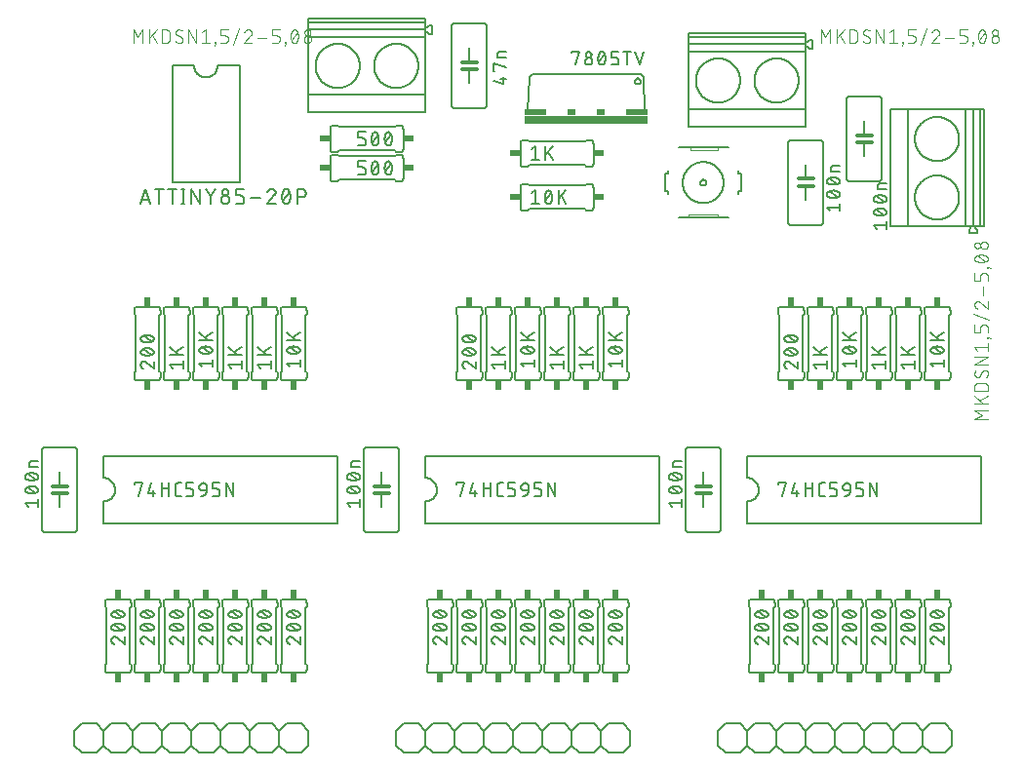
<source format=gbr>
G04 EAGLE Gerber RS-274X export*
G75*
%MOMM*%
%FSLAX34Y34*%
%LPD*%
%INSilkscreen Top*%
%IPPOS*%
%AMOC8*
5,1,8,0,0,1.08239X$1,22.5*%
G01*
%ADD10C,0.304800*%
%ADD11C,0.152400*%
%ADD12C,0.127000*%
%ADD13R,10.668000X0.762000*%
%ADD14R,1.905000X0.508000*%
%ADD15R,0.762000X0.508000*%
%ADD16R,0.609600X0.863600*%
%ADD17R,0.863600X0.609600*%
%ADD18C,0.050800*%
%ADD19C,0.203200*%
%ADD20C,0.101600*%


D10*
X323850Y257048D02*
X317500Y257048D01*
X311150Y257048D01*
D11*
X317500Y257048D02*
X317500Y269240D01*
D10*
X317500Y250698D02*
X323850Y250698D01*
X317500Y250698D02*
X311150Y250698D01*
D11*
X317500Y250698D02*
X317500Y238760D01*
X330200Y290830D02*
X304800Y290830D01*
X302260Y288290D02*
X302260Y219710D01*
X304800Y217170D02*
X330200Y217170D01*
X332740Y219710D02*
X332740Y288290D01*
X332740Y219710D02*
X332738Y219610D01*
X332732Y219511D01*
X332722Y219411D01*
X332709Y219313D01*
X332691Y219214D01*
X332670Y219117D01*
X332645Y219021D01*
X332616Y218925D01*
X332583Y218831D01*
X332547Y218738D01*
X332507Y218647D01*
X332463Y218557D01*
X332416Y218469D01*
X332366Y218383D01*
X332312Y218299D01*
X332255Y218217D01*
X332195Y218138D01*
X332131Y218060D01*
X332065Y217986D01*
X331996Y217914D01*
X331924Y217845D01*
X331850Y217779D01*
X331772Y217715D01*
X331693Y217655D01*
X331611Y217598D01*
X331527Y217544D01*
X331441Y217494D01*
X331353Y217447D01*
X331263Y217403D01*
X331172Y217363D01*
X331079Y217327D01*
X330985Y217294D01*
X330889Y217265D01*
X330793Y217240D01*
X330696Y217219D01*
X330597Y217201D01*
X330499Y217188D01*
X330399Y217178D01*
X330300Y217172D01*
X330200Y217170D01*
X304800Y217170D02*
X304700Y217172D01*
X304601Y217178D01*
X304501Y217188D01*
X304403Y217201D01*
X304304Y217219D01*
X304207Y217240D01*
X304111Y217265D01*
X304015Y217294D01*
X303921Y217327D01*
X303828Y217363D01*
X303737Y217403D01*
X303647Y217447D01*
X303559Y217494D01*
X303473Y217544D01*
X303389Y217598D01*
X303307Y217655D01*
X303228Y217715D01*
X303150Y217779D01*
X303076Y217845D01*
X303004Y217914D01*
X302935Y217986D01*
X302869Y218060D01*
X302805Y218138D01*
X302745Y218217D01*
X302688Y218299D01*
X302634Y218383D01*
X302584Y218469D01*
X302537Y218557D01*
X302493Y218647D01*
X302453Y218738D01*
X302417Y218831D01*
X302384Y218925D01*
X302355Y219021D01*
X302330Y219117D01*
X302309Y219214D01*
X302291Y219313D01*
X302278Y219411D01*
X302268Y219511D01*
X302262Y219610D01*
X302260Y219710D01*
X302260Y288290D02*
X302262Y288390D01*
X302268Y288489D01*
X302278Y288589D01*
X302291Y288687D01*
X302309Y288786D01*
X302330Y288883D01*
X302355Y288979D01*
X302384Y289075D01*
X302417Y289169D01*
X302453Y289262D01*
X302493Y289353D01*
X302537Y289443D01*
X302584Y289531D01*
X302634Y289617D01*
X302688Y289701D01*
X302745Y289783D01*
X302805Y289862D01*
X302869Y289940D01*
X302935Y290014D01*
X303004Y290086D01*
X303076Y290155D01*
X303150Y290221D01*
X303228Y290285D01*
X303307Y290345D01*
X303389Y290402D01*
X303473Y290456D01*
X303559Y290506D01*
X303647Y290553D01*
X303737Y290597D01*
X303828Y290637D01*
X303921Y290673D01*
X304015Y290706D01*
X304111Y290735D01*
X304207Y290760D01*
X304304Y290781D01*
X304403Y290799D01*
X304501Y290812D01*
X304601Y290822D01*
X304700Y290828D01*
X304800Y290830D01*
X330200Y290830D02*
X330300Y290828D01*
X330399Y290822D01*
X330499Y290812D01*
X330597Y290799D01*
X330696Y290781D01*
X330793Y290760D01*
X330889Y290735D01*
X330985Y290706D01*
X331079Y290673D01*
X331172Y290637D01*
X331263Y290597D01*
X331353Y290553D01*
X331441Y290506D01*
X331527Y290456D01*
X331611Y290402D01*
X331693Y290345D01*
X331772Y290285D01*
X331850Y290221D01*
X331924Y290155D01*
X331996Y290086D01*
X332065Y290014D01*
X332131Y289940D01*
X332195Y289862D01*
X332255Y289783D01*
X332312Y289701D01*
X332366Y289617D01*
X332416Y289531D01*
X332463Y289443D01*
X332507Y289353D01*
X332547Y289262D01*
X332583Y289169D01*
X332616Y289075D01*
X332645Y288979D01*
X332670Y288883D01*
X332691Y288786D01*
X332709Y288687D01*
X332722Y288589D01*
X332732Y288489D01*
X332738Y288390D01*
X332740Y288290D01*
D12*
X287655Y242316D02*
X290195Y239141D01*
X287655Y242316D02*
X299085Y242316D01*
X299085Y239141D02*
X299085Y245491D01*
X293370Y250571D02*
X293145Y250574D01*
X292920Y250582D01*
X292696Y250595D01*
X292472Y250614D01*
X292248Y250638D01*
X292025Y250667D01*
X291803Y250702D01*
X291582Y250742D01*
X291362Y250788D01*
X291143Y250838D01*
X290925Y250894D01*
X290708Y250955D01*
X290493Y251021D01*
X290280Y251092D01*
X290069Y251169D01*
X289859Y251250D01*
X289651Y251336D01*
X289446Y251427D01*
X289243Y251523D01*
X289155Y251555D01*
X289068Y251591D01*
X288982Y251630D01*
X288898Y251673D01*
X288816Y251719D01*
X288736Y251768D01*
X288658Y251820D01*
X288582Y251876D01*
X288508Y251934D01*
X288437Y251996D01*
X288368Y252060D01*
X288302Y252127D01*
X288239Y252196D01*
X288178Y252268D01*
X288120Y252342D01*
X288066Y252419D01*
X288014Y252497D01*
X287966Y252578D01*
X287921Y252660D01*
X287879Y252745D01*
X287841Y252831D01*
X287806Y252918D01*
X287774Y253006D01*
X287747Y253096D01*
X287722Y253187D01*
X287702Y253279D01*
X287685Y253371D01*
X287672Y253465D01*
X287663Y253558D01*
X287657Y253652D01*
X287655Y253746D01*
X287657Y253840D01*
X287663Y253934D01*
X287672Y254027D01*
X287685Y254121D01*
X287702Y254213D01*
X287722Y254305D01*
X287747Y254396D01*
X287774Y254486D01*
X287806Y254574D01*
X287841Y254661D01*
X287879Y254747D01*
X287921Y254832D01*
X287966Y254914D01*
X288014Y254995D01*
X288066Y255073D01*
X288120Y255150D01*
X288178Y255224D01*
X288239Y255296D01*
X288302Y255365D01*
X288368Y255432D01*
X288437Y255496D01*
X288508Y255558D01*
X288582Y255616D01*
X288658Y255672D01*
X288736Y255724D01*
X288816Y255773D01*
X288898Y255819D01*
X288982Y255862D01*
X289068Y255901D01*
X289155Y255937D01*
X289243Y255969D01*
X289446Y256065D01*
X289651Y256156D01*
X289859Y256242D01*
X290069Y256323D01*
X290280Y256400D01*
X290493Y256471D01*
X290708Y256537D01*
X290925Y256598D01*
X291143Y256654D01*
X291362Y256704D01*
X291582Y256750D01*
X291803Y256790D01*
X292025Y256825D01*
X292248Y256854D01*
X292472Y256878D01*
X292696Y256897D01*
X292920Y256910D01*
X293145Y256918D01*
X293370Y256921D01*
X293370Y250571D02*
X293595Y250574D01*
X293820Y250582D01*
X294044Y250595D01*
X294268Y250614D01*
X294492Y250638D01*
X294715Y250667D01*
X294937Y250702D01*
X295158Y250742D01*
X295378Y250788D01*
X295597Y250838D01*
X295815Y250894D01*
X296032Y250955D01*
X296247Y251021D01*
X296460Y251092D01*
X296671Y251169D01*
X296881Y251250D01*
X297089Y251336D01*
X297294Y251427D01*
X297497Y251523D01*
X297498Y251523D02*
X297586Y251555D01*
X297673Y251591D01*
X297759Y251630D01*
X297843Y251673D01*
X297925Y251719D01*
X298005Y251768D01*
X298083Y251820D01*
X298159Y251876D01*
X298233Y251934D01*
X298304Y251996D01*
X298373Y252060D01*
X298439Y252127D01*
X298502Y252196D01*
X298563Y252268D01*
X298621Y252342D01*
X298675Y252419D01*
X298727Y252497D01*
X298775Y252578D01*
X298820Y252660D01*
X298862Y252745D01*
X298900Y252831D01*
X298935Y252918D01*
X298967Y253006D01*
X298994Y253096D01*
X299019Y253187D01*
X299039Y253279D01*
X299056Y253371D01*
X299069Y253465D01*
X299078Y253558D01*
X299084Y253652D01*
X299086Y253746D01*
X297497Y255969D02*
X297294Y256065D01*
X297089Y256156D01*
X296881Y256242D01*
X296671Y256323D01*
X296460Y256400D01*
X296247Y256471D01*
X296032Y256537D01*
X295815Y256598D01*
X295597Y256654D01*
X295378Y256704D01*
X295158Y256750D01*
X294937Y256790D01*
X294715Y256825D01*
X294492Y256854D01*
X294268Y256878D01*
X294044Y256897D01*
X293820Y256910D01*
X293595Y256918D01*
X293370Y256921D01*
X297498Y255969D02*
X297586Y255937D01*
X297673Y255901D01*
X297759Y255862D01*
X297843Y255819D01*
X297925Y255773D01*
X298005Y255724D01*
X298083Y255672D01*
X298159Y255616D01*
X298233Y255558D01*
X298304Y255496D01*
X298373Y255432D01*
X298439Y255365D01*
X298502Y255296D01*
X298563Y255224D01*
X298621Y255150D01*
X298675Y255073D01*
X298727Y254995D01*
X298775Y254914D01*
X298820Y254832D01*
X298862Y254747D01*
X298900Y254661D01*
X298935Y254574D01*
X298967Y254486D01*
X298994Y254396D01*
X299019Y254305D01*
X299039Y254213D01*
X299056Y254121D01*
X299069Y254027D01*
X299078Y253934D01*
X299084Y253840D01*
X299086Y253746D01*
X296545Y251206D02*
X290195Y256286D01*
X293370Y262001D02*
X293145Y262004D01*
X292920Y262012D01*
X292696Y262025D01*
X292472Y262044D01*
X292248Y262068D01*
X292025Y262097D01*
X291803Y262132D01*
X291582Y262172D01*
X291362Y262218D01*
X291143Y262268D01*
X290925Y262324D01*
X290708Y262385D01*
X290493Y262451D01*
X290280Y262522D01*
X290069Y262599D01*
X289859Y262680D01*
X289651Y262766D01*
X289446Y262857D01*
X289243Y262953D01*
X289155Y262985D01*
X289068Y263021D01*
X288982Y263060D01*
X288898Y263103D01*
X288816Y263149D01*
X288736Y263198D01*
X288658Y263250D01*
X288582Y263306D01*
X288508Y263364D01*
X288437Y263426D01*
X288368Y263490D01*
X288302Y263557D01*
X288239Y263626D01*
X288178Y263698D01*
X288120Y263772D01*
X288066Y263849D01*
X288014Y263927D01*
X287966Y264008D01*
X287921Y264090D01*
X287879Y264175D01*
X287841Y264261D01*
X287806Y264348D01*
X287774Y264436D01*
X287747Y264526D01*
X287722Y264617D01*
X287702Y264709D01*
X287685Y264801D01*
X287672Y264895D01*
X287663Y264988D01*
X287657Y265082D01*
X287655Y265176D01*
X287657Y265270D01*
X287663Y265364D01*
X287672Y265457D01*
X287685Y265551D01*
X287702Y265643D01*
X287722Y265735D01*
X287747Y265826D01*
X287774Y265916D01*
X287806Y266004D01*
X287841Y266091D01*
X287879Y266177D01*
X287921Y266262D01*
X287966Y266344D01*
X288014Y266425D01*
X288066Y266503D01*
X288120Y266580D01*
X288178Y266654D01*
X288239Y266726D01*
X288302Y266795D01*
X288368Y266862D01*
X288437Y266926D01*
X288508Y266988D01*
X288582Y267046D01*
X288658Y267102D01*
X288736Y267154D01*
X288816Y267203D01*
X288898Y267249D01*
X288982Y267292D01*
X289068Y267331D01*
X289155Y267367D01*
X289243Y267399D01*
X289446Y267495D01*
X289651Y267586D01*
X289859Y267672D01*
X290069Y267753D01*
X290280Y267830D01*
X290493Y267901D01*
X290708Y267967D01*
X290925Y268028D01*
X291143Y268084D01*
X291362Y268134D01*
X291582Y268180D01*
X291803Y268220D01*
X292025Y268255D01*
X292248Y268284D01*
X292472Y268308D01*
X292696Y268327D01*
X292920Y268340D01*
X293145Y268348D01*
X293370Y268351D01*
X293370Y262001D02*
X293595Y262004D01*
X293820Y262012D01*
X294044Y262025D01*
X294268Y262044D01*
X294492Y262068D01*
X294715Y262097D01*
X294937Y262132D01*
X295158Y262172D01*
X295378Y262218D01*
X295597Y262268D01*
X295815Y262324D01*
X296032Y262385D01*
X296247Y262451D01*
X296460Y262522D01*
X296671Y262599D01*
X296881Y262680D01*
X297089Y262766D01*
X297294Y262857D01*
X297497Y262953D01*
X297498Y262953D02*
X297586Y262985D01*
X297673Y263021D01*
X297759Y263060D01*
X297843Y263103D01*
X297925Y263149D01*
X298005Y263198D01*
X298083Y263250D01*
X298159Y263306D01*
X298233Y263364D01*
X298304Y263426D01*
X298373Y263490D01*
X298439Y263557D01*
X298502Y263626D01*
X298563Y263698D01*
X298621Y263772D01*
X298675Y263849D01*
X298727Y263927D01*
X298775Y264008D01*
X298820Y264090D01*
X298862Y264175D01*
X298900Y264261D01*
X298935Y264348D01*
X298967Y264436D01*
X298994Y264526D01*
X299019Y264617D01*
X299039Y264709D01*
X299056Y264801D01*
X299069Y264895D01*
X299078Y264988D01*
X299084Y265082D01*
X299086Y265176D01*
X297497Y267399D02*
X297294Y267495D01*
X297089Y267586D01*
X296881Y267672D01*
X296671Y267753D01*
X296460Y267830D01*
X296247Y267901D01*
X296032Y267967D01*
X295815Y268028D01*
X295597Y268084D01*
X295378Y268134D01*
X295158Y268180D01*
X294937Y268220D01*
X294715Y268255D01*
X294492Y268284D01*
X294268Y268308D01*
X294044Y268327D01*
X293820Y268340D01*
X293595Y268348D01*
X293370Y268351D01*
X297498Y267399D02*
X297586Y267367D01*
X297673Y267331D01*
X297759Y267292D01*
X297843Y267249D01*
X297925Y267203D01*
X298005Y267154D01*
X298083Y267102D01*
X298159Y267046D01*
X298233Y266988D01*
X298304Y266926D01*
X298373Y266862D01*
X298439Y266795D01*
X298502Y266726D01*
X298563Y266654D01*
X298621Y266580D01*
X298675Y266503D01*
X298727Y266425D01*
X298775Y266344D01*
X298820Y266262D01*
X298862Y266177D01*
X298900Y266091D01*
X298935Y266004D01*
X298967Y265916D01*
X298994Y265826D01*
X299019Y265735D01*
X299039Y265643D01*
X299056Y265551D01*
X299069Y265457D01*
X299078Y265364D01*
X299084Y265270D01*
X299086Y265176D01*
X296545Y262636D02*
X290195Y267716D01*
X291465Y273685D02*
X299085Y273685D01*
X291465Y273685D02*
X291465Y276860D01*
X291467Y276945D01*
X291473Y277031D01*
X291482Y277116D01*
X291496Y277200D01*
X291513Y277284D01*
X291534Y277367D01*
X291558Y277449D01*
X291586Y277529D01*
X291618Y277609D01*
X291654Y277687D01*
X291692Y277763D01*
X291735Y277837D01*
X291780Y277909D01*
X291829Y277980D01*
X291881Y278048D01*
X291935Y278113D01*
X291993Y278176D01*
X292054Y278237D01*
X292117Y278295D01*
X292182Y278349D01*
X292250Y278401D01*
X292321Y278450D01*
X292393Y278495D01*
X292467Y278538D01*
X292543Y278576D01*
X292621Y278612D01*
X292701Y278644D01*
X292781Y278672D01*
X292863Y278696D01*
X292946Y278717D01*
X293030Y278734D01*
X293114Y278748D01*
X293199Y278757D01*
X293285Y278763D01*
X293370Y278765D01*
X299085Y278765D01*
D10*
X596900Y257048D02*
X603250Y257048D01*
X596900Y257048D02*
X590550Y257048D01*
D11*
X596900Y257048D02*
X596900Y269240D01*
D10*
X596900Y250698D02*
X603250Y250698D01*
X596900Y250698D02*
X590550Y250698D01*
D11*
X596900Y250698D02*
X596900Y238760D01*
X609600Y290830D02*
X584200Y290830D01*
X581660Y288290D02*
X581660Y219710D01*
X584200Y217170D02*
X609600Y217170D01*
X612140Y219710D02*
X612140Y288290D01*
X612140Y219710D02*
X612138Y219610D01*
X612132Y219511D01*
X612122Y219411D01*
X612109Y219313D01*
X612091Y219214D01*
X612070Y219117D01*
X612045Y219021D01*
X612016Y218925D01*
X611983Y218831D01*
X611947Y218738D01*
X611907Y218647D01*
X611863Y218557D01*
X611816Y218469D01*
X611766Y218383D01*
X611712Y218299D01*
X611655Y218217D01*
X611595Y218138D01*
X611531Y218060D01*
X611465Y217986D01*
X611396Y217914D01*
X611324Y217845D01*
X611250Y217779D01*
X611172Y217715D01*
X611093Y217655D01*
X611011Y217598D01*
X610927Y217544D01*
X610841Y217494D01*
X610753Y217447D01*
X610663Y217403D01*
X610572Y217363D01*
X610479Y217327D01*
X610385Y217294D01*
X610289Y217265D01*
X610193Y217240D01*
X610096Y217219D01*
X609997Y217201D01*
X609899Y217188D01*
X609799Y217178D01*
X609700Y217172D01*
X609600Y217170D01*
X584200Y217170D02*
X584100Y217172D01*
X584001Y217178D01*
X583901Y217188D01*
X583803Y217201D01*
X583704Y217219D01*
X583607Y217240D01*
X583511Y217265D01*
X583415Y217294D01*
X583321Y217327D01*
X583228Y217363D01*
X583137Y217403D01*
X583047Y217447D01*
X582959Y217494D01*
X582873Y217544D01*
X582789Y217598D01*
X582707Y217655D01*
X582628Y217715D01*
X582550Y217779D01*
X582476Y217845D01*
X582404Y217914D01*
X582335Y217986D01*
X582269Y218060D01*
X582205Y218138D01*
X582145Y218217D01*
X582088Y218299D01*
X582034Y218383D01*
X581984Y218469D01*
X581937Y218557D01*
X581893Y218647D01*
X581853Y218738D01*
X581817Y218831D01*
X581784Y218925D01*
X581755Y219021D01*
X581730Y219117D01*
X581709Y219214D01*
X581691Y219313D01*
X581678Y219411D01*
X581668Y219511D01*
X581662Y219610D01*
X581660Y219710D01*
X581660Y288290D02*
X581662Y288390D01*
X581668Y288489D01*
X581678Y288589D01*
X581691Y288687D01*
X581709Y288786D01*
X581730Y288883D01*
X581755Y288979D01*
X581784Y289075D01*
X581817Y289169D01*
X581853Y289262D01*
X581893Y289353D01*
X581937Y289443D01*
X581984Y289531D01*
X582034Y289617D01*
X582088Y289701D01*
X582145Y289783D01*
X582205Y289862D01*
X582269Y289940D01*
X582335Y290014D01*
X582404Y290086D01*
X582476Y290155D01*
X582550Y290221D01*
X582628Y290285D01*
X582707Y290345D01*
X582789Y290402D01*
X582873Y290456D01*
X582959Y290506D01*
X583047Y290553D01*
X583137Y290597D01*
X583228Y290637D01*
X583321Y290673D01*
X583415Y290706D01*
X583511Y290735D01*
X583607Y290760D01*
X583704Y290781D01*
X583803Y290799D01*
X583901Y290812D01*
X584001Y290822D01*
X584100Y290828D01*
X584200Y290830D01*
X609600Y290830D02*
X609700Y290828D01*
X609799Y290822D01*
X609899Y290812D01*
X609997Y290799D01*
X610096Y290781D01*
X610193Y290760D01*
X610289Y290735D01*
X610385Y290706D01*
X610479Y290673D01*
X610572Y290637D01*
X610663Y290597D01*
X610753Y290553D01*
X610841Y290506D01*
X610927Y290456D01*
X611011Y290402D01*
X611093Y290345D01*
X611172Y290285D01*
X611250Y290221D01*
X611324Y290155D01*
X611396Y290086D01*
X611465Y290014D01*
X611531Y289940D01*
X611595Y289862D01*
X611655Y289783D01*
X611712Y289701D01*
X611766Y289617D01*
X611816Y289531D01*
X611863Y289443D01*
X611907Y289353D01*
X611947Y289262D01*
X611983Y289169D01*
X612016Y289075D01*
X612045Y288979D01*
X612070Y288883D01*
X612091Y288786D01*
X612109Y288687D01*
X612122Y288589D01*
X612132Y288489D01*
X612138Y288390D01*
X612140Y288290D01*
D12*
X567055Y242316D02*
X569595Y239141D01*
X567055Y242316D02*
X578485Y242316D01*
X578485Y239141D02*
X578485Y245491D01*
X572770Y250571D02*
X572545Y250574D01*
X572320Y250582D01*
X572096Y250595D01*
X571872Y250614D01*
X571648Y250638D01*
X571425Y250667D01*
X571203Y250702D01*
X570982Y250742D01*
X570762Y250788D01*
X570543Y250838D01*
X570325Y250894D01*
X570108Y250955D01*
X569893Y251021D01*
X569680Y251092D01*
X569469Y251169D01*
X569259Y251250D01*
X569051Y251336D01*
X568846Y251427D01*
X568643Y251523D01*
X568555Y251555D01*
X568468Y251591D01*
X568382Y251630D01*
X568298Y251673D01*
X568216Y251719D01*
X568136Y251768D01*
X568058Y251820D01*
X567982Y251876D01*
X567908Y251934D01*
X567837Y251996D01*
X567768Y252060D01*
X567702Y252127D01*
X567639Y252196D01*
X567578Y252268D01*
X567520Y252342D01*
X567466Y252419D01*
X567414Y252497D01*
X567366Y252578D01*
X567321Y252660D01*
X567279Y252745D01*
X567241Y252831D01*
X567206Y252918D01*
X567174Y253006D01*
X567147Y253096D01*
X567122Y253187D01*
X567102Y253279D01*
X567085Y253371D01*
X567072Y253465D01*
X567063Y253558D01*
X567057Y253652D01*
X567055Y253746D01*
X567057Y253840D01*
X567063Y253934D01*
X567072Y254027D01*
X567085Y254121D01*
X567102Y254213D01*
X567122Y254305D01*
X567147Y254396D01*
X567174Y254486D01*
X567206Y254574D01*
X567241Y254661D01*
X567279Y254747D01*
X567321Y254832D01*
X567366Y254914D01*
X567414Y254995D01*
X567466Y255073D01*
X567520Y255150D01*
X567578Y255224D01*
X567639Y255296D01*
X567702Y255365D01*
X567768Y255432D01*
X567837Y255496D01*
X567908Y255558D01*
X567982Y255616D01*
X568058Y255672D01*
X568136Y255724D01*
X568216Y255773D01*
X568298Y255819D01*
X568382Y255862D01*
X568468Y255901D01*
X568555Y255937D01*
X568643Y255969D01*
X568846Y256065D01*
X569051Y256156D01*
X569259Y256242D01*
X569469Y256323D01*
X569680Y256400D01*
X569893Y256471D01*
X570108Y256537D01*
X570325Y256598D01*
X570543Y256654D01*
X570762Y256704D01*
X570982Y256750D01*
X571203Y256790D01*
X571425Y256825D01*
X571648Y256854D01*
X571872Y256878D01*
X572096Y256897D01*
X572320Y256910D01*
X572545Y256918D01*
X572770Y256921D01*
X572770Y250571D02*
X572995Y250574D01*
X573220Y250582D01*
X573444Y250595D01*
X573668Y250614D01*
X573892Y250638D01*
X574115Y250667D01*
X574337Y250702D01*
X574558Y250742D01*
X574778Y250788D01*
X574997Y250838D01*
X575215Y250894D01*
X575432Y250955D01*
X575647Y251021D01*
X575860Y251092D01*
X576071Y251169D01*
X576281Y251250D01*
X576489Y251336D01*
X576694Y251427D01*
X576897Y251523D01*
X576898Y251523D02*
X576986Y251555D01*
X577073Y251591D01*
X577159Y251630D01*
X577243Y251673D01*
X577325Y251719D01*
X577405Y251768D01*
X577483Y251820D01*
X577559Y251876D01*
X577633Y251934D01*
X577704Y251996D01*
X577773Y252060D01*
X577839Y252127D01*
X577902Y252196D01*
X577963Y252268D01*
X578021Y252342D01*
X578075Y252419D01*
X578127Y252497D01*
X578175Y252578D01*
X578220Y252660D01*
X578262Y252745D01*
X578300Y252831D01*
X578335Y252918D01*
X578367Y253006D01*
X578394Y253096D01*
X578419Y253187D01*
X578439Y253279D01*
X578456Y253371D01*
X578469Y253465D01*
X578478Y253558D01*
X578484Y253652D01*
X578486Y253746D01*
X576897Y255969D02*
X576694Y256065D01*
X576489Y256156D01*
X576281Y256242D01*
X576071Y256323D01*
X575860Y256400D01*
X575647Y256471D01*
X575432Y256537D01*
X575215Y256598D01*
X574997Y256654D01*
X574778Y256704D01*
X574558Y256750D01*
X574337Y256790D01*
X574115Y256825D01*
X573892Y256854D01*
X573668Y256878D01*
X573444Y256897D01*
X573220Y256910D01*
X572995Y256918D01*
X572770Y256921D01*
X576898Y255969D02*
X576986Y255937D01*
X577073Y255901D01*
X577159Y255862D01*
X577243Y255819D01*
X577325Y255773D01*
X577405Y255724D01*
X577483Y255672D01*
X577559Y255616D01*
X577633Y255558D01*
X577704Y255496D01*
X577773Y255432D01*
X577839Y255365D01*
X577902Y255296D01*
X577963Y255224D01*
X578021Y255150D01*
X578075Y255073D01*
X578127Y254995D01*
X578175Y254914D01*
X578220Y254832D01*
X578262Y254747D01*
X578300Y254661D01*
X578335Y254574D01*
X578367Y254486D01*
X578394Y254396D01*
X578419Y254305D01*
X578439Y254213D01*
X578456Y254121D01*
X578469Y254027D01*
X578478Y253934D01*
X578484Y253840D01*
X578486Y253746D01*
X575945Y251206D02*
X569595Y256286D01*
X572770Y262001D02*
X572545Y262004D01*
X572320Y262012D01*
X572096Y262025D01*
X571872Y262044D01*
X571648Y262068D01*
X571425Y262097D01*
X571203Y262132D01*
X570982Y262172D01*
X570762Y262218D01*
X570543Y262268D01*
X570325Y262324D01*
X570108Y262385D01*
X569893Y262451D01*
X569680Y262522D01*
X569469Y262599D01*
X569259Y262680D01*
X569051Y262766D01*
X568846Y262857D01*
X568643Y262953D01*
X568555Y262985D01*
X568468Y263021D01*
X568382Y263060D01*
X568298Y263103D01*
X568216Y263149D01*
X568136Y263198D01*
X568058Y263250D01*
X567982Y263306D01*
X567908Y263364D01*
X567837Y263426D01*
X567768Y263490D01*
X567702Y263557D01*
X567639Y263626D01*
X567578Y263698D01*
X567520Y263772D01*
X567466Y263849D01*
X567414Y263927D01*
X567366Y264008D01*
X567321Y264090D01*
X567279Y264175D01*
X567241Y264261D01*
X567206Y264348D01*
X567174Y264436D01*
X567147Y264526D01*
X567122Y264617D01*
X567102Y264709D01*
X567085Y264801D01*
X567072Y264895D01*
X567063Y264988D01*
X567057Y265082D01*
X567055Y265176D01*
X567057Y265270D01*
X567063Y265364D01*
X567072Y265457D01*
X567085Y265551D01*
X567102Y265643D01*
X567122Y265735D01*
X567147Y265826D01*
X567174Y265916D01*
X567206Y266004D01*
X567241Y266091D01*
X567279Y266177D01*
X567321Y266262D01*
X567366Y266344D01*
X567414Y266425D01*
X567466Y266503D01*
X567520Y266580D01*
X567578Y266654D01*
X567639Y266726D01*
X567702Y266795D01*
X567768Y266862D01*
X567837Y266926D01*
X567908Y266988D01*
X567982Y267046D01*
X568058Y267102D01*
X568136Y267154D01*
X568216Y267203D01*
X568298Y267249D01*
X568382Y267292D01*
X568468Y267331D01*
X568555Y267367D01*
X568643Y267399D01*
X568846Y267495D01*
X569051Y267586D01*
X569259Y267672D01*
X569469Y267753D01*
X569680Y267830D01*
X569893Y267901D01*
X570108Y267967D01*
X570325Y268028D01*
X570543Y268084D01*
X570762Y268134D01*
X570982Y268180D01*
X571203Y268220D01*
X571425Y268255D01*
X571648Y268284D01*
X571872Y268308D01*
X572096Y268327D01*
X572320Y268340D01*
X572545Y268348D01*
X572770Y268351D01*
X572770Y262001D02*
X572995Y262004D01*
X573220Y262012D01*
X573444Y262025D01*
X573668Y262044D01*
X573892Y262068D01*
X574115Y262097D01*
X574337Y262132D01*
X574558Y262172D01*
X574778Y262218D01*
X574997Y262268D01*
X575215Y262324D01*
X575432Y262385D01*
X575647Y262451D01*
X575860Y262522D01*
X576071Y262599D01*
X576281Y262680D01*
X576489Y262766D01*
X576694Y262857D01*
X576897Y262953D01*
X576898Y262953D02*
X576986Y262985D01*
X577073Y263021D01*
X577159Y263060D01*
X577243Y263103D01*
X577325Y263149D01*
X577405Y263198D01*
X577483Y263250D01*
X577559Y263306D01*
X577633Y263364D01*
X577704Y263426D01*
X577773Y263490D01*
X577839Y263557D01*
X577902Y263626D01*
X577963Y263698D01*
X578021Y263772D01*
X578075Y263849D01*
X578127Y263927D01*
X578175Y264008D01*
X578220Y264090D01*
X578262Y264175D01*
X578300Y264261D01*
X578335Y264348D01*
X578367Y264436D01*
X578394Y264526D01*
X578419Y264617D01*
X578439Y264709D01*
X578456Y264801D01*
X578469Y264895D01*
X578478Y264988D01*
X578484Y265082D01*
X578486Y265176D01*
X576897Y267399D02*
X576694Y267495D01*
X576489Y267586D01*
X576281Y267672D01*
X576071Y267753D01*
X575860Y267830D01*
X575647Y267901D01*
X575432Y267967D01*
X575215Y268028D01*
X574997Y268084D01*
X574778Y268134D01*
X574558Y268180D01*
X574337Y268220D01*
X574115Y268255D01*
X573892Y268284D01*
X573668Y268308D01*
X573444Y268327D01*
X573220Y268340D01*
X572995Y268348D01*
X572770Y268351D01*
X576898Y267399D02*
X576986Y267367D01*
X577073Y267331D01*
X577159Y267292D01*
X577243Y267249D01*
X577325Y267203D01*
X577405Y267154D01*
X577483Y267102D01*
X577559Y267046D01*
X577633Y266988D01*
X577704Y266926D01*
X577773Y266862D01*
X577839Y266795D01*
X577902Y266726D01*
X577963Y266654D01*
X578021Y266580D01*
X578075Y266503D01*
X578127Y266425D01*
X578175Y266344D01*
X578220Y266262D01*
X578262Y266177D01*
X578300Y266091D01*
X578335Y266004D01*
X578367Y265916D01*
X578394Y265826D01*
X578419Y265735D01*
X578439Y265643D01*
X578456Y265551D01*
X578469Y265457D01*
X578478Y265364D01*
X578484Y265270D01*
X578486Y265176D01*
X575945Y262636D02*
X569595Y267716D01*
X570865Y273685D02*
X578485Y273685D01*
X570865Y273685D02*
X570865Y276860D01*
X570867Y276945D01*
X570873Y277031D01*
X570882Y277116D01*
X570896Y277200D01*
X570913Y277284D01*
X570934Y277367D01*
X570958Y277449D01*
X570986Y277529D01*
X571018Y277609D01*
X571054Y277687D01*
X571092Y277763D01*
X571135Y277837D01*
X571180Y277909D01*
X571229Y277980D01*
X571281Y278048D01*
X571335Y278113D01*
X571393Y278176D01*
X571454Y278237D01*
X571517Y278295D01*
X571582Y278349D01*
X571650Y278401D01*
X571721Y278450D01*
X571793Y278495D01*
X571867Y278538D01*
X571943Y278576D01*
X572021Y278612D01*
X572101Y278644D01*
X572181Y278672D01*
X572263Y278696D01*
X572346Y278717D01*
X572430Y278734D01*
X572514Y278748D01*
X572599Y278757D01*
X572685Y278763D01*
X572770Y278765D01*
X578485Y278765D01*
D10*
X736600Y561848D02*
X742950Y561848D01*
X736600Y561848D02*
X730250Y561848D01*
D11*
X736600Y561848D02*
X736600Y574040D01*
D10*
X736600Y555498D02*
X742950Y555498D01*
X736600Y555498D02*
X730250Y555498D01*
D11*
X736600Y555498D02*
X736600Y543560D01*
X749300Y595630D02*
X723900Y595630D01*
X721360Y593090D02*
X721360Y524510D01*
X723900Y521970D02*
X749300Y521970D01*
X751840Y524510D02*
X751840Y593090D01*
X751840Y524510D02*
X751838Y524410D01*
X751832Y524311D01*
X751822Y524211D01*
X751809Y524113D01*
X751791Y524014D01*
X751770Y523917D01*
X751745Y523821D01*
X751716Y523725D01*
X751683Y523631D01*
X751647Y523538D01*
X751607Y523447D01*
X751563Y523357D01*
X751516Y523269D01*
X751466Y523183D01*
X751412Y523099D01*
X751355Y523017D01*
X751295Y522938D01*
X751231Y522860D01*
X751165Y522786D01*
X751096Y522714D01*
X751024Y522645D01*
X750950Y522579D01*
X750872Y522515D01*
X750793Y522455D01*
X750711Y522398D01*
X750627Y522344D01*
X750541Y522294D01*
X750453Y522247D01*
X750363Y522203D01*
X750272Y522163D01*
X750179Y522127D01*
X750085Y522094D01*
X749989Y522065D01*
X749893Y522040D01*
X749796Y522019D01*
X749697Y522001D01*
X749599Y521988D01*
X749499Y521978D01*
X749400Y521972D01*
X749300Y521970D01*
X723900Y521970D02*
X723800Y521972D01*
X723701Y521978D01*
X723601Y521988D01*
X723503Y522001D01*
X723404Y522019D01*
X723307Y522040D01*
X723211Y522065D01*
X723115Y522094D01*
X723021Y522127D01*
X722928Y522163D01*
X722837Y522203D01*
X722747Y522247D01*
X722659Y522294D01*
X722573Y522344D01*
X722489Y522398D01*
X722407Y522455D01*
X722328Y522515D01*
X722250Y522579D01*
X722176Y522645D01*
X722104Y522714D01*
X722035Y522786D01*
X721969Y522860D01*
X721905Y522938D01*
X721845Y523017D01*
X721788Y523099D01*
X721734Y523183D01*
X721684Y523269D01*
X721637Y523357D01*
X721593Y523447D01*
X721553Y523538D01*
X721517Y523631D01*
X721484Y523725D01*
X721455Y523821D01*
X721430Y523917D01*
X721409Y524014D01*
X721391Y524113D01*
X721378Y524211D01*
X721368Y524311D01*
X721362Y524410D01*
X721360Y524510D01*
X721360Y593090D02*
X721362Y593190D01*
X721368Y593289D01*
X721378Y593389D01*
X721391Y593487D01*
X721409Y593586D01*
X721430Y593683D01*
X721455Y593779D01*
X721484Y593875D01*
X721517Y593969D01*
X721553Y594062D01*
X721593Y594153D01*
X721637Y594243D01*
X721684Y594331D01*
X721734Y594417D01*
X721788Y594501D01*
X721845Y594583D01*
X721905Y594662D01*
X721969Y594740D01*
X722035Y594814D01*
X722104Y594886D01*
X722176Y594955D01*
X722250Y595021D01*
X722328Y595085D01*
X722407Y595145D01*
X722489Y595202D01*
X722573Y595256D01*
X722659Y595306D01*
X722747Y595353D01*
X722837Y595397D01*
X722928Y595437D01*
X723021Y595473D01*
X723115Y595506D01*
X723211Y595535D01*
X723307Y595560D01*
X723404Y595581D01*
X723503Y595599D01*
X723601Y595612D01*
X723701Y595622D01*
X723800Y595628D01*
X723900Y595630D01*
X749300Y595630D02*
X749400Y595628D01*
X749499Y595622D01*
X749599Y595612D01*
X749697Y595599D01*
X749796Y595581D01*
X749893Y595560D01*
X749989Y595535D01*
X750085Y595506D01*
X750179Y595473D01*
X750272Y595437D01*
X750363Y595397D01*
X750453Y595353D01*
X750541Y595306D01*
X750627Y595256D01*
X750711Y595202D01*
X750793Y595145D01*
X750872Y595085D01*
X750950Y595021D01*
X751024Y594955D01*
X751096Y594886D01*
X751165Y594814D01*
X751231Y594740D01*
X751295Y594662D01*
X751355Y594583D01*
X751412Y594501D01*
X751466Y594417D01*
X751516Y594331D01*
X751563Y594243D01*
X751607Y594153D01*
X751647Y594062D01*
X751683Y593969D01*
X751716Y593875D01*
X751745Y593779D01*
X751770Y593683D01*
X751791Y593586D01*
X751809Y593487D01*
X751822Y593389D01*
X751832Y593289D01*
X751838Y593190D01*
X751840Y593090D01*
D12*
X744855Y483616D02*
X747395Y480441D01*
X744855Y483616D02*
X756285Y483616D01*
X756285Y480441D02*
X756285Y486791D01*
X750570Y491871D02*
X750345Y491874D01*
X750120Y491882D01*
X749896Y491895D01*
X749672Y491914D01*
X749448Y491938D01*
X749225Y491967D01*
X749003Y492002D01*
X748782Y492042D01*
X748562Y492088D01*
X748343Y492138D01*
X748125Y492194D01*
X747908Y492255D01*
X747693Y492321D01*
X747480Y492392D01*
X747269Y492469D01*
X747059Y492550D01*
X746851Y492636D01*
X746646Y492727D01*
X746443Y492823D01*
X746355Y492855D01*
X746268Y492891D01*
X746182Y492930D01*
X746098Y492973D01*
X746016Y493019D01*
X745936Y493068D01*
X745858Y493120D01*
X745782Y493176D01*
X745708Y493234D01*
X745637Y493296D01*
X745568Y493360D01*
X745502Y493427D01*
X745439Y493496D01*
X745378Y493568D01*
X745320Y493642D01*
X745266Y493719D01*
X745214Y493797D01*
X745166Y493878D01*
X745121Y493960D01*
X745079Y494045D01*
X745041Y494131D01*
X745006Y494218D01*
X744974Y494306D01*
X744947Y494396D01*
X744922Y494487D01*
X744902Y494579D01*
X744885Y494671D01*
X744872Y494765D01*
X744863Y494858D01*
X744857Y494952D01*
X744855Y495046D01*
X744857Y495140D01*
X744863Y495234D01*
X744872Y495327D01*
X744885Y495421D01*
X744902Y495513D01*
X744922Y495605D01*
X744947Y495696D01*
X744974Y495786D01*
X745006Y495874D01*
X745041Y495961D01*
X745079Y496047D01*
X745121Y496132D01*
X745166Y496214D01*
X745214Y496295D01*
X745266Y496373D01*
X745320Y496450D01*
X745378Y496524D01*
X745439Y496596D01*
X745502Y496665D01*
X745568Y496732D01*
X745637Y496796D01*
X745708Y496858D01*
X745782Y496916D01*
X745858Y496972D01*
X745936Y497024D01*
X746016Y497073D01*
X746098Y497119D01*
X746182Y497162D01*
X746268Y497201D01*
X746355Y497237D01*
X746443Y497269D01*
X746646Y497365D01*
X746851Y497456D01*
X747059Y497542D01*
X747269Y497623D01*
X747480Y497700D01*
X747693Y497771D01*
X747908Y497837D01*
X748125Y497898D01*
X748343Y497954D01*
X748562Y498004D01*
X748782Y498050D01*
X749003Y498090D01*
X749225Y498125D01*
X749448Y498154D01*
X749672Y498178D01*
X749896Y498197D01*
X750120Y498210D01*
X750345Y498218D01*
X750570Y498221D01*
X750570Y491871D02*
X750795Y491874D01*
X751020Y491882D01*
X751244Y491895D01*
X751468Y491914D01*
X751692Y491938D01*
X751915Y491967D01*
X752137Y492002D01*
X752358Y492042D01*
X752578Y492088D01*
X752797Y492138D01*
X753015Y492194D01*
X753232Y492255D01*
X753447Y492321D01*
X753660Y492392D01*
X753871Y492469D01*
X754081Y492550D01*
X754289Y492636D01*
X754494Y492727D01*
X754697Y492823D01*
X754698Y492823D02*
X754786Y492855D01*
X754873Y492891D01*
X754959Y492930D01*
X755043Y492973D01*
X755125Y493019D01*
X755205Y493068D01*
X755283Y493120D01*
X755359Y493176D01*
X755433Y493234D01*
X755504Y493296D01*
X755573Y493360D01*
X755639Y493427D01*
X755702Y493496D01*
X755763Y493568D01*
X755821Y493642D01*
X755875Y493719D01*
X755927Y493797D01*
X755975Y493878D01*
X756020Y493960D01*
X756062Y494045D01*
X756100Y494131D01*
X756135Y494218D01*
X756167Y494306D01*
X756194Y494396D01*
X756219Y494487D01*
X756239Y494579D01*
X756256Y494671D01*
X756269Y494765D01*
X756278Y494858D01*
X756284Y494952D01*
X756286Y495046D01*
X754697Y497269D02*
X754494Y497365D01*
X754289Y497456D01*
X754081Y497542D01*
X753871Y497623D01*
X753660Y497700D01*
X753447Y497771D01*
X753232Y497837D01*
X753015Y497898D01*
X752797Y497954D01*
X752578Y498004D01*
X752358Y498050D01*
X752137Y498090D01*
X751915Y498125D01*
X751692Y498154D01*
X751468Y498178D01*
X751244Y498197D01*
X751020Y498210D01*
X750795Y498218D01*
X750570Y498221D01*
X754698Y497269D02*
X754786Y497237D01*
X754873Y497201D01*
X754959Y497162D01*
X755043Y497119D01*
X755125Y497073D01*
X755205Y497024D01*
X755283Y496972D01*
X755359Y496916D01*
X755433Y496858D01*
X755504Y496796D01*
X755573Y496732D01*
X755639Y496665D01*
X755702Y496596D01*
X755763Y496524D01*
X755821Y496450D01*
X755875Y496373D01*
X755927Y496295D01*
X755975Y496214D01*
X756020Y496132D01*
X756062Y496047D01*
X756100Y495961D01*
X756135Y495874D01*
X756167Y495786D01*
X756194Y495696D01*
X756219Y495605D01*
X756239Y495513D01*
X756256Y495421D01*
X756269Y495327D01*
X756278Y495234D01*
X756284Y495140D01*
X756286Y495046D01*
X753745Y492506D02*
X747395Y497586D01*
X750570Y503301D02*
X750345Y503304D01*
X750120Y503312D01*
X749896Y503325D01*
X749672Y503344D01*
X749448Y503368D01*
X749225Y503397D01*
X749003Y503432D01*
X748782Y503472D01*
X748562Y503518D01*
X748343Y503568D01*
X748125Y503624D01*
X747908Y503685D01*
X747693Y503751D01*
X747480Y503822D01*
X747269Y503899D01*
X747059Y503980D01*
X746851Y504066D01*
X746646Y504157D01*
X746443Y504253D01*
X746355Y504285D01*
X746268Y504321D01*
X746182Y504360D01*
X746098Y504403D01*
X746016Y504449D01*
X745936Y504498D01*
X745858Y504550D01*
X745782Y504606D01*
X745708Y504664D01*
X745637Y504726D01*
X745568Y504790D01*
X745502Y504857D01*
X745439Y504926D01*
X745378Y504998D01*
X745320Y505072D01*
X745266Y505149D01*
X745214Y505227D01*
X745166Y505308D01*
X745121Y505390D01*
X745079Y505475D01*
X745041Y505561D01*
X745006Y505648D01*
X744974Y505736D01*
X744947Y505826D01*
X744922Y505917D01*
X744902Y506009D01*
X744885Y506101D01*
X744872Y506195D01*
X744863Y506288D01*
X744857Y506382D01*
X744855Y506476D01*
X744857Y506570D01*
X744863Y506664D01*
X744872Y506757D01*
X744885Y506851D01*
X744902Y506943D01*
X744922Y507035D01*
X744947Y507126D01*
X744974Y507216D01*
X745006Y507304D01*
X745041Y507391D01*
X745079Y507477D01*
X745121Y507562D01*
X745166Y507644D01*
X745214Y507725D01*
X745266Y507803D01*
X745320Y507880D01*
X745378Y507954D01*
X745439Y508026D01*
X745502Y508095D01*
X745568Y508162D01*
X745637Y508226D01*
X745708Y508288D01*
X745782Y508346D01*
X745858Y508402D01*
X745936Y508454D01*
X746016Y508503D01*
X746098Y508549D01*
X746182Y508592D01*
X746268Y508631D01*
X746355Y508667D01*
X746443Y508699D01*
X746646Y508795D01*
X746851Y508886D01*
X747059Y508972D01*
X747269Y509053D01*
X747480Y509130D01*
X747693Y509201D01*
X747908Y509267D01*
X748125Y509328D01*
X748343Y509384D01*
X748562Y509434D01*
X748782Y509480D01*
X749003Y509520D01*
X749225Y509555D01*
X749448Y509584D01*
X749672Y509608D01*
X749896Y509627D01*
X750120Y509640D01*
X750345Y509648D01*
X750570Y509651D01*
X750570Y503301D02*
X750795Y503304D01*
X751020Y503312D01*
X751244Y503325D01*
X751468Y503344D01*
X751692Y503368D01*
X751915Y503397D01*
X752137Y503432D01*
X752358Y503472D01*
X752578Y503518D01*
X752797Y503568D01*
X753015Y503624D01*
X753232Y503685D01*
X753447Y503751D01*
X753660Y503822D01*
X753871Y503899D01*
X754081Y503980D01*
X754289Y504066D01*
X754494Y504157D01*
X754697Y504253D01*
X754698Y504253D02*
X754786Y504285D01*
X754873Y504321D01*
X754959Y504360D01*
X755043Y504403D01*
X755125Y504449D01*
X755205Y504498D01*
X755283Y504550D01*
X755359Y504606D01*
X755433Y504664D01*
X755504Y504726D01*
X755573Y504790D01*
X755639Y504857D01*
X755702Y504926D01*
X755763Y504998D01*
X755821Y505072D01*
X755875Y505149D01*
X755927Y505227D01*
X755975Y505308D01*
X756020Y505390D01*
X756062Y505475D01*
X756100Y505561D01*
X756135Y505648D01*
X756167Y505736D01*
X756194Y505826D01*
X756219Y505917D01*
X756239Y506009D01*
X756256Y506101D01*
X756269Y506195D01*
X756278Y506288D01*
X756284Y506382D01*
X756286Y506476D01*
X754697Y508699D02*
X754494Y508795D01*
X754289Y508886D01*
X754081Y508972D01*
X753871Y509053D01*
X753660Y509130D01*
X753447Y509201D01*
X753232Y509267D01*
X753015Y509328D01*
X752797Y509384D01*
X752578Y509434D01*
X752358Y509480D01*
X752137Y509520D01*
X751915Y509555D01*
X751692Y509584D01*
X751468Y509608D01*
X751244Y509627D01*
X751020Y509640D01*
X750795Y509648D01*
X750570Y509651D01*
X754698Y508699D02*
X754786Y508667D01*
X754873Y508631D01*
X754959Y508592D01*
X755043Y508549D01*
X755125Y508503D01*
X755205Y508454D01*
X755283Y508402D01*
X755359Y508346D01*
X755433Y508288D01*
X755504Y508226D01*
X755573Y508162D01*
X755639Y508095D01*
X755702Y508026D01*
X755763Y507954D01*
X755821Y507880D01*
X755875Y507803D01*
X755927Y507725D01*
X755975Y507644D01*
X756020Y507562D01*
X756062Y507477D01*
X756100Y507391D01*
X756135Y507304D01*
X756167Y507216D01*
X756194Y507126D01*
X756219Y507035D01*
X756239Y506943D01*
X756256Y506851D01*
X756269Y506757D01*
X756278Y506664D01*
X756284Y506570D01*
X756286Y506476D01*
X753745Y503936D02*
X747395Y509016D01*
X748665Y514985D02*
X756285Y514985D01*
X748665Y514985D02*
X748665Y518160D01*
X748667Y518245D01*
X748673Y518331D01*
X748682Y518416D01*
X748696Y518500D01*
X748713Y518584D01*
X748734Y518667D01*
X748758Y518749D01*
X748786Y518829D01*
X748818Y518909D01*
X748854Y518987D01*
X748892Y519063D01*
X748935Y519137D01*
X748980Y519209D01*
X749029Y519280D01*
X749081Y519348D01*
X749135Y519413D01*
X749193Y519476D01*
X749254Y519537D01*
X749317Y519595D01*
X749382Y519649D01*
X749450Y519701D01*
X749521Y519750D01*
X749593Y519795D01*
X749667Y519838D01*
X749743Y519876D01*
X749821Y519912D01*
X749901Y519944D01*
X749981Y519972D01*
X750063Y519996D01*
X750146Y520017D01*
X750230Y520034D01*
X750314Y520048D01*
X750399Y520057D01*
X750485Y520063D01*
X750570Y520065D01*
X756285Y520065D01*
D10*
X400050Y625348D02*
X393700Y625348D01*
X387350Y625348D01*
D11*
X393700Y625348D02*
X393700Y637540D01*
D10*
X393700Y618998D02*
X400050Y618998D01*
X393700Y618998D02*
X387350Y618998D01*
D11*
X393700Y618998D02*
X393700Y607060D01*
X406400Y659130D02*
X381000Y659130D01*
X378460Y656590D02*
X378460Y588010D01*
X381000Y585470D02*
X406400Y585470D01*
X408940Y588010D02*
X408940Y656590D01*
X408940Y588010D02*
X408938Y587910D01*
X408932Y587811D01*
X408922Y587711D01*
X408909Y587613D01*
X408891Y587514D01*
X408870Y587417D01*
X408845Y587321D01*
X408816Y587225D01*
X408783Y587131D01*
X408747Y587038D01*
X408707Y586947D01*
X408663Y586857D01*
X408616Y586769D01*
X408566Y586683D01*
X408512Y586599D01*
X408455Y586517D01*
X408395Y586438D01*
X408331Y586360D01*
X408265Y586286D01*
X408196Y586214D01*
X408124Y586145D01*
X408050Y586079D01*
X407972Y586015D01*
X407893Y585955D01*
X407811Y585898D01*
X407727Y585844D01*
X407641Y585794D01*
X407553Y585747D01*
X407463Y585703D01*
X407372Y585663D01*
X407279Y585627D01*
X407185Y585594D01*
X407089Y585565D01*
X406993Y585540D01*
X406896Y585519D01*
X406797Y585501D01*
X406699Y585488D01*
X406599Y585478D01*
X406500Y585472D01*
X406400Y585470D01*
X381000Y585470D02*
X380900Y585472D01*
X380801Y585478D01*
X380701Y585488D01*
X380603Y585501D01*
X380504Y585519D01*
X380407Y585540D01*
X380311Y585565D01*
X380215Y585594D01*
X380121Y585627D01*
X380028Y585663D01*
X379937Y585703D01*
X379847Y585747D01*
X379759Y585794D01*
X379673Y585844D01*
X379589Y585898D01*
X379507Y585955D01*
X379428Y586015D01*
X379350Y586079D01*
X379276Y586145D01*
X379204Y586214D01*
X379135Y586286D01*
X379069Y586360D01*
X379005Y586438D01*
X378945Y586517D01*
X378888Y586599D01*
X378834Y586683D01*
X378784Y586769D01*
X378737Y586857D01*
X378693Y586947D01*
X378653Y587038D01*
X378617Y587131D01*
X378584Y587225D01*
X378555Y587321D01*
X378530Y587417D01*
X378509Y587514D01*
X378491Y587613D01*
X378478Y587711D01*
X378468Y587811D01*
X378462Y587910D01*
X378460Y588010D01*
X378460Y656590D02*
X378462Y656690D01*
X378468Y656789D01*
X378478Y656889D01*
X378491Y656987D01*
X378509Y657086D01*
X378530Y657183D01*
X378555Y657279D01*
X378584Y657375D01*
X378617Y657469D01*
X378653Y657562D01*
X378693Y657653D01*
X378737Y657743D01*
X378784Y657831D01*
X378834Y657917D01*
X378888Y658001D01*
X378945Y658083D01*
X379005Y658162D01*
X379069Y658240D01*
X379135Y658314D01*
X379204Y658386D01*
X379276Y658455D01*
X379350Y658521D01*
X379428Y658585D01*
X379507Y658645D01*
X379589Y658702D01*
X379673Y658756D01*
X379759Y658806D01*
X379847Y658853D01*
X379937Y658897D01*
X380028Y658937D01*
X380121Y658973D01*
X380215Y659006D01*
X380311Y659035D01*
X380407Y659060D01*
X380504Y659081D01*
X380603Y659099D01*
X380701Y659112D01*
X380801Y659122D01*
X380900Y659128D01*
X381000Y659130D01*
X406400Y659130D02*
X406500Y659128D01*
X406599Y659122D01*
X406699Y659112D01*
X406797Y659099D01*
X406896Y659081D01*
X406993Y659060D01*
X407089Y659035D01*
X407185Y659006D01*
X407279Y658973D01*
X407372Y658937D01*
X407463Y658897D01*
X407553Y658853D01*
X407641Y658806D01*
X407727Y658756D01*
X407811Y658702D01*
X407893Y658645D01*
X407972Y658585D01*
X408050Y658521D01*
X408124Y658455D01*
X408196Y658386D01*
X408265Y658314D01*
X408331Y658240D01*
X408395Y658162D01*
X408455Y658083D01*
X408512Y658001D01*
X408566Y657917D01*
X408616Y657831D01*
X408663Y657743D01*
X408707Y657653D01*
X408747Y657562D01*
X408783Y657469D01*
X408816Y657375D01*
X408845Y657279D01*
X408870Y657183D01*
X408891Y657086D01*
X408909Y656987D01*
X408922Y656889D01*
X408932Y656789D01*
X408938Y656690D01*
X408940Y656590D01*
D12*
X414655Y608711D02*
X423545Y606171D01*
X423545Y612521D01*
X421005Y610616D02*
X426085Y610616D01*
X415925Y617601D02*
X414655Y617601D01*
X414655Y623951D01*
X426085Y620776D01*
X426085Y629285D02*
X418465Y629285D01*
X418465Y632460D01*
X418467Y632545D01*
X418473Y632631D01*
X418482Y632716D01*
X418496Y632800D01*
X418513Y632884D01*
X418534Y632967D01*
X418558Y633049D01*
X418586Y633129D01*
X418618Y633209D01*
X418654Y633287D01*
X418692Y633363D01*
X418735Y633437D01*
X418780Y633509D01*
X418829Y633580D01*
X418881Y633648D01*
X418935Y633713D01*
X418993Y633776D01*
X419054Y633837D01*
X419117Y633895D01*
X419182Y633949D01*
X419250Y634001D01*
X419321Y634050D01*
X419393Y634095D01*
X419467Y634138D01*
X419543Y634176D01*
X419621Y634212D01*
X419701Y634244D01*
X419781Y634272D01*
X419863Y634296D01*
X419946Y634317D01*
X420030Y634334D01*
X420114Y634348D01*
X420199Y634357D01*
X420285Y634363D01*
X420370Y634365D01*
X426085Y634365D01*
D10*
X44450Y257048D02*
X38100Y257048D01*
X31750Y257048D01*
D11*
X38100Y257048D02*
X38100Y269240D01*
D10*
X38100Y250698D02*
X44450Y250698D01*
X38100Y250698D02*
X31750Y250698D01*
D11*
X38100Y250698D02*
X38100Y238760D01*
X50800Y290830D02*
X25400Y290830D01*
X22860Y288290D02*
X22860Y219710D01*
X25400Y217170D02*
X50800Y217170D01*
X53340Y219710D02*
X53340Y288290D01*
X53340Y219710D02*
X53338Y219610D01*
X53332Y219511D01*
X53322Y219411D01*
X53309Y219313D01*
X53291Y219214D01*
X53270Y219117D01*
X53245Y219021D01*
X53216Y218925D01*
X53183Y218831D01*
X53147Y218738D01*
X53107Y218647D01*
X53063Y218557D01*
X53016Y218469D01*
X52966Y218383D01*
X52912Y218299D01*
X52855Y218217D01*
X52795Y218138D01*
X52731Y218060D01*
X52665Y217986D01*
X52596Y217914D01*
X52524Y217845D01*
X52450Y217779D01*
X52372Y217715D01*
X52293Y217655D01*
X52211Y217598D01*
X52127Y217544D01*
X52041Y217494D01*
X51953Y217447D01*
X51863Y217403D01*
X51772Y217363D01*
X51679Y217327D01*
X51585Y217294D01*
X51489Y217265D01*
X51393Y217240D01*
X51296Y217219D01*
X51197Y217201D01*
X51099Y217188D01*
X50999Y217178D01*
X50900Y217172D01*
X50800Y217170D01*
X25400Y217170D02*
X25300Y217172D01*
X25201Y217178D01*
X25101Y217188D01*
X25003Y217201D01*
X24904Y217219D01*
X24807Y217240D01*
X24711Y217265D01*
X24615Y217294D01*
X24521Y217327D01*
X24428Y217363D01*
X24337Y217403D01*
X24247Y217447D01*
X24159Y217494D01*
X24073Y217544D01*
X23989Y217598D01*
X23907Y217655D01*
X23828Y217715D01*
X23750Y217779D01*
X23676Y217845D01*
X23604Y217914D01*
X23535Y217986D01*
X23469Y218060D01*
X23405Y218138D01*
X23345Y218217D01*
X23288Y218299D01*
X23234Y218383D01*
X23184Y218469D01*
X23137Y218557D01*
X23093Y218647D01*
X23053Y218738D01*
X23017Y218831D01*
X22984Y218925D01*
X22955Y219021D01*
X22930Y219117D01*
X22909Y219214D01*
X22891Y219313D01*
X22878Y219411D01*
X22868Y219511D01*
X22862Y219610D01*
X22860Y219710D01*
X22860Y288290D02*
X22862Y288390D01*
X22868Y288489D01*
X22878Y288589D01*
X22891Y288687D01*
X22909Y288786D01*
X22930Y288883D01*
X22955Y288979D01*
X22984Y289075D01*
X23017Y289169D01*
X23053Y289262D01*
X23093Y289353D01*
X23137Y289443D01*
X23184Y289531D01*
X23234Y289617D01*
X23288Y289701D01*
X23345Y289783D01*
X23405Y289862D01*
X23469Y289940D01*
X23535Y290014D01*
X23604Y290086D01*
X23676Y290155D01*
X23750Y290221D01*
X23828Y290285D01*
X23907Y290345D01*
X23989Y290402D01*
X24073Y290456D01*
X24159Y290506D01*
X24247Y290553D01*
X24337Y290597D01*
X24428Y290637D01*
X24521Y290673D01*
X24615Y290706D01*
X24711Y290735D01*
X24807Y290760D01*
X24904Y290781D01*
X25003Y290799D01*
X25101Y290812D01*
X25201Y290822D01*
X25300Y290828D01*
X25400Y290830D01*
X50800Y290830D02*
X50900Y290828D01*
X50999Y290822D01*
X51099Y290812D01*
X51197Y290799D01*
X51296Y290781D01*
X51393Y290760D01*
X51489Y290735D01*
X51585Y290706D01*
X51679Y290673D01*
X51772Y290637D01*
X51863Y290597D01*
X51953Y290553D01*
X52041Y290506D01*
X52127Y290456D01*
X52211Y290402D01*
X52293Y290345D01*
X52372Y290285D01*
X52450Y290221D01*
X52524Y290155D01*
X52596Y290086D01*
X52665Y290014D01*
X52731Y289940D01*
X52795Y289862D01*
X52855Y289783D01*
X52912Y289701D01*
X52966Y289617D01*
X53016Y289531D01*
X53063Y289443D01*
X53107Y289353D01*
X53147Y289262D01*
X53183Y289169D01*
X53216Y289075D01*
X53245Y288979D01*
X53270Y288883D01*
X53291Y288786D01*
X53309Y288687D01*
X53322Y288589D01*
X53332Y288489D01*
X53338Y288390D01*
X53340Y288290D01*
D12*
X8255Y242316D02*
X10795Y239141D01*
X8255Y242316D02*
X19685Y242316D01*
X19685Y239141D02*
X19685Y245491D01*
X13970Y250571D02*
X13745Y250574D01*
X13520Y250582D01*
X13296Y250595D01*
X13072Y250614D01*
X12848Y250638D01*
X12625Y250667D01*
X12403Y250702D01*
X12182Y250742D01*
X11962Y250788D01*
X11743Y250838D01*
X11525Y250894D01*
X11308Y250955D01*
X11093Y251021D01*
X10880Y251092D01*
X10669Y251169D01*
X10459Y251250D01*
X10251Y251336D01*
X10046Y251427D01*
X9843Y251523D01*
X9755Y251555D01*
X9668Y251591D01*
X9582Y251630D01*
X9498Y251673D01*
X9416Y251719D01*
X9336Y251768D01*
X9258Y251820D01*
X9182Y251876D01*
X9108Y251934D01*
X9037Y251996D01*
X8968Y252060D01*
X8902Y252127D01*
X8839Y252196D01*
X8778Y252268D01*
X8720Y252342D01*
X8666Y252419D01*
X8614Y252497D01*
X8566Y252578D01*
X8521Y252660D01*
X8479Y252745D01*
X8441Y252831D01*
X8406Y252918D01*
X8374Y253006D01*
X8347Y253096D01*
X8322Y253187D01*
X8302Y253279D01*
X8285Y253371D01*
X8272Y253465D01*
X8263Y253558D01*
X8257Y253652D01*
X8255Y253746D01*
X8257Y253840D01*
X8263Y253934D01*
X8272Y254027D01*
X8285Y254121D01*
X8302Y254213D01*
X8322Y254305D01*
X8347Y254396D01*
X8374Y254486D01*
X8406Y254574D01*
X8441Y254661D01*
X8479Y254747D01*
X8521Y254832D01*
X8566Y254914D01*
X8614Y254995D01*
X8666Y255073D01*
X8720Y255150D01*
X8778Y255224D01*
X8839Y255296D01*
X8902Y255365D01*
X8968Y255432D01*
X9037Y255496D01*
X9108Y255558D01*
X9182Y255616D01*
X9258Y255672D01*
X9336Y255724D01*
X9416Y255773D01*
X9498Y255819D01*
X9582Y255862D01*
X9668Y255901D01*
X9755Y255937D01*
X9843Y255969D01*
X10046Y256065D01*
X10251Y256156D01*
X10459Y256242D01*
X10669Y256323D01*
X10880Y256400D01*
X11093Y256471D01*
X11308Y256537D01*
X11525Y256598D01*
X11743Y256654D01*
X11962Y256704D01*
X12182Y256750D01*
X12403Y256790D01*
X12625Y256825D01*
X12848Y256854D01*
X13072Y256878D01*
X13296Y256897D01*
X13520Y256910D01*
X13745Y256918D01*
X13970Y256921D01*
X13970Y250571D02*
X14195Y250574D01*
X14420Y250582D01*
X14644Y250595D01*
X14868Y250614D01*
X15092Y250638D01*
X15315Y250667D01*
X15537Y250702D01*
X15758Y250742D01*
X15978Y250788D01*
X16197Y250838D01*
X16415Y250894D01*
X16632Y250955D01*
X16847Y251021D01*
X17060Y251092D01*
X17271Y251169D01*
X17481Y251250D01*
X17689Y251336D01*
X17894Y251427D01*
X18097Y251523D01*
X18098Y251523D02*
X18186Y251555D01*
X18273Y251591D01*
X18359Y251630D01*
X18443Y251673D01*
X18525Y251719D01*
X18605Y251768D01*
X18683Y251820D01*
X18759Y251876D01*
X18833Y251934D01*
X18904Y251996D01*
X18973Y252060D01*
X19039Y252127D01*
X19102Y252196D01*
X19163Y252268D01*
X19221Y252342D01*
X19275Y252419D01*
X19327Y252497D01*
X19375Y252578D01*
X19420Y252660D01*
X19462Y252745D01*
X19500Y252831D01*
X19535Y252918D01*
X19567Y253006D01*
X19594Y253096D01*
X19619Y253187D01*
X19639Y253279D01*
X19656Y253371D01*
X19669Y253465D01*
X19678Y253558D01*
X19684Y253652D01*
X19686Y253746D01*
X18097Y255969D02*
X17894Y256065D01*
X17689Y256156D01*
X17481Y256242D01*
X17271Y256323D01*
X17060Y256400D01*
X16847Y256471D01*
X16632Y256537D01*
X16415Y256598D01*
X16197Y256654D01*
X15978Y256704D01*
X15758Y256750D01*
X15537Y256790D01*
X15315Y256825D01*
X15092Y256854D01*
X14868Y256878D01*
X14644Y256897D01*
X14420Y256910D01*
X14195Y256918D01*
X13970Y256921D01*
X18098Y255969D02*
X18186Y255937D01*
X18273Y255901D01*
X18359Y255862D01*
X18443Y255819D01*
X18525Y255773D01*
X18605Y255724D01*
X18683Y255672D01*
X18759Y255616D01*
X18833Y255558D01*
X18904Y255496D01*
X18973Y255432D01*
X19039Y255365D01*
X19102Y255296D01*
X19163Y255224D01*
X19221Y255150D01*
X19275Y255073D01*
X19327Y254995D01*
X19375Y254914D01*
X19420Y254832D01*
X19462Y254747D01*
X19500Y254661D01*
X19535Y254574D01*
X19567Y254486D01*
X19594Y254396D01*
X19619Y254305D01*
X19639Y254213D01*
X19656Y254121D01*
X19669Y254027D01*
X19678Y253934D01*
X19684Y253840D01*
X19686Y253746D01*
X17145Y251206D02*
X10795Y256286D01*
X13970Y262001D02*
X13745Y262004D01*
X13520Y262012D01*
X13296Y262025D01*
X13072Y262044D01*
X12848Y262068D01*
X12625Y262097D01*
X12403Y262132D01*
X12182Y262172D01*
X11962Y262218D01*
X11743Y262268D01*
X11525Y262324D01*
X11308Y262385D01*
X11093Y262451D01*
X10880Y262522D01*
X10669Y262599D01*
X10459Y262680D01*
X10251Y262766D01*
X10046Y262857D01*
X9843Y262953D01*
X9755Y262985D01*
X9668Y263021D01*
X9582Y263060D01*
X9498Y263103D01*
X9416Y263149D01*
X9336Y263198D01*
X9258Y263250D01*
X9182Y263306D01*
X9108Y263364D01*
X9037Y263426D01*
X8968Y263490D01*
X8902Y263557D01*
X8839Y263626D01*
X8778Y263698D01*
X8720Y263772D01*
X8666Y263849D01*
X8614Y263927D01*
X8566Y264008D01*
X8521Y264090D01*
X8479Y264175D01*
X8441Y264261D01*
X8406Y264348D01*
X8374Y264436D01*
X8347Y264526D01*
X8322Y264617D01*
X8302Y264709D01*
X8285Y264801D01*
X8272Y264895D01*
X8263Y264988D01*
X8257Y265082D01*
X8255Y265176D01*
X8257Y265270D01*
X8263Y265364D01*
X8272Y265457D01*
X8285Y265551D01*
X8302Y265643D01*
X8322Y265735D01*
X8347Y265826D01*
X8374Y265916D01*
X8406Y266004D01*
X8441Y266091D01*
X8479Y266177D01*
X8521Y266262D01*
X8566Y266344D01*
X8614Y266425D01*
X8666Y266503D01*
X8720Y266580D01*
X8778Y266654D01*
X8839Y266726D01*
X8902Y266795D01*
X8968Y266862D01*
X9037Y266926D01*
X9108Y266988D01*
X9182Y267046D01*
X9258Y267102D01*
X9336Y267154D01*
X9416Y267203D01*
X9498Y267249D01*
X9582Y267292D01*
X9668Y267331D01*
X9755Y267367D01*
X9843Y267399D01*
X10046Y267495D01*
X10251Y267586D01*
X10459Y267672D01*
X10669Y267753D01*
X10880Y267830D01*
X11093Y267901D01*
X11308Y267967D01*
X11525Y268028D01*
X11743Y268084D01*
X11962Y268134D01*
X12182Y268180D01*
X12403Y268220D01*
X12625Y268255D01*
X12848Y268284D01*
X13072Y268308D01*
X13296Y268327D01*
X13520Y268340D01*
X13745Y268348D01*
X13970Y268351D01*
X13970Y262001D02*
X14195Y262004D01*
X14420Y262012D01*
X14644Y262025D01*
X14868Y262044D01*
X15092Y262068D01*
X15315Y262097D01*
X15537Y262132D01*
X15758Y262172D01*
X15978Y262218D01*
X16197Y262268D01*
X16415Y262324D01*
X16632Y262385D01*
X16847Y262451D01*
X17060Y262522D01*
X17271Y262599D01*
X17481Y262680D01*
X17689Y262766D01*
X17894Y262857D01*
X18097Y262953D01*
X18098Y262953D02*
X18186Y262985D01*
X18273Y263021D01*
X18359Y263060D01*
X18443Y263103D01*
X18525Y263149D01*
X18605Y263198D01*
X18683Y263250D01*
X18759Y263306D01*
X18833Y263364D01*
X18904Y263426D01*
X18973Y263490D01*
X19039Y263557D01*
X19102Y263626D01*
X19163Y263698D01*
X19221Y263772D01*
X19275Y263849D01*
X19327Y263927D01*
X19375Y264008D01*
X19420Y264090D01*
X19462Y264175D01*
X19500Y264261D01*
X19535Y264348D01*
X19567Y264436D01*
X19594Y264526D01*
X19619Y264617D01*
X19639Y264709D01*
X19656Y264801D01*
X19669Y264895D01*
X19678Y264988D01*
X19684Y265082D01*
X19686Y265176D01*
X18097Y267399D02*
X17894Y267495D01*
X17689Y267586D01*
X17481Y267672D01*
X17271Y267753D01*
X17060Y267830D01*
X16847Y267901D01*
X16632Y267967D01*
X16415Y268028D01*
X16197Y268084D01*
X15978Y268134D01*
X15758Y268180D01*
X15537Y268220D01*
X15315Y268255D01*
X15092Y268284D01*
X14868Y268308D01*
X14644Y268327D01*
X14420Y268340D01*
X14195Y268348D01*
X13970Y268351D01*
X18098Y267399D02*
X18186Y267367D01*
X18273Y267331D01*
X18359Y267292D01*
X18443Y267249D01*
X18525Y267203D01*
X18605Y267154D01*
X18683Y267102D01*
X18759Y267046D01*
X18833Y266988D01*
X18904Y266926D01*
X18973Y266862D01*
X19039Y266795D01*
X19102Y266726D01*
X19163Y266654D01*
X19221Y266580D01*
X19275Y266503D01*
X19327Y266425D01*
X19375Y266344D01*
X19420Y266262D01*
X19462Y266177D01*
X19500Y266091D01*
X19535Y266004D01*
X19567Y265916D01*
X19594Y265826D01*
X19619Y265735D01*
X19639Y265643D01*
X19656Y265551D01*
X19669Y265457D01*
X19678Y265364D01*
X19684Y265270D01*
X19686Y265176D01*
X17145Y262636D02*
X10795Y267716D01*
X12065Y273685D02*
X19685Y273685D01*
X12065Y273685D02*
X12065Y276860D01*
X12067Y276945D01*
X12073Y277031D01*
X12082Y277116D01*
X12096Y277200D01*
X12113Y277284D01*
X12134Y277367D01*
X12158Y277449D01*
X12186Y277529D01*
X12218Y277609D01*
X12254Y277687D01*
X12292Y277763D01*
X12335Y277837D01*
X12380Y277909D01*
X12429Y277980D01*
X12481Y278048D01*
X12535Y278113D01*
X12593Y278176D01*
X12654Y278237D01*
X12717Y278295D01*
X12782Y278349D01*
X12850Y278401D01*
X12921Y278450D01*
X12993Y278495D01*
X13067Y278538D01*
X13143Y278576D01*
X13221Y278612D01*
X13301Y278644D01*
X13381Y278672D01*
X13463Y278696D01*
X13546Y278717D01*
X13630Y278734D01*
X13714Y278748D01*
X13799Y278757D01*
X13885Y278763D01*
X13970Y278765D01*
X19685Y278765D01*
D10*
X679450Y517652D02*
X685800Y517652D01*
X692150Y517652D01*
D11*
X685800Y517652D02*
X685800Y505460D01*
D10*
X685800Y524002D02*
X679450Y524002D01*
X685800Y524002D02*
X692150Y524002D01*
D11*
X685800Y524002D02*
X685800Y535940D01*
X673100Y483870D02*
X698500Y483870D01*
X701040Y486410D02*
X701040Y554990D01*
X698500Y557530D02*
X673100Y557530D01*
X670560Y554990D02*
X670560Y486410D01*
X670560Y554990D02*
X670562Y555090D01*
X670568Y555189D01*
X670578Y555289D01*
X670591Y555387D01*
X670609Y555486D01*
X670630Y555583D01*
X670655Y555679D01*
X670684Y555775D01*
X670717Y555869D01*
X670753Y555962D01*
X670793Y556053D01*
X670837Y556143D01*
X670884Y556231D01*
X670934Y556317D01*
X670988Y556401D01*
X671045Y556483D01*
X671105Y556562D01*
X671169Y556640D01*
X671235Y556714D01*
X671304Y556786D01*
X671376Y556855D01*
X671450Y556921D01*
X671528Y556985D01*
X671607Y557045D01*
X671689Y557102D01*
X671773Y557156D01*
X671859Y557206D01*
X671947Y557253D01*
X672037Y557297D01*
X672128Y557337D01*
X672221Y557373D01*
X672315Y557406D01*
X672411Y557435D01*
X672507Y557460D01*
X672604Y557481D01*
X672703Y557499D01*
X672801Y557512D01*
X672901Y557522D01*
X673000Y557528D01*
X673100Y557530D01*
X698500Y557530D02*
X698600Y557528D01*
X698699Y557522D01*
X698799Y557512D01*
X698897Y557499D01*
X698996Y557481D01*
X699093Y557460D01*
X699189Y557435D01*
X699285Y557406D01*
X699379Y557373D01*
X699472Y557337D01*
X699563Y557297D01*
X699653Y557253D01*
X699741Y557206D01*
X699827Y557156D01*
X699911Y557102D01*
X699993Y557045D01*
X700072Y556985D01*
X700150Y556921D01*
X700224Y556855D01*
X700296Y556786D01*
X700365Y556714D01*
X700431Y556640D01*
X700495Y556562D01*
X700555Y556483D01*
X700612Y556401D01*
X700666Y556317D01*
X700716Y556231D01*
X700763Y556143D01*
X700807Y556053D01*
X700847Y555962D01*
X700883Y555869D01*
X700916Y555775D01*
X700945Y555679D01*
X700970Y555583D01*
X700991Y555486D01*
X701009Y555387D01*
X701022Y555289D01*
X701032Y555189D01*
X701038Y555090D01*
X701040Y554990D01*
X701040Y486410D02*
X701038Y486310D01*
X701032Y486211D01*
X701022Y486111D01*
X701009Y486013D01*
X700991Y485914D01*
X700970Y485817D01*
X700945Y485721D01*
X700916Y485625D01*
X700883Y485531D01*
X700847Y485438D01*
X700807Y485347D01*
X700763Y485257D01*
X700716Y485169D01*
X700666Y485083D01*
X700612Y484999D01*
X700555Y484917D01*
X700495Y484838D01*
X700431Y484760D01*
X700365Y484686D01*
X700296Y484614D01*
X700224Y484545D01*
X700150Y484479D01*
X700072Y484415D01*
X699993Y484355D01*
X699911Y484298D01*
X699827Y484244D01*
X699741Y484194D01*
X699653Y484147D01*
X699563Y484103D01*
X699472Y484063D01*
X699379Y484027D01*
X699285Y483994D01*
X699189Y483965D01*
X699093Y483940D01*
X698996Y483919D01*
X698897Y483901D01*
X698799Y483888D01*
X698699Y483878D01*
X698600Y483872D01*
X698500Y483870D01*
X673100Y483870D02*
X673000Y483872D01*
X672901Y483878D01*
X672801Y483888D01*
X672703Y483901D01*
X672604Y483919D01*
X672507Y483940D01*
X672411Y483965D01*
X672315Y483994D01*
X672221Y484027D01*
X672128Y484063D01*
X672037Y484103D01*
X671947Y484147D01*
X671859Y484194D01*
X671773Y484244D01*
X671689Y484298D01*
X671607Y484355D01*
X671528Y484415D01*
X671450Y484479D01*
X671376Y484545D01*
X671304Y484614D01*
X671235Y484686D01*
X671169Y484760D01*
X671105Y484838D01*
X671045Y484917D01*
X670988Y484999D01*
X670934Y485083D01*
X670884Y485169D01*
X670837Y485257D01*
X670793Y485347D01*
X670753Y485438D01*
X670717Y485531D01*
X670684Y485625D01*
X670655Y485721D01*
X670630Y485817D01*
X670609Y485914D01*
X670591Y486013D01*
X670578Y486111D01*
X670568Y486211D01*
X670562Y486310D01*
X670560Y486410D01*
D12*
X704215Y499110D02*
X706755Y495935D01*
X704215Y499110D02*
X715645Y499110D01*
X715645Y495935D02*
X715645Y502285D01*
X709930Y507365D02*
X709705Y507368D01*
X709480Y507376D01*
X709256Y507389D01*
X709032Y507408D01*
X708808Y507432D01*
X708585Y507461D01*
X708363Y507496D01*
X708142Y507536D01*
X707922Y507582D01*
X707703Y507632D01*
X707485Y507688D01*
X707268Y507749D01*
X707053Y507815D01*
X706840Y507886D01*
X706629Y507963D01*
X706419Y508044D01*
X706211Y508130D01*
X706006Y508221D01*
X705803Y508317D01*
X705715Y508349D01*
X705628Y508385D01*
X705542Y508424D01*
X705458Y508467D01*
X705376Y508513D01*
X705296Y508562D01*
X705218Y508614D01*
X705142Y508670D01*
X705068Y508728D01*
X704997Y508790D01*
X704928Y508854D01*
X704862Y508921D01*
X704799Y508990D01*
X704738Y509062D01*
X704680Y509136D01*
X704626Y509213D01*
X704574Y509291D01*
X704526Y509372D01*
X704481Y509454D01*
X704439Y509539D01*
X704401Y509625D01*
X704366Y509712D01*
X704334Y509800D01*
X704307Y509890D01*
X704282Y509981D01*
X704262Y510073D01*
X704245Y510165D01*
X704232Y510259D01*
X704223Y510352D01*
X704217Y510446D01*
X704215Y510540D01*
X704217Y510634D01*
X704223Y510728D01*
X704232Y510821D01*
X704245Y510915D01*
X704262Y511007D01*
X704282Y511099D01*
X704307Y511190D01*
X704334Y511280D01*
X704366Y511368D01*
X704401Y511455D01*
X704439Y511541D01*
X704481Y511626D01*
X704526Y511708D01*
X704574Y511789D01*
X704626Y511867D01*
X704680Y511944D01*
X704738Y512018D01*
X704799Y512090D01*
X704862Y512159D01*
X704928Y512226D01*
X704997Y512290D01*
X705068Y512352D01*
X705142Y512410D01*
X705218Y512466D01*
X705296Y512518D01*
X705376Y512567D01*
X705458Y512613D01*
X705542Y512656D01*
X705628Y512695D01*
X705715Y512731D01*
X705803Y512763D01*
X706006Y512859D01*
X706211Y512950D01*
X706419Y513036D01*
X706629Y513117D01*
X706840Y513194D01*
X707053Y513265D01*
X707268Y513331D01*
X707485Y513392D01*
X707703Y513448D01*
X707922Y513498D01*
X708142Y513544D01*
X708363Y513584D01*
X708585Y513619D01*
X708808Y513648D01*
X709032Y513672D01*
X709256Y513691D01*
X709480Y513704D01*
X709705Y513712D01*
X709930Y513715D01*
X709930Y507365D02*
X710155Y507368D01*
X710380Y507376D01*
X710604Y507389D01*
X710828Y507408D01*
X711052Y507432D01*
X711275Y507461D01*
X711497Y507496D01*
X711718Y507536D01*
X711938Y507582D01*
X712157Y507632D01*
X712375Y507688D01*
X712592Y507749D01*
X712807Y507815D01*
X713020Y507886D01*
X713231Y507963D01*
X713441Y508044D01*
X713649Y508130D01*
X713854Y508221D01*
X714057Y508317D01*
X714058Y508317D02*
X714146Y508349D01*
X714233Y508385D01*
X714319Y508424D01*
X714403Y508467D01*
X714485Y508513D01*
X714565Y508562D01*
X714643Y508614D01*
X714719Y508670D01*
X714793Y508728D01*
X714864Y508790D01*
X714933Y508854D01*
X714999Y508921D01*
X715062Y508990D01*
X715123Y509062D01*
X715181Y509136D01*
X715235Y509213D01*
X715287Y509291D01*
X715335Y509372D01*
X715380Y509454D01*
X715422Y509539D01*
X715460Y509625D01*
X715495Y509712D01*
X715527Y509800D01*
X715554Y509890D01*
X715579Y509981D01*
X715599Y510073D01*
X715616Y510165D01*
X715629Y510259D01*
X715638Y510352D01*
X715644Y510446D01*
X715646Y510540D01*
X714057Y512763D02*
X713854Y512859D01*
X713649Y512950D01*
X713441Y513036D01*
X713231Y513117D01*
X713020Y513194D01*
X712807Y513265D01*
X712592Y513331D01*
X712375Y513392D01*
X712157Y513448D01*
X711938Y513498D01*
X711718Y513544D01*
X711497Y513584D01*
X711275Y513619D01*
X711052Y513648D01*
X710828Y513672D01*
X710604Y513691D01*
X710380Y513704D01*
X710155Y513712D01*
X709930Y513715D01*
X714058Y512763D02*
X714146Y512731D01*
X714233Y512695D01*
X714319Y512656D01*
X714403Y512613D01*
X714485Y512567D01*
X714565Y512518D01*
X714643Y512466D01*
X714719Y512410D01*
X714793Y512352D01*
X714864Y512290D01*
X714933Y512226D01*
X714999Y512159D01*
X715062Y512090D01*
X715123Y512018D01*
X715181Y511944D01*
X715235Y511867D01*
X715287Y511789D01*
X715335Y511708D01*
X715380Y511626D01*
X715422Y511541D01*
X715460Y511455D01*
X715495Y511368D01*
X715527Y511280D01*
X715554Y511190D01*
X715579Y511099D01*
X715599Y511007D01*
X715616Y510915D01*
X715629Y510821D01*
X715638Y510728D01*
X715644Y510634D01*
X715646Y510540D01*
X713105Y508000D02*
X706755Y513080D01*
X709930Y518795D02*
X709705Y518798D01*
X709480Y518806D01*
X709256Y518819D01*
X709032Y518838D01*
X708808Y518862D01*
X708585Y518891D01*
X708363Y518926D01*
X708142Y518966D01*
X707922Y519012D01*
X707703Y519062D01*
X707485Y519118D01*
X707268Y519179D01*
X707053Y519245D01*
X706840Y519316D01*
X706629Y519393D01*
X706419Y519474D01*
X706211Y519560D01*
X706006Y519651D01*
X705803Y519747D01*
X705715Y519779D01*
X705628Y519815D01*
X705542Y519854D01*
X705458Y519897D01*
X705376Y519943D01*
X705296Y519992D01*
X705218Y520044D01*
X705142Y520100D01*
X705068Y520158D01*
X704997Y520220D01*
X704928Y520284D01*
X704862Y520351D01*
X704799Y520420D01*
X704738Y520492D01*
X704680Y520566D01*
X704626Y520643D01*
X704574Y520721D01*
X704526Y520802D01*
X704481Y520884D01*
X704439Y520969D01*
X704401Y521055D01*
X704366Y521142D01*
X704334Y521230D01*
X704307Y521320D01*
X704282Y521411D01*
X704262Y521503D01*
X704245Y521595D01*
X704232Y521689D01*
X704223Y521782D01*
X704217Y521876D01*
X704215Y521970D01*
X704217Y522064D01*
X704223Y522158D01*
X704232Y522251D01*
X704245Y522345D01*
X704262Y522437D01*
X704282Y522529D01*
X704307Y522620D01*
X704334Y522710D01*
X704366Y522798D01*
X704401Y522885D01*
X704439Y522971D01*
X704481Y523056D01*
X704526Y523138D01*
X704574Y523219D01*
X704626Y523297D01*
X704680Y523374D01*
X704738Y523448D01*
X704799Y523520D01*
X704862Y523589D01*
X704928Y523656D01*
X704997Y523720D01*
X705068Y523782D01*
X705142Y523840D01*
X705218Y523896D01*
X705296Y523948D01*
X705376Y523997D01*
X705458Y524043D01*
X705542Y524086D01*
X705628Y524125D01*
X705715Y524161D01*
X705803Y524193D01*
X706006Y524289D01*
X706211Y524380D01*
X706419Y524466D01*
X706629Y524547D01*
X706840Y524624D01*
X707053Y524695D01*
X707268Y524761D01*
X707485Y524822D01*
X707703Y524878D01*
X707922Y524928D01*
X708142Y524974D01*
X708363Y525014D01*
X708585Y525049D01*
X708808Y525078D01*
X709032Y525102D01*
X709256Y525121D01*
X709480Y525134D01*
X709705Y525142D01*
X709930Y525145D01*
X709930Y518795D02*
X710155Y518798D01*
X710380Y518806D01*
X710604Y518819D01*
X710828Y518838D01*
X711052Y518862D01*
X711275Y518891D01*
X711497Y518926D01*
X711718Y518966D01*
X711938Y519012D01*
X712157Y519062D01*
X712375Y519118D01*
X712592Y519179D01*
X712807Y519245D01*
X713020Y519316D01*
X713231Y519393D01*
X713441Y519474D01*
X713649Y519560D01*
X713854Y519651D01*
X714057Y519747D01*
X714058Y519747D02*
X714146Y519779D01*
X714233Y519815D01*
X714319Y519854D01*
X714403Y519897D01*
X714485Y519943D01*
X714565Y519992D01*
X714643Y520044D01*
X714719Y520100D01*
X714793Y520158D01*
X714864Y520220D01*
X714933Y520284D01*
X714999Y520351D01*
X715062Y520420D01*
X715123Y520492D01*
X715181Y520566D01*
X715235Y520643D01*
X715287Y520721D01*
X715335Y520802D01*
X715380Y520884D01*
X715422Y520969D01*
X715460Y521055D01*
X715495Y521142D01*
X715527Y521230D01*
X715554Y521320D01*
X715579Y521411D01*
X715599Y521503D01*
X715616Y521595D01*
X715629Y521689D01*
X715638Y521782D01*
X715644Y521876D01*
X715646Y521970D01*
X714057Y524193D02*
X713854Y524289D01*
X713649Y524380D01*
X713441Y524466D01*
X713231Y524547D01*
X713020Y524624D01*
X712807Y524695D01*
X712592Y524761D01*
X712375Y524822D01*
X712157Y524878D01*
X711938Y524928D01*
X711718Y524974D01*
X711497Y525014D01*
X711275Y525049D01*
X711052Y525078D01*
X710828Y525102D01*
X710604Y525121D01*
X710380Y525134D01*
X710155Y525142D01*
X709930Y525145D01*
X714058Y524193D02*
X714146Y524161D01*
X714233Y524125D01*
X714319Y524086D01*
X714403Y524043D01*
X714485Y523997D01*
X714565Y523948D01*
X714643Y523896D01*
X714719Y523840D01*
X714793Y523782D01*
X714864Y523720D01*
X714933Y523656D01*
X714999Y523589D01*
X715062Y523520D01*
X715123Y523448D01*
X715181Y523374D01*
X715235Y523297D01*
X715287Y523219D01*
X715335Y523138D01*
X715380Y523056D01*
X715422Y522971D01*
X715460Y522885D01*
X715495Y522798D01*
X715527Y522710D01*
X715554Y522620D01*
X715579Y522529D01*
X715599Y522437D01*
X715616Y522345D01*
X715629Y522251D01*
X715638Y522158D01*
X715644Y522064D01*
X715646Y521970D01*
X713105Y519430D02*
X706755Y524510D01*
X708025Y530479D02*
X715645Y530479D01*
X708025Y530479D02*
X708025Y533654D01*
X708027Y533739D01*
X708033Y533825D01*
X708042Y533910D01*
X708056Y533994D01*
X708073Y534078D01*
X708094Y534161D01*
X708118Y534243D01*
X708146Y534323D01*
X708178Y534403D01*
X708214Y534481D01*
X708252Y534557D01*
X708295Y534631D01*
X708340Y534703D01*
X708389Y534774D01*
X708441Y534842D01*
X708495Y534907D01*
X708553Y534970D01*
X708614Y535031D01*
X708677Y535089D01*
X708742Y535143D01*
X708810Y535195D01*
X708881Y535244D01*
X708953Y535289D01*
X709027Y535332D01*
X709103Y535370D01*
X709181Y535406D01*
X709261Y535438D01*
X709341Y535466D01*
X709423Y535490D01*
X709506Y535511D01*
X709590Y535528D01*
X709674Y535542D01*
X709759Y535551D01*
X709845Y535557D01*
X709930Y535559D01*
X715645Y535559D01*
D11*
X558800Y283210D02*
X355600Y283210D01*
X355600Y224790D02*
X558800Y224790D01*
X558800Y283210D01*
X355600Y283210D02*
X355600Y264160D01*
X355600Y243840D02*
X355600Y224790D01*
X355600Y243840D02*
X355847Y243843D01*
X356095Y243852D01*
X356342Y243867D01*
X356588Y243888D01*
X356834Y243915D01*
X357079Y243948D01*
X357324Y243987D01*
X357567Y244032D01*
X357809Y244083D01*
X358050Y244140D01*
X358289Y244202D01*
X358527Y244271D01*
X358763Y244345D01*
X358997Y244425D01*
X359229Y244510D01*
X359459Y244602D01*
X359687Y244698D01*
X359912Y244801D01*
X360135Y244908D01*
X360355Y245022D01*
X360572Y245140D01*
X360787Y245264D01*
X360998Y245393D01*
X361206Y245527D01*
X361411Y245666D01*
X361612Y245810D01*
X361810Y245958D01*
X362004Y246112D01*
X362194Y246270D01*
X362380Y246433D01*
X362562Y246600D01*
X362740Y246772D01*
X362914Y246948D01*
X363084Y247128D01*
X363249Y247313D01*
X363409Y247501D01*
X363565Y247693D01*
X363717Y247889D01*
X363863Y248088D01*
X364005Y248291D01*
X364141Y248498D01*
X364273Y248707D01*
X364399Y248920D01*
X364520Y249136D01*
X364636Y249354D01*
X364746Y249576D01*
X364851Y249800D01*
X364951Y250026D01*
X365045Y250255D01*
X365133Y250486D01*
X365216Y250720D01*
X365293Y250955D01*
X365364Y251192D01*
X365430Y251430D01*
X365489Y251670D01*
X365543Y251912D01*
X365591Y252155D01*
X365633Y252398D01*
X365669Y252643D01*
X365699Y252889D01*
X365723Y253135D01*
X365741Y253382D01*
X365753Y253629D01*
X365759Y253876D01*
X365759Y254124D01*
X365753Y254371D01*
X365741Y254618D01*
X365723Y254865D01*
X365699Y255111D01*
X365669Y255357D01*
X365633Y255602D01*
X365591Y255845D01*
X365543Y256088D01*
X365489Y256330D01*
X365430Y256570D01*
X365364Y256808D01*
X365293Y257045D01*
X365216Y257280D01*
X365133Y257514D01*
X365045Y257745D01*
X364951Y257974D01*
X364851Y258200D01*
X364746Y258424D01*
X364636Y258646D01*
X364520Y258864D01*
X364399Y259080D01*
X364273Y259293D01*
X364141Y259502D01*
X364005Y259709D01*
X363863Y259912D01*
X363717Y260111D01*
X363565Y260307D01*
X363409Y260499D01*
X363249Y260687D01*
X363084Y260872D01*
X362914Y261052D01*
X362740Y261228D01*
X362562Y261400D01*
X362380Y261567D01*
X362194Y261730D01*
X362004Y261888D01*
X361810Y262042D01*
X361612Y262190D01*
X361411Y262334D01*
X361206Y262473D01*
X360998Y262607D01*
X360787Y262736D01*
X360572Y262860D01*
X360355Y262978D01*
X360135Y263092D01*
X359912Y263199D01*
X359687Y263302D01*
X359459Y263398D01*
X359229Y263490D01*
X358997Y263575D01*
X358763Y263655D01*
X358527Y263729D01*
X358289Y263798D01*
X358050Y263860D01*
X357809Y263917D01*
X357567Y263968D01*
X357324Y264013D01*
X357079Y264052D01*
X356834Y264085D01*
X356588Y264112D01*
X356342Y264133D01*
X356095Y264148D01*
X355847Y264157D01*
X355600Y264160D01*
D12*
X382905Y259715D02*
X382905Y258445D01*
X382905Y259715D02*
X389255Y259715D01*
X386080Y248285D01*
X394335Y250825D02*
X396875Y259715D01*
X394335Y250825D02*
X400685Y250825D01*
X398780Y253365D02*
X398780Y248285D01*
X406146Y248285D02*
X406146Y259715D01*
X406146Y254635D02*
X412496Y254635D01*
X412496Y259715D02*
X412496Y248285D01*
X420460Y248285D02*
X423000Y248285D01*
X420460Y248285D02*
X420360Y248287D01*
X420261Y248293D01*
X420161Y248303D01*
X420063Y248316D01*
X419964Y248334D01*
X419867Y248355D01*
X419771Y248380D01*
X419675Y248409D01*
X419581Y248442D01*
X419488Y248478D01*
X419397Y248518D01*
X419307Y248562D01*
X419219Y248609D01*
X419133Y248659D01*
X419049Y248713D01*
X418967Y248770D01*
X418888Y248830D01*
X418810Y248894D01*
X418736Y248960D01*
X418664Y249029D01*
X418595Y249101D01*
X418529Y249175D01*
X418465Y249253D01*
X418405Y249332D01*
X418348Y249414D01*
X418294Y249498D01*
X418244Y249584D01*
X418197Y249672D01*
X418153Y249762D01*
X418113Y249853D01*
X418077Y249946D01*
X418044Y250040D01*
X418015Y250136D01*
X417990Y250232D01*
X417969Y250329D01*
X417951Y250428D01*
X417938Y250526D01*
X417928Y250626D01*
X417922Y250725D01*
X417920Y250825D01*
X417920Y257175D01*
X417922Y257275D01*
X417928Y257374D01*
X417938Y257474D01*
X417951Y257572D01*
X417969Y257671D01*
X417990Y257768D01*
X418015Y257864D01*
X418044Y257960D01*
X418077Y258054D01*
X418113Y258147D01*
X418153Y258238D01*
X418197Y258328D01*
X418244Y258416D01*
X418294Y258502D01*
X418348Y258586D01*
X418405Y258668D01*
X418465Y258747D01*
X418529Y258825D01*
X418595Y258899D01*
X418664Y258971D01*
X418736Y259040D01*
X418810Y259106D01*
X418888Y259170D01*
X418967Y259230D01*
X419049Y259287D01*
X419133Y259341D01*
X419219Y259391D01*
X419307Y259438D01*
X419397Y259482D01*
X419488Y259522D01*
X419581Y259558D01*
X419675Y259591D01*
X419771Y259620D01*
X419867Y259645D01*
X419964Y259666D01*
X420063Y259684D01*
X420161Y259697D01*
X420261Y259707D01*
X420360Y259713D01*
X420460Y259715D01*
X423000Y259715D01*
X427482Y248285D02*
X431292Y248285D01*
X431392Y248287D01*
X431491Y248293D01*
X431591Y248303D01*
X431689Y248316D01*
X431788Y248334D01*
X431885Y248355D01*
X431981Y248380D01*
X432077Y248409D01*
X432171Y248442D01*
X432264Y248478D01*
X432355Y248518D01*
X432445Y248562D01*
X432533Y248609D01*
X432619Y248659D01*
X432703Y248713D01*
X432785Y248770D01*
X432864Y248830D01*
X432942Y248894D01*
X433016Y248960D01*
X433088Y249029D01*
X433157Y249101D01*
X433223Y249175D01*
X433287Y249253D01*
X433347Y249332D01*
X433404Y249414D01*
X433458Y249498D01*
X433508Y249584D01*
X433555Y249672D01*
X433599Y249762D01*
X433639Y249853D01*
X433675Y249946D01*
X433708Y250040D01*
X433737Y250136D01*
X433762Y250232D01*
X433783Y250329D01*
X433801Y250428D01*
X433814Y250526D01*
X433824Y250626D01*
X433830Y250725D01*
X433832Y250825D01*
X433832Y252095D01*
X433830Y252195D01*
X433824Y252294D01*
X433814Y252394D01*
X433801Y252492D01*
X433783Y252591D01*
X433762Y252688D01*
X433737Y252784D01*
X433708Y252880D01*
X433675Y252974D01*
X433639Y253067D01*
X433599Y253158D01*
X433555Y253248D01*
X433508Y253336D01*
X433458Y253422D01*
X433404Y253506D01*
X433347Y253588D01*
X433287Y253667D01*
X433223Y253745D01*
X433157Y253819D01*
X433088Y253891D01*
X433016Y253960D01*
X432942Y254026D01*
X432864Y254090D01*
X432785Y254150D01*
X432703Y254207D01*
X432619Y254261D01*
X432533Y254311D01*
X432445Y254358D01*
X432355Y254402D01*
X432264Y254442D01*
X432171Y254478D01*
X432077Y254511D01*
X431981Y254540D01*
X431885Y254565D01*
X431788Y254586D01*
X431689Y254604D01*
X431591Y254617D01*
X431491Y254627D01*
X431392Y254633D01*
X431292Y254635D01*
X427482Y254635D01*
X427482Y259715D01*
X433832Y259715D01*
X441452Y253365D02*
X445262Y253365D01*
X441452Y253365D02*
X441352Y253367D01*
X441253Y253373D01*
X441153Y253383D01*
X441055Y253396D01*
X440956Y253414D01*
X440859Y253435D01*
X440763Y253460D01*
X440667Y253489D01*
X440573Y253522D01*
X440480Y253558D01*
X440389Y253598D01*
X440299Y253642D01*
X440211Y253689D01*
X440125Y253739D01*
X440041Y253793D01*
X439959Y253850D01*
X439880Y253910D01*
X439802Y253974D01*
X439728Y254040D01*
X439656Y254109D01*
X439587Y254181D01*
X439521Y254255D01*
X439457Y254333D01*
X439397Y254412D01*
X439340Y254494D01*
X439286Y254578D01*
X439236Y254664D01*
X439189Y254752D01*
X439145Y254842D01*
X439105Y254933D01*
X439069Y255026D01*
X439036Y255120D01*
X439007Y255216D01*
X438982Y255312D01*
X438961Y255409D01*
X438943Y255508D01*
X438930Y255606D01*
X438920Y255706D01*
X438914Y255805D01*
X438912Y255905D01*
X438912Y256540D01*
X438914Y256651D01*
X438920Y256761D01*
X438929Y256872D01*
X438943Y256982D01*
X438960Y257091D01*
X438981Y257200D01*
X439006Y257308D01*
X439035Y257415D01*
X439067Y257521D01*
X439103Y257626D01*
X439143Y257729D01*
X439186Y257831D01*
X439233Y257932D01*
X439284Y258031D01*
X439337Y258128D01*
X439394Y258222D01*
X439455Y258315D01*
X439518Y258406D01*
X439585Y258495D01*
X439655Y258581D01*
X439728Y258664D01*
X439803Y258746D01*
X439881Y258824D01*
X439963Y258899D01*
X440046Y258972D01*
X440132Y259042D01*
X440221Y259109D01*
X440312Y259172D01*
X440405Y259233D01*
X440500Y259290D01*
X440596Y259343D01*
X440695Y259394D01*
X440796Y259441D01*
X440898Y259484D01*
X441001Y259524D01*
X441106Y259560D01*
X441212Y259592D01*
X441319Y259621D01*
X441427Y259646D01*
X441536Y259667D01*
X441645Y259684D01*
X441755Y259698D01*
X441866Y259707D01*
X441976Y259713D01*
X442087Y259715D01*
X442198Y259713D01*
X442308Y259707D01*
X442419Y259698D01*
X442529Y259684D01*
X442638Y259667D01*
X442747Y259646D01*
X442855Y259621D01*
X442962Y259592D01*
X443068Y259560D01*
X443173Y259524D01*
X443276Y259484D01*
X443378Y259441D01*
X443479Y259394D01*
X443578Y259343D01*
X443675Y259290D01*
X443769Y259233D01*
X443862Y259172D01*
X443953Y259109D01*
X444042Y259042D01*
X444128Y258972D01*
X444211Y258899D01*
X444293Y258824D01*
X444371Y258746D01*
X444446Y258664D01*
X444519Y258581D01*
X444589Y258495D01*
X444656Y258406D01*
X444719Y258315D01*
X444780Y258222D01*
X444837Y258128D01*
X444890Y258031D01*
X444941Y257932D01*
X444988Y257831D01*
X445031Y257729D01*
X445071Y257626D01*
X445107Y257521D01*
X445139Y257415D01*
X445168Y257308D01*
X445193Y257200D01*
X445214Y257091D01*
X445231Y256982D01*
X445245Y256872D01*
X445254Y256761D01*
X445260Y256651D01*
X445262Y256540D01*
X445262Y253365D01*
X445260Y253225D01*
X445254Y253085D01*
X445245Y252945D01*
X445231Y252806D01*
X445214Y252667D01*
X445193Y252529D01*
X445168Y252391D01*
X445139Y252254D01*
X445107Y252118D01*
X445070Y251983D01*
X445030Y251849D01*
X444987Y251716D01*
X444939Y251584D01*
X444889Y251453D01*
X444834Y251324D01*
X444776Y251197D01*
X444715Y251071D01*
X444650Y250947D01*
X444581Y250825D01*
X444510Y250705D01*
X444435Y250587D01*
X444357Y250470D01*
X444275Y250356D01*
X444191Y250245D01*
X444103Y250136D01*
X444013Y250029D01*
X443919Y249924D01*
X443823Y249823D01*
X443724Y249724D01*
X443623Y249628D01*
X443518Y249534D01*
X443411Y249444D01*
X443302Y249356D01*
X443191Y249272D01*
X443077Y249190D01*
X442960Y249112D01*
X442842Y249037D01*
X442722Y248966D01*
X442600Y248897D01*
X442476Y248832D01*
X442350Y248771D01*
X442223Y248713D01*
X442094Y248658D01*
X441963Y248608D01*
X441831Y248560D01*
X441698Y248517D01*
X441564Y248477D01*
X441429Y248440D01*
X441293Y248408D01*
X441156Y248379D01*
X441018Y248354D01*
X440880Y248333D01*
X440741Y248316D01*
X440602Y248302D01*
X440462Y248293D01*
X440322Y248287D01*
X440182Y248285D01*
X450342Y248285D02*
X454152Y248285D01*
X454252Y248287D01*
X454351Y248293D01*
X454451Y248303D01*
X454549Y248316D01*
X454648Y248334D01*
X454745Y248355D01*
X454841Y248380D01*
X454937Y248409D01*
X455031Y248442D01*
X455124Y248478D01*
X455215Y248518D01*
X455305Y248562D01*
X455393Y248609D01*
X455479Y248659D01*
X455563Y248713D01*
X455645Y248770D01*
X455724Y248830D01*
X455802Y248894D01*
X455876Y248960D01*
X455948Y249029D01*
X456017Y249101D01*
X456083Y249175D01*
X456147Y249253D01*
X456207Y249332D01*
X456264Y249414D01*
X456318Y249498D01*
X456368Y249584D01*
X456415Y249672D01*
X456459Y249762D01*
X456499Y249853D01*
X456535Y249946D01*
X456568Y250040D01*
X456597Y250136D01*
X456622Y250232D01*
X456643Y250329D01*
X456661Y250428D01*
X456674Y250526D01*
X456684Y250626D01*
X456690Y250725D01*
X456692Y250825D01*
X456692Y252095D01*
X456690Y252195D01*
X456684Y252294D01*
X456674Y252394D01*
X456661Y252492D01*
X456643Y252591D01*
X456622Y252688D01*
X456597Y252784D01*
X456568Y252880D01*
X456535Y252974D01*
X456499Y253067D01*
X456459Y253158D01*
X456415Y253248D01*
X456368Y253336D01*
X456318Y253422D01*
X456264Y253506D01*
X456207Y253588D01*
X456147Y253667D01*
X456083Y253745D01*
X456017Y253819D01*
X455948Y253891D01*
X455876Y253960D01*
X455802Y254026D01*
X455724Y254090D01*
X455645Y254150D01*
X455563Y254207D01*
X455479Y254261D01*
X455393Y254311D01*
X455305Y254358D01*
X455215Y254402D01*
X455124Y254442D01*
X455031Y254478D01*
X454937Y254511D01*
X454841Y254540D01*
X454745Y254565D01*
X454648Y254586D01*
X454549Y254604D01*
X454451Y254617D01*
X454351Y254627D01*
X454252Y254633D01*
X454152Y254635D01*
X450342Y254635D01*
X450342Y259715D01*
X456692Y259715D01*
X462153Y259715D02*
X462153Y248285D01*
X468503Y248285D02*
X462153Y259715D01*
X468503Y259715D02*
X468503Y248285D01*
D11*
X279400Y283210D02*
X76200Y283210D01*
X76200Y224790D02*
X279400Y224790D01*
X279400Y283210D01*
X76200Y283210D02*
X76200Y264160D01*
X76200Y243840D02*
X76200Y224790D01*
X76200Y243840D02*
X76447Y243843D01*
X76695Y243852D01*
X76942Y243867D01*
X77188Y243888D01*
X77434Y243915D01*
X77679Y243948D01*
X77924Y243987D01*
X78167Y244032D01*
X78409Y244083D01*
X78650Y244140D01*
X78889Y244202D01*
X79127Y244271D01*
X79363Y244345D01*
X79597Y244425D01*
X79829Y244510D01*
X80059Y244602D01*
X80287Y244698D01*
X80512Y244801D01*
X80735Y244908D01*
X80955Y245022D01*
X81172Y245140D01*
X81387Y245264D01*
X81598Y245393D01*
X81806Y245527D01*
X82011Y245666D01*
X82212Y245810D01*
X82410Y245958D01*
X82604Y246112D01*
X82794Y246270D01*
X82980Y246433D01*
X83162Y246600D01*
X83340Y246772D01*
X83514Y246948D01*
X83684Y247128D01*
X83849Y247313D01*
X84009Y247501D01*
X84165Y247693D01*
X84317Y247889D01*
X84463Y248088D01*
X84605Y248291D01*
X84741Y248498D01*
X84873Y248707D01*
X84999Y248920D01*
X85120Y249136D01*
X85236Y249354D01*
X85346Y249576D01*
X85451Y249800D01*
X85551Y250026D01*
X85645Y250255D01*
X85733Y250486D01*
X85816Y250720D01*
X85893Y250955D01*
X85964Y251192D01*
X86030Y251430D01*
X86089Y251670D01*
X86143Y251912D01*
X86191Y252155D01*
X86233Y252398D01*
X86269Y252643D01*
X86299Y252889D01*
X86323Y253135D01*
X86341Y253382D01*
X86353Y253629D01*
X86359Y253876D01*
X86359Y254124D01*
X86353Y254371D01*
X86341Y254618D01*
X86323Y254865D01*
X86299Y255111D01*
X86269Y255357D01*
X86233Y255602D01*
X86191Y255845D01*
X86143Y256088D01*
X86089Y256330D01*
X86030Y256570D01*
X85964Y256808D01*
X85893Y257045D01*
X85816Y257280D01*
X85733Y257514D01*
X85645Y257745D01*
X85551Y257974D01*
X85451Y258200D01*
X85346Y258424D01*
X85236Y258646D01*
X85120Y258864D01*
X84999Y259080D01*
X84873Y259293D01*
X84741Y259502D01*
X84605Y259709D01*
X84463Y259912D01*
X84317Y260111D01*
X84165Y260307D01*
X84009Y260499D01*
X83849Y260687D01*
X83684Y260872D01*
X83514Y261052D01*
X83340Y261228D01*
X83162Y261400D01*
X82980Y261567D01*
X82794Y261730D01*
X82604Y261888D01*
X82410Y262042D01*
X82212Y262190D01*
X82011Y262334D01*
X81806Y262473D01*
X81598Y262607D01*
X81387Y262736D01*
X81172Y262860D01*
X80955Y262978D01*
X80735Y263092D01*
X80512Y263199D01*
X80287Y263302D01*
X80059Y263398D01*
X79829Y263490D01*
X79597Y263575D01*
X79363Y263655D01*
X79127Y263729D01*
X78889Y263798D01*
X78650Y263860D01*
X78409Y263917D01*
X78167Y263968D01*
X77924Y264013D01*
X77679Y264052D01*
X77434Y264085D01*
X77188Y264112D01*
X76942Y264133D01*
X76695Y264148D01*
X76447Y264157D01*
X76200Y264160D01*
D12*
X103505Y259715D02*
X103505Y258445D01*
X103505Y259715D02*
X109855Y259715D01*
X106680Y248285D01*
X114935Y250825D02*
X117475Y259715D01*
X114935Y250825D02*
X121285Y250825D01*
X119380Y253365D02*
X119380Y248285D01*
X126746Y248285D02*
X126746Y259715D01*
X126746Y254635D02*
X133096Y254635D01*
X133096Y259715D02*
X133096Y248285D01*
X141060Y248285D02*
X143600Y248285D01*
X141060Y248285D02*
X140960Y248287D01*
X140861Y248293D01*
X140761Y248303D01*
X140663Y248316D01*
X140564Y248334D01*
X140467Y248355D01*
X140371Y248380D01*
X140275Y248409D01*
X140181Y248442D01*
X140088Y248478D01*
X139997Y248518D01*
X139907Y248562D01*
X139819Y248609D01*
X139733Y248659D01*
X139649Y248713D01*
X139567Y248770D01*
X139488Y248830D01*
X139410Y248894D01*
X139336Y248960D01*
X139264Y249029D01*
X139195Y249101D01*
X139129Y249175D01*
X139065Y249253D01*
X139005Y249332D01*
X138948Y249414D01*
X138894Y249498D01*
X138844Y249584D01*
X138797Y249672D01*
X138753Y249762D01*
X138713Y249853D01*
X138677Y249946D01*
X138644Y250040D01*
X138615Y250136D01*
X138590Y250232D01*
X138569Y250329D01*
X138551Y250428D01*
X138538Y250526D01*
X138528Y250626D01*
X138522Y250725D01*
X138520Y250825D01*
X138520Y257175D01*
X138522Y257275D01*
X138528Y257374D01*
X138538Y257474D01*
X138551Y257572D01*
X138569Y257671D01*
X138590Y257768D01*
X138615Y257864D01*
X138644Y257960D01*
X138677Y258054D01*
X138713Y258147D01*
X138753Y258238D01*
X138797Y258328D01*
X138844Y258416D01*
X138894Y258502D01*
X138948Y258586D01*
X139005Y258668D01*
X139065Y258747D01*
X139129Y258825D01*
X139195Y258899D01*
X139264Y258971D01*
X139336Y259040D01*
X139410Y259106D01*
X139488Y259170D01*
X139567Y259230D01*
X139649Y259287D01*
X139733Y259341D01*
X139819Y259391D01*
X139907Y259438D01*
X139997Y259482D01*
X140088Y259522D01*
X140181Y259558D01*
X140275Y259591D01*
X140371Y259620D01*
X140467Y259645D01*
X140564Y259666D01*
X140663Y259684D01*
X140761Y259697D01*
X140861Y259707D01*
X140960Y259713D01*
X141060Y259715D01*
X143600Y259715D01*
X148082Y248285D02*
X151892Y248285D01*
X151992Y248287D01*
X152091Y248293D01*
X152191Y248303D01*
X152289Y248316D01*
X152388Y248334D01*
X152485Y248355D01*
X152581Y248380D01*
X152677Y248409D01*
X152771Y248442D01*
X152864Y248478D01*
X152955Y248518D01*
X153045Y248562D01*
X153133Y248609D01*
X153219Y248659D01*
X153303Y248713D01*
X153385Y248770D01*
X153464Y248830D01*
X153542Y248894D01*
X153616Y248960D01*
X153688Y249029D01*
X153757Y249101D01*
X153823Y249175D01*
X153887Y249253D01*
X153947Y249332D01*
X154004Y249414D01*
X154058Y249498D01*
X154108Y249584D01*
X154155Y249672D01*
X154199Y249762D01*
X154239Y249853D01*
X154275Y249946D01*
X154308Y250040D01*
X154337Y250136D01*
X154362Y250232D01*
X154383Y250329D01*
X154401Y250428D01*
X154414Y250526D01*
X154424Y250626D01*
X154430Y250725D01*
X154432Y250825D01*
X154432Y252095D01*
X154430Y252195D01*
X154424Y252294D01*
X154414Y252394D01*
X154401Y252492D01*
X154383Y252591D01*
X154362Y252688D01*
X154337Y252784D01*
X154308Y252880D01*
X154275Y252974D01*
X154239Y253067D01*
X154199Y253158D01*
X154155Y253248D01*
X154108Y253336D01*
X154058Y253422D01*
X154004Y253506D01*
X153947Y253588D01*
X153887Y253667D01*
X153823Y253745D01*
X153757Y253819D01*
X153688Y253891D01*
X153616Y253960D01*
X153542Y254026D01*
X153464Y254090D01*
X153385Y254150D01*
X153303Y254207D01*
X153219Y254261D01*
X153133Y254311D01*
X153045Y254358D01*
X152955Y254402D01*
X152864Y254442D01*
X152771Y254478D01*
X152677Y254511D01*
X152581Y254540D01*
X152485Y254565D01*
X152388Y254586D01*
X152289Y254604D01*
X152191Y254617D01*
X152091Y254627D01*
X151992Y254633D01*
X151892Y254635D01*
X148082Y254635D01*
X148082Y259715D01*
X154432Y259715D01*
X162052Y253365D02*
X165862Y253365D01*
X162052Y253365D02*
X161952Y253367D01*
X161853Y253373D01*
X161753Y253383D01*
X161655Y253396D01*
X161556Y253414D01*
X161459Y253435D01*
X161363Y253460D01*
X161267Y253489D01*
X161173Y253522D01*
X161080Y253558D01*
X160989Y253598D01*
X160899Y253642D01*
X160811Y253689D01*
X160725Y253739D01*
X160641Y253793D01*
X160559Y253850D01*
X160480Y253910D01*
X160402Y253974D01*
X160328Y254040D01*
X160256Y254109D01*
X160187Y254181D01*
X160121Y254255D01*
X160057Y254333D01*
X159997Y254412D01*
X159940Y254494D01*
X159886Y254578D01*
X159836Y254664D01*
X159789Y254752D01*
X159745Y254842D01*
X159705Y254933D01*
X159669Y255026D01*
X159636Y255120D01*
X159607Y255216D01*
X159582Y255312D01*
X159561Y255409D01*
X159543Y255508D01*
X159530Y255606D01*
X159520Y255706D01*
X159514Y255805D01*
X159512Y255905D01*
X159512Y256540D01*
X159514Y256651D01*
X159520Y256761D01*
X159529Y256872D01*
X159543Y256982D01*
X159560Y257091D01*
X159581Y257200D01*
X159606Y257308D01*
X159635Y257415D01*
X159667Y257521D01*
X159703Y257626D01*
X159743Y257729D01*
X159786Y257831D01*
X159833Y257932D01*
X159884Y258031D01*
X159937Y258128D01*
X159994Y258222D01*
X160055Y258315D01*
X160118Y258406D01*
X160185Y258495D01*
X160255Y258581D01*
X160328Y258664D01*
X160403Y258746D01*
X160481Y258824D01*
X160563Y258899D01*
X160646Y258972D01*
X160732Y259042D01*
X160821Y259109D01*
X160912Y259172D01*
X161005Y259233D01*
X161100Y259290D01*
X161196Y259343D01*
X161295Y259394D01*
X161396Y259441D01*
X161498Y259484D01*
X161601Y259524D01*
X161706Y259560D01*
X161812Y259592D01*
X161919Y259621D01*
X162027Y259646D01*
X162136Y259667D01*
X162245Y259684D01*
X162355Y259698D01*
X162466Y259707D01*
X162576Y259713D01*
X162687Y259715D01*
X162798Y259713D01*
X162908Y259707D01*
X163019Y259698D01*
X163129Y259684D01*
X163238Y259667D01*
X163347Y259646D01*
X163455Y259621D01*
X163562Y259592D01*
X163668Y259560D01*
X163773Y259524D01*
X163876Y259484D01*
X163978Y259441D01*
X164079Y259394D01*
X164178Y259343D01*
X164275Y259290D01*
X164369Y259233D01*
X164462Y259172D01*
X164553Y259109D01*
X164642Y259042D01*
X164728Y258972D01*
X164811Y258899D01*
X164893Y258824D01*
X164971Y258746D01*
X165046Y258664D01*
X165119Y258581D01*
X165189Y258495D01*
X165256Y258406D01*
X165319Y258315D01*
X165380Y258222D01*
X165437Y258128D01*
X165490Y258031D01*
X165541Y257932D01*
X165588Y257831D01*
X165631Y257729D01*
X165671Y257626D01*
X165707Y257521D01*
X165739Y257415D01*
X165768Y257308D01*
X165793Y257200D01*
X165814Y257091D01*
X165831Y256982D01*
X165845Y256872D01*
X165854Y256761D01*
X165860Y256651D01*
X165862Y256540D01*
X165862Y253365D01*
X165860Y253225D01*
X165854Y253085D01*
X165845Y252945D01*
X165831Y252806D01*
X165814Y252667D01*
X165793Y252529D01*
X165768Y252391D01*
X165739Y252254D01*
X165707Y252118D01*
X165670Y251983D01*
X165630Y251849D01*
X165587Y251716D01*
X165539Y251584D01*
X165489Y251453D01*
X165434Y251324D01*
X165376Y251197D01*
X165315Y251071D01*
X165250Y250947D01*
X165181Y250825D01*
X165110Y250705D01*
X165035Y250587D01*
X164957Y250470D01*
X164875Y250356D01*
X164791Y250245D01*
X164703Y250136D01*
X164613Y250029D01*
X164519Y249924D01*
X164423Y249823D01*
X164324Y249724D01*
X164223Y249628D01*
X164118Y249534D01*
X164011Y249444D01*
X163902Y249356D01*
X163791Y249272D01*
X163677Y249190D01*
X163560Y249112D01*
X163442Y249037D01*
X163322Y248966D01*
X163200Y248897D01*
X163076Y248832D01*
X162950Y248771D01*
X162823Y248713D01*
X162694Y248658D01*
X162563Y248608D01*
X162431Y248560D01*
X162298Y248517D01*
X162164Y248477D01*
X162029Y248440D01*
X161893Y248408D01*
X161756Y248379D01*
X161618Y248354D01*
X161480Y248333D01*
X161341Y248316D01*
X161202Y248302D01*
X161062Y248293D01*
X160922Y248287D01*
X160782Y248285D01*
X170942Y248285D02*
X174752Y248285D01*
X174852Y248287D01*
X174951Y248293D01*
X175051Y248303D01*
X175149Y248316D01*
X175248Y248334D01*
X175345Y248355D01*
X175441Y248380D01*
X175537Y248409D01*
X175631Y248442D01*
X175724Y248478D01*
X175815Y248518D01*
X175905Y248562D01*
X175993Y248609D01*
X176079Y248659D01*
X176163Y248713D01*
X176245Y248770D01*
X176324Y248830D01*
X176402Y248894D01*
X176476Y248960D01*
X176548Y249029D01*
X176617Y249101D01*
X176683Y249175D01*
X176747Y249253D01*
X176807Y249332D01*
X176864Y249414D01*
X176918Y249498D01*
X176968Y249584D01*
X177015Y249672D01*
X177059Y249762D01*
X177099Y249853D01*
X177135Y249946D01*
X177168Y250040D01*
X177197Y250136D01*
X177222Y250232D01*
X177243Y250329D01*
X177261Y250428D01*
X177274Y250526D01*
X177284Y250626D01*
X177290Y250725D01*
X177292Y250825D01*
X177292Y252095D01*
X177290Y252195D01*
X177284Y252294D01*
X177274Y252394D01*
X177261Y252492D01*
X177243Y252591D01*
X177222Y252688D01*
X177197Y252784D01*
X177168Y252880D01*
X177135Y252974D01*
X177099Y253067D01*
X177059Y253158D01*
X177015Y253248D01*
X176968Y253336D01*
X176918Y253422D01*
X176864Y253506D01*
X176807Y253588D01*
X176747Y253667D01*
X176683Y253745D01*
X176617Y253819D01*
X176548Y253891D01*
X176476Y253960D01*
X176402Y254026D01*
X176324Y254090D01*
X176245Y254150D01*
X176163Y254207D01*
X176079Y254261D01*
X175993Y254311D01*
X175905Y254358D01*
X175815Y254402D01*
X175724Y254442D01*
X175631Y254478D01*
X175537Y254511D01*
X175441Y254540D01*
X175345Y254565D01*
X175248Y254586D01*
X175149Y254604D01*
X175051Y254617D01*
X174951Y254627D01*
X174852Y254633D01*
X174752Y254635D01*
X170942Y254635D01*
X170942Y259715D01*
X177292Y259715D01*
X182753Y259715D02*
X182753Y248285D01*
X189103Y248285D02*
X182753Y259715D01*
X189103Y259715D02*
X189103Y248285D01*
D11*
X635000Y283210D02*
X838200Y283210D01*
X838200Y224790D02*
X635000Y224790D01*
X838200Y224790D02*
X838200Y283210D01*
X635000Y283210D02*
X635000Y264160D01*
X635000Y243840D02*
X635000Y224790D01*
X635000Y243840D02*
X635247Y243843D01*
X635495Y243852D01*
X635742Y243867D01*
X635988Y243888D01*
X636234Y243915D01*
X636479Y243948D01*
X636724Y243987D01*
X636967Y244032D01*
X637209Y244083D01*
X637450Y244140D01*
X637689Y244202D01*
X637927Y244271D01*
X638163Y244345D01*
X638397Y244425D01*
X638629Y244510D01*
X638859Y244602D01*
X639087Y244698D01*
X639312Y244801D01*
X639535Y244908D01*
X639755Y245022D01*
X639972Y245140D01*
X640187Y245264D01*
X640398Y245393D01*
X640606Y245527D01*
X640811Y245666D01*
X641012Y245810D01*
X641210Y245958D01*
X641404Y246112D01*
X641594Y246270D01*
X641780Y246433D01*
X641962Y246600D01*
X642140Y246772D01*
X642314Y246948D01*
X642484Y247128D01*
X642649Y247313D01*
X642809Y247501D01*
X642965Y247693D01*
X643117Y247889D01*
X643263Y248088D01*
X643405Y248291D01*
X643541Y248498D01*
X643673Y248707D01*
X643799Y248920D01*
X643920Y249136D01*
X644036Y249354D01*
X644146Y249576D01*
X644251Y249800D01*
X644351Y250026D01*
X644445Y250255D01*
X644533Y250486D01*
X644616Y250720D01*
X644693Y250955D01*
X644764Y251192D01*
X644830Y251430D01*
X644889Y251670D01*
X644943Y251912D01*
X644991Y252155D01*
X645033Y252398D01*
X645069Y252643D01*
X645099Y252889D01*
X645123Y253135D01*
X645141Y253382D01*
X645153Y253629D01*
X645159Y253876D01*
X645159Y254124D01*
X645153Y254371D01*
X645141Y254618D01*
X645123Y254865D01*
X645099Y255111D01*
X645069Y255357D01*
X645033Y255602D01*
X644991Y255845D01*
X644943Y256088D01*
X644889Y256330D01*
X644830Y256570D01*
X644764Y256808D01*
X644693Y257045D01*
X644616Y257280D01*
X644533Y257514D01*
X644445Y257745D01*
X644351Y257974D01*
X644251Y258200D01*
X644146Y258424D01*
X644036Y258646D01*
X643920Y258864D01*
X643799Y259080D01*
X643673Y259293D01*
X643541Y259502D01*
X643405Y259709D01*
X643263Y259912D01*
X643117Y260111D01*
X642965Y260307D01*
X642809Y260499D01*
X642649Y260687D01*
X642484Y260872D01*
X642314Y261052D01*
X642140Y261228D01*
X641962Y261400D01*
X641780Y261567D01*
X641594Y261730D01*
X641404Y261888D01*
X641210Y262042D01*
X641012Y262190D01*
X640811Y262334D01*
X640606Y262473D01*
X640398Y262607D01*
X640187Y262736D01*
X639972Y262860D01*
X639755Y262978D01*
X639535Y263092D01*
X639312Y263199D01*
X639087Y263302D01*
X638859Y263398D01*
X638629Y263490D01*
X638397Y263575D01*
X638163Y263655D01*
X637927Y263729D01*
X637689Y263798D01*
X637450Y263860D01*
X637209Y263917D01*
X636967Y263968D01*
X636724Y264013D01*
X636479Y264052D01*
X636234Y264085D01*
X635988Y264112D01*
X635742Y264133D01*
X635495Y264148D01*
X635247Y264157D01*
X635000Y264160D01*
D12*
X662305Y259715D02*
X662305Y258445D01*
X662305Y259715D02*
X668655Y259715D01*
X665480Y248285D01*
X673735Y250825D02*
X676275Y259715D01*
X673735Y250825D02*
X680085Y250825D01*
X678180Y253365D02*
X678180Y248285D01*
X685546Y248285D02*
X685546Y259715D01*
X685546Y254635D02*
X691896Y254635D01*
X691896Y259715D02*
X691896Y248285D01*
X699860Y248285D02*
X702400Y248285D01*
X699860Y248285D02*
X699760Y248287D01*
X699661Y248293D01*
X699561Y248303D01*
X699463Y248316D01*
X699364Y248334D01*
X699267Y248355D01*
X699171Y248380D01*
X699075Y248409D01*
X698981Y248442D01*
X698888Y248478D01*
X698797Y248518D01*
X698707Y248562D01*
X698619Y248609D01*
X698533Y248659D01*
X698449Y248713D01*
X698367Y248770D01*
X698288Y248830D01*
X698210Y248894D01*
X698136Y248960D01*
X698064Y249029D01*
X697995Y249101D01*
X697929Y249175D01*
X697865Y249253D01*
X697805Y249332D01*
X697748Y249414D01*
X697694Y249498D01*
X697644Y249584D01*
X697597Y249672D01*
X697553Y249762D01*
X697513Y249853D01*
X697477Y249946D01*
X697444Y250040D01*
X697415Y250136D01*
X697390Y250232D01*
X697369Y250329D01*
X697351Y250428D01*
X697338Y250526D01*
X697328Y250626D01*
X697322Y250725D01*
X697320Y250825D01*
X697320Y257175D01*
X697322Y257275D01*
X697328Y257374D01*
X697338Y257474D01*
X697351Y257572D01*
X697369Y257671D01*
X697390Y257768D01*
X697415Y257864D01*
X697444Y257960D01*
X697477Y258054D01*
X697513Y258147D01*
X697553Y258238D01*
X697597Y258328D01*
X697644Y258416D01*
X697694Y258502D01*
X697748Y258586D01*
X697805Y258668D01*
X697865Y258747D01*
X697929Y258825D01*
X697995Y258899D01*
X698064Y258971D01*
X698136Y259040D01*
X698210Y259106D01*
X698288Y259170D01*
X698367Y259230D01*
X698449Y259287D01*
X698533Y259341D01*
X698619Y259391D01*
X698707Y259438D01*
X698797Y259482D01*
X698888Y259522D01*
X698981Y259558D01*
X699075Y259591D01*
X699171Y259620D01*
X699267Y259645D01*
X699364Y259666D01*
X699463Y259684D01*
X699561Y259697D01*
X699661Y259707D01*
X699760Y259713D01*
X699860Y259715D01*
X702400Y259715D01*
X706882Y248285D02*
X710692Y248285D01*
X710792Y248287D01*
X710891Y248293D01*
X710991Y248303D01*
X711089Y248316D01*
X711188Y248334D01*
X711285Y248355D01*
X711381Y248380D01*
X711477Y248409D01*
X711571Y248442D01*
X711664Y248478D01*
X711755Y248518D01*
X711845Y248562D01*
X711933Y248609D01*
X712019Y248659D01*
X712103Y248713D01*
X712185Y248770D01*
X712264Y248830D01*
X712342Y248894D01*
X712416Y248960D01*
X712488Y249029D01*
X712557Y249101D01*
X712623Y249175D01*
X712687Y249253D01*
X712747Y249332D01*
X712804Y249414D01*
X712858Y249498D01*
X712908Y249584D01*
X712955Y249672D01*
X712999Y249762D01*
X713039Y249853D01*
X713075Y249946D01*
X713108Y250040D01*
X713137Y250136D01*
X713162Y250232D01*
X713183Y250329D01*
X713201Y250428D01*
X713214Y250526D01*
X713224Y250626D01*
X713230Y250725D01*
X713232Y250825D01*
X713232Y252095D01*
X713230Y252195D01*
X713224Y252294D01*
X713214Y252394D01*
X713201Y252492D01*
X713183Y252591D01*
X713162Y252688D01*
X713137Y252784D01*
X713108Y252880D01*
X713075Y252974D01*
X713039Y253067D01*
X712999Y253158D01*
X712955Y253248D01*
X712908Y253336D01*
X712858Y253422D01*
X712804Y253506D01*
X712747Y253588D01*
X712687Y253667D01*
X712623Y253745D01*
X712557Y253819D01*
X712488Y253891D01*
X712416Y253960D01*
X712342Y254026D01*
X712264Y254090D01*
X712185Y254150D01*
X712103Y254207D01*
X712019Y254261D01*
X711933Y254311D01*
X711845Y254358D01*
X711755Y254402D01*
X711664Y254442D01*
X711571Y254478D01*
X711477Y254511D01*
X711381Y254540D01*
X711285Y254565D01*
X711188Y254586D01*
X711089Y254604D01*
X710991Y254617D01*
X710891Y254627D01*
X710792Y254633D01*
X710692Y254635D01*
X706882Y254635D01*
X706882Y259715D01*
X713232Y259715D01*
X720852Y253365D02*
X724662Y253365D01*
X720852Y253365D02*
X720752Y253367D01*
X720653Y253373D01*
X720553Y253383D01*
X720455Y253396D01*
X720356Y253414D01*
X720259Y253435D01*
X720163Y253460D01*
X720067Y253489D01*
X719973Y253522D01*
X719880Y253558D01*
X719789Y253598D01*
X719699Y253642D01*
X719611Y253689D01*
X719525Y253739D01*
X719441Y253793D01*
X719359Y253850D01*
X719280Y253910D01*
X719202Y253974D01*
X719128Y254040D01*
X719056Y254109D01*
X718987Y254181D01*
X718921Y254255D01*
X718857Y254333D01*
X718797Y254412D01*
X718740Y254494D01*
X718686Y254578D01*
X718636Y254664D01*
X718589Y254752D01*
X718545Y254842D01*
X718505Y254933D01*
X718469Y255026D01*
X718436Y255120D01*
X718407Y255216D01*
X718382Y255312D01*
X718361Y255409D01*
X718343Y255508D01*
X718330Y255606D01*
X718320Y255706D01*
X718314Y255805D01*
X718312Y255905D01*
X718312Y256540D01*
X718314Y256651D01*
X718320Y256761D01*
X718329Y256872D01*
X718343Y256982D01*
X718360Y257091D01*
X718381Y257200D01*
X718406Y257308D01*
X718435Y257415D01*
X718467Y257521D01*
X718503Y257626D01*
X718543Y257729D01*
X718586Y257831D01*
X718633Y257932D01*
X718684Y258031D01*
X718737Y258128D01*
X718794Y258222D01*
X718855Y258315D01*
X718918Y258406D01*
X718985Y258495D01*
X719055Y258581D01*
X719128Y258664D01*
X719203Y258746D01*
X719281Y258824D01*
X719363Y258899D01*
X719446Y258972D01*
X719532Y259042D01*
X719621Y259109D01*
X719712Y259172D01*
X719805Y259233D01*
X719900Y259290D01*
X719996Y259343D01*
X720095Y259394D01*
X720196Y259441D01*
X720298Y259484D01*
X720401Y259524D01*
X720506Y259560D01*
X720612Y259592D01*
X720719Y259621D01*
X720827Y259646D01*
X720936Y259667D01*
X721045Y259684D01*
X721155Y259698D01*
X721266Y259707D01*
X721376Y259713D01*
X721487Y259715D01*
X721598Y259713D01*
X721708Y259707D01*
X721819Y259698D01*
X721929Y259684D01*
X722038Y259667D01*
X722147Y259646D01*
X722255Y259621D01*
X722362Y259592D01*
X722468Y259560D01*
X722573Y259524D01*
X722676Y259484D01*
X722778Y259441D01*
X722879Y259394D01*
X722978Y259343D01*
X723075Y259290D01*
X723169Y259233D01*
X723262Y259172D01*
X723353Y259109D01*
X723442Y259042D01*
X723528Y258972D01*
X723611Y258899D01*
X723693Y258824D01*
X723771Y258746D01*
X723846Y258664D01*
X723919Y258581D01*
X723989Y258495D01*
X724056Y258406D01*
X724119Y258315D01*
X724180Y258222D01*
X724237Y258128D01*
X724290Y258031D01*
X724341Y257932D01*
X724388Y257831D01*
X724431Y257729D01*
X724471Y257626D01*
X724507Y257521D01*
X724539Y257415D01*
X724568Y257308D01*
X724593Y257200D01*
X724614Y257091D01*
X724631Y256982D01*
X724645Y256872D01*
X724654Y256761D01*
X724660Y256651D01*
X724662Y256540D01*
X724662Y253365D01*
X724660Y253225D01*
X724654Y253085D01*
X724645Y252945D01*
X724631Y252806D01*
X724614Y252667D01*
X724593Y252529D01*
X724568Y252391D01*
X724539Y252254D01*
X724507Y252118D01*
X724470Y251983D01*
X724430Y251849D01*
X724387Y251716D01*
X724339Y251584D01*
X724289Y251453D01*
X724234Y251324D01*
X724176Y251197D01*
X724115Y251071D01*
X724050Y250947D01*
X723981Y250825D01*
X723910Y250705D01*
X723835Y250587D01*
X723757Y250470D01*
X723675Y250356D01*
X723591Y250245D01*
X723503Y250136D01*
X723413Y250029D01*
X723319Y249924D01*
X723223Y249823D01*
X723124Y249724D01*
X723023Y249628D01*
X722918Y249534D01*
X722811Y249444D01*
X722702Y249356D01*
X722591Y249272D01*
X722477Y249190D01*
X722360Y249112D01*
X722242Y249037D01*
X722122Y248966D01*
X722000Y248897D01*
X721876Y248832D01*
X721750Y248771D01*
X721623Y248713D01*
X721494Y248658D01*
X721363Y248608D01*
X721231Y248560D01*
X721098Y248517D01*
X720964Y248477D01*
X720829Y248440D01*
X720693Y248408D01*
X720556Y248379D01*
X720418Y248354D01*
X720280Y248333D01*
X720141Y248316D01*
X720002Y248302D01*
X719862Y248293D01*
X719722Y248287D01*
X719582Y248285D01*
X729742Y248285D02*
X733552Y248285D01*
X733652Y248287D01*
X733751Y248293D01*
X733851Y248303D01*
X733949Y248316D01*
X734048Y248334D01*
X734145Y248355D01*
X734241Y248380D01*
X734337Y248409D01*
X734431Y248442D01*
X734524Y248478D01*
X734615Y248518D01*
X734705Y248562D01*
X734793Y248609D01*
X734879Y248659D01*
X734963Y248713D01*
X735045Y248770D01*
X735124Y248830D01*
X735202Y248894D01*
X735276Y248960D01*
X735348Y249029D01*
X735417Y249101D01*
X735483Y249175D01*
X735547Y249253D01*
X735607Y249332D01*
X735664Y249414D01*
X735718Y249498D01*
X735768Y249584D01*
X735815Y249672D01*
X735859Y249762D01*
X735899Y249853D01*
X735935Y249946D01*
X735968Y250040D01*
X735997Y250136D01*
X736022Y250232D01*
X736043Y250329D01*
X736061Y250428D01*
X736074Y250526D01*
X736084Y250626D01*
X736090Y250725D01*
X736092Y250825D01*
X736092Y252095D01*
X736090Y252195D01*
X736084Y252294D01*
X736074Y252394D01*
X736061Y252492D01*
X736043Y252591D01*
X736022Y252688D01*
X735997Y252784D01*
X735968Y252880D01*
X735935Y252974D01*
X735899Y253067D01*
X735859Y253158D01*
X735815Y253248D01*
X735768Y253336D01*
X735718Y253422D01*
X735664Y253506D01*
X735607Y253588D01*
X735547Y253667D01*
X735483Y253745D01*
X735417Y253819D01*
X735348Y253891D01*
X735276Y253960D01*
X735202Y254026D01*
X735124Y254090D01*
X735045Y254150D01*
X734963Y254207D01*
X734879Y254261D01*
X734793Y254311D01*
X734705Y254358D01*
X734615Y254402D01*
X734524Y254442D01*
X734431Y254478D01*
X734337Y254511D01*
X734241Y254540D01*
X734145Y254565D01*
X734048Y254586D01*
X733949Y254604D01*
X733851Y254617D01*
X733751Y254627D01*
X733652Y254633D01*
X733552Y254635D01*
X729742Y254635D01*
X729742Y259715D01*
X736092Y259715D01*
X741553Y259715D02*
X741553Y248285D01*
X747903Y248285D02*
X741553Y259715D01*
X747903Y259715D02*
X747903Y248285D01*
X444500Y582930D02*
X445770Y612140D01*
X448310Y614680D01*
X542290Y614680D01*
X544830Y612140D01*
X546100Y582930D01*
X537718Y608584D02*
X537720Y608684D01*
X537726Y608785D01*
X537736Y608884D01*
X537750Y608984D01*
X537767Y609083D01*
X537789Y609181D01*
X537815Y609278D01*
X537844Y609374D01*
X537877Y609468D01*
X537914Y609562D01*
X537954Y609654D01*
X537998Y609744D01*
X538046Y609832D01*
X538097Y609919D01*
X538151Y610003D01*
X538209Y610085D01*
X538270Y610165D01*
X538334Y610242D01*
X538401Y610317D01*
X538471Y610389D01*
X538544Y610458D01*
X538619Y610524D01*
X538697Y610588D01*
X538777Y610648D01*
X538860Y610705D01*
X538945Y610758D01*
X539032Y610808D01*
X539121Y610855D01*
X539211Y610898D01*
X539303Y610938D01*
X539397Y610974D01*
X539492Y611006D01*
X539588Y611034D01*
X539686Y611059D01*
X539784Y611079D01*
X539883Y611096D01*
X539983Y611109D01*
X540082Y611118D01*
X540183Y611123D01*
X540283Y611124D01*
X540383Y611121D01*
X540484Y611114D01*
X540583Y611103D01*
X540683Y611088D01*
X540781Y611070D01*
X540879Y611047D01*
X540976Y611020D01*
X541071Y610990D01*
X541166Y610956D01*
X541259Y610918D01*
X541350Y610877D01*
X541440Y610832D01*
X541528Y610784D01*
X541614Y610732D01*
X541698Y610677D01*
X541779Y610618D01*
X541858Y610556D01*
X541935Y610492D01*
X542009Y610424D01*
X542080Y610353D01*
X542149Y610280D01*
X542214Y610204D01*
X542277Y610125D01*
X542336Y610044D01*
X542392Y609961D01*
X542445Y609876D01*
X542494Y609788D01*
X542540Y609699D01*
X542582Y609608D01*
X542621Y609515D01*
X542656Y609421D01*
X542687Y609326D01*
X542715Y609229D01*
X542738Y609132D01*
X542758Y609033D01*
X542774Y608934D01*
X542786Y608835D01*
X542794Y608734D01*
X542798Y608634D01*
X542798Y608534D01*
X542794Y608434D01*
X542786Y608333D01*
X542774Y608234D01*
X542758Y608135D01*
X542738Y608036D01*
X542715Y607939D01*
X542687Y607842D01*
X542656Y607747D01*
X542621Y607653D01*
X542582Y607560D01*
X542540Y607469D01*
X542494Y607380D01*
X542445Y607292D01*
X542392Y607207D01*
X542336Y607124D01*
X542277Y607043D01*
X542214Y606964D01*
X542149Y606888D01*
X542080Y606815D01*
X542009Y606744D01*
X541935Y606676D01*
X541858Y606612D01*
X541779Y606550D01*
X541698Y606491D01*
X541614Y606436D01*
X541528Y606384D01*
X541440Y606336D01*
X541350Y606291D01*
X541259Y606250D01*
X541166Y606212D01*
X541071Y606178D01*
X540976Y606148D01*
X540879Y606121D01*
X540781Y606098D01*
X540683Y606080D01*
X540583Y606065D01*
X540484Y606054D01*
X540383Y606047D01*
X540283Y606044D01*
X540183Y606045D01*
X540082Y606050D01*
X539983Y606059D01*
X539883Y606072D01*
X539784Y606089D01*
X539686Y606109D01*
X539588Y606134D01*
X539492Y606162D01*
X539397Y606194D01*
X539303Y606230D01*
X539211Y606270D01*
X539121Y606313D01*
X539032Y606360D01*
X538945Y606410D01*
X538860Y606463D01*
X538777Y606520D01*
X538697Y606580D01*
X538619Y606644D01*
X538544Y606710D01*
X538471Y606779D01*
X538401Y606851D01*
X538334Y606926D01*
X538270Y607003D01*
X538209Y607083D01*
X538151Y607165D01*
X538097Y607249D01*
X538046Y607336D01*
X537998Y607424D01*
X537954Y607514D01*
X537914Y607606D01*
X537877Y607700D01*
X537844Y607794D01*
X537815Y607890D01*
X537789Y607987D01*
X537767Y608085D01*
X537750Y608184D01*
X537736Y608284D01*
X537726Y608383D01*
X537720Y608484D01*
X537718Y608584D01*
D13*
X495300Y575310D03*
D14*
X539115Y581660D03*
D15*
X508000Y581660D03*
X482600Y581660D03*
D14*
X451485Y581660D03*
D12*
X482854Y633095D02*
X482854Y634365D01*
X489204Y634365D01*
X486029Y622935D01*
X494284Y626110D02*
X494286Y626221D01*
X494292Y626331D01*
X494301Y626442D01*
X494315Y626552D01*
X494332Y626661D01*
X494353Y626770D01*
X494378Y626878D01*
X494407Y626985D01*
X494439Y627091D01*
X494475Y627196D01*
X494515Y627299D01*
X494558Y627401D01*
X494605Y627502D01*
X494656Y627601D01*
X494709Y627698D01*
X494766Y627792D01*
X494827Y627885D01*
X494890Y627976D01*
X494957Y628065D01*
X495027Y628151D01*
X495100Y628234D01*
X495175Y628316D01*
X495253Y628394D01*
X495335Y628469D01*
X495418Y628542D01*
X495504Y628612D01*
X495593Y628679D01*
X495684Y628742D01*
X495777Y628803D01*
X495872Y628860D01*
X495968Y628913D01*
X496067Y628964D01*
X496168Y629011D01*
X496270Y629054D01*
X496373Y629094D01*
X496478Y629130D01*
X496584Y629162D01*
X496691Y629191D01*
X496799Y629216D01*
X496908Y629237D01*
X497017Y629254D01*
X497127Y629268D01*
X497238Y629277D01*
X497348Y629283D01*
X497459Y629285D01*
X497570Y629283D01*
X497680Y629277D01*
X497791Y629268D01*
X497901Y629254D01*
X498010Y629237D01*
X498119Y629216D01*
X498227Y629191D01*
X498334Y629162D01*
X498440Y629130D01*
X498545Y629094D01*
X498648Y629054D01*
X498750Y629011D01*
X498851Y628964D01*
X498950Y628913D01*
X499047Y628860D01*
X499141Y628803D01*
X499234Y628742D01*
X499325Y628679D01*
X499414Y628612D01*
X499500Y628542D01*
X499583Y628469D01*
X499665Y628394D01*
X499743Y628316D01*
X499818Y628234D01*
X499891Y628151D01*
X499961Y628065D01*
X500028Y627976D01*
X500091Y627885D01*
X500152Y627792D01*
X500209Y627698D01*
X500262Y627601D01*
X500313Y627502D01*
X500360Y627401D01*
X500403Y627299D01*
X500443Y627196D01*
X500479Y627091D01*
X500511Y626985D01*
X500540Y626878D01*
X500565Y626770D01*
X500586Y626661D01*
X500603Y626552D01*
X500617Y626442D01*
X500626Y626331D01*
X500632Y626221D01*
X500634Y626110D01*
X500632Y625999D01*
X500626Y625889D01*
X500617Y625778D01*
X500603Y625668D01*
X500586Y625559D01*
X500565Y625450D01*
X500540Y625342D01*
X500511Y625235D01*
X500479Y625129D01*
X500443Y625024D01*
X500403Y624921D01*
X500360Y624819D01*
X500313Y624718D01*
X500262Y624619D01*
X500209Y624523D01*
X500152Y624428D01*
X500091Y624335D01*
X500028Y624244D01*
X499961Y624155D01*
X499891Y624069D01*
X499818Y623986D01*
X499743Y623904D01*
X499665Y623826D01*
X499583Y623751D01*
X499500Y623678D01*
X499414Y623608D01*
X499325Y623541D01*
X499234Y623478D01*
X499141Y623417D01*
X499046Y623360D01*
X498950Y623307D01*
X498851Y623256D01*
X498750Y623209D01*
X498648Y623166D01*
X498545Y623126D01*
X498440Y623090D01*
X498334Y623058D01*
X498227Y623029D01*
X498119Y623004D01*
X498010Y622983D01*
X497901Y622966D01*
X497791Y622952D01*
X497680Y622943D01*
X497570Y622937D01*
X497459Y622935D01*
X497348Y622937D01*
X497238Y622943D01*
X497127Y622952D01*
X497017Y622966D01*
X496908Y622983D01*
X496799Y623004D01*
X496691Y623029D01*
X496584Y623058D01*
X496478Y623090D01*
X496373Y623126D01*
X496270Y623166D01*
X496168Y623209D01*
X496067Y623256D01*
X495968Y623307D01*
X495872Y623360D01*
X495777Y623417D01*
X495684Y623478D01*
X495593Y623541D01*
X495504Y623608D01*
X495418Y623678D01*
X495335Y623751D01*
X495253Y623826D01*
X495175Y623904D01*
X495100Y623986D01*
X495027Y624069D01*
X494957Y624155D01*
X494890Y624244D01*
X494827Y624335D01*
X494766Y624428D01*
X494709Y624523D01*
X494656Y624619D01*
X494605Y624718D01*
X494558Y624819D01*
X494515Y624921D01*
X494475Y625024D01*
X494439Y625129D01*
X494407Y625235D01*
X494378Y625342D01*
X494353Y625450D01*
X494332Y625559D01*
X494315Y625668D01*
X494301Y625778D01*
X494292Y625889D01*
X494286Y625999D01*
X494284Y626110D01*
X494919Y631825D02*
X494921Y631925D01*
X494927Y632024D01*
X494937Y632124D01*
X494950Y632222D01*
X494968Y632321D01*
X494989Y632418D01*
X495014Y632514D01*
X495043Y632610D01*
X495076Y632704D01*
X495112Y632797D01*
X495152Y632888D01*
X495196Y632978D01*
X495243Y633066D01*
X495293Y633152D01*
X495347Y633236D01*
X495404Y633318D01*
X495464Y633397D01*
X495528Y633475D01*
X495594Y633549D01*
X495663Y633621D01*
X495735Y633690D01*
X495809Y633756D01*
X495887Y633820D01*
X495966Y633880D01*
X496048Y633937D01*
X496132Y633991D01*
X496218Y634041D01*
X496306Y634088D01*
X496396Y634132D01*
X496487Y634172D01*
X496580Y634208D01*
X496674Y634241D01*
X496770Y634270D01*
X496866Y634295D01*
X496963Y634316D01*
X497062Y634334D01*
X497160Y634347D01*
X497260Y634357D01*
X497359Y634363D01*
X497459Y634365D01*
X497559Y634363D01*
X497658Y634357D01*
X497758Y634347D01*
X497856Y634334D01*
X497955Y634316D01*
X498052Y634295D01*
X498148Y634270D01*
X498244Y634241D01*
X498338Y634208D01*
X498431Y634172D01*
X498522Y634132D01*
X498612Y634088D01*
X498700Y634041D01*
X498786Y633991D01*
X498870Y633937D01*
X498952Y633880D01*
X499031Y633820D01*
X499109Y633756D01*
X499183Y633690D01*
X499255Y633621D01*
X499324Y633549D01*
X499390Y633475D01*
X499454Y633397D01*
X499514Y633318D01*
X499571Y633236D01*
X499625Y633152D01*
X499675Y633066D01*
X499722Y632978D01*
X499766Y632888D01*
X499806Y632797D01*
X499842Y632704D01*
X499875Y632610D01*
X499904Y632514D01*
X499929Y632418D01*
X499950Y632321D01*
X499968Y632222D01*
X499981Y632124D01*
X499991Y632024D01*
X499997Y631925D01*
X499999Y631825D01*
X499997Y631725D01*
X499991Y631626D01*
X499981Y631526D01*
X499968Y631428D01*
X499950Y631329D01*
X499929Y631232D01*
X499904Y631136D01*
X499875Y631040D01*
X499842Y630946D01*
X499806Y630853D01*
X499766Y630762D01*
X499722Y630672D01*
X499675Y630584D01*
X499625Y630498D01*
X499571Y630414D01*
X499514Y630332D01*
X499454Y630253D01*
X499390Y630175D01*
X499324Y630101D01*
X499255Y630029D01*
X499183Y629960D01*
X499109Y629894D01*
X499031Y629830D01*
X498952Y629770D01*
X498870Y629713D01*
X498786Y629659D01*
X498700Y629609D01*
X498612Y629562D01*
X498522Y629518D01*
X498431Y629478D01*
X498338Y629442D01*
X498244Y629409D01*
X498148Y629380D01*
X498052Y629355D01*
X497955Y629334D01*
X497856Y629316D01*
X497758Y629303D01*
X497658Y629293D01*
X497559Y629287D01*
X497459Y629285D01*
X497359Y629287D01*
X497260Y629293D01*
X497160Y629303D01*
X497062Y629316D01*
X496963Y629334D01*
X496866Y629355D01*
X496770Y629380D01*
X496674Y629409D01*
X496580Y629442D01*
X496487Y629478D01*
X496396Y629518D01*
X496306Y629562D01*
X496218Y629609D01*
X496132Y629659D01*
X496048Y629713D01*
X495966Y629770D01*
X495887Y629830D01*
X495809Y629894D01*
X495735Y629960D01*
X495663Y630029D01*
X495594Y630101D01*
X495528Y630175D01*
X495464Y630253D01*
X495404Y630332D01*
X495347Y630414D01*
X495293Y630498D01*
X495243Y630584D01*
X495196Y630672D01*
X495152Y630762D01*
X495112Y630853D01*
X495076Y630946D01*
X495043Y631040D01*
X495014Y631136D01*
X494989Y631232D01*
X494968Y631329D01*
X494950Y631428D01*
X494937Y631526D01*
X494927Y631626D01*
X494921Y631725D01*
X494919Y631825D01*
X505714Y628650D02*
X505717Y628875D01*
X505725Y629100D01*
X505738Y629324D01*
X505757Y629548D01*
X505781Y629772D01*
X505810Y629995D01*
X505845Y630217D01*
X505885Y630438D01*
X505931Y630658D01*
X505981Y630877D01*
X506037Y631095D01*
X506098Y631312D01*
X506164Y631527D01*
X506235Y631740D01*
X506312Y631951D01*
X506393Y632161D01*
X506479Y632369D01*
X506570Y632574D01*
X506666Y632777D01*
X506666Y632778D02*
X506698Y632866D01*
X506734Y632953D01*
X506773Y633039D01*
X506816Y633123D01*
X506862Y633205D01*
X506911Y633285D01*
X506963Y633363D01*
X507019Y633439D01*
X507077Y633513D01*
X507139Y633584D01*
X507203Y633653D01*
X507270Y633719D01*
X507339Y633782D01*
X507411Y633843D01*
X507485Y633901D01*
X507562Y633955D01*
X507640Y634007D01*
X507721Y634055D01*
X507803Y634100D01*
X507888Y634142D01*
X507974Y634180D01*
X508061Y634215D01*
X508149Y634247D01*
X508239Y634274D01*
X508330Y634299D01*
X508422Y634319D01*
X508514Y634336D01*
X508608Y634349D01*
X508701Y634358D01*
X508795Y634364D01*
X508889Y634366D01*
X508983Y634364D01*
X509077Y634358D01*
X509170Y634349D01*
X509264Y634336D01*
X509356Y634319D01*
X509448Y634299D01*
X509539Y634274D01*
X509629Y634247D01*
X509717Y634215D01*
X509804Y634180D01*
X509890Y634142D01*
X509975Y634100D01*
X510057Y634055D01*
X510138Y634007D01*
X510216Y633955D01*
X510293Y633901D01*
X510367Y633843D01*
X510439Y633782D01*
X510508Y633719D01*
X510575Y633653D01*
X510639Y633584D01*
X510701Y633513D01*
X510759Y633439D01*
X510815Y633363D01*
X510867Y633285D01*
X510916Y633205D01*
X510962Y633123D01*
X511005Y633039D01*
X511044Y632953D01*
X511080Y632866D01*
X511112Y632778D01*
X511112Y632777D02*
X511208Y632574D01*
X511299Y632369D01*
X511385Y632161D01*
X511466Y631951D01*
X511543Y631740D01*
X511614Y631527D01*
X511680Y631312D01*
X511741Y631095D01*
X511797Y630877D01*
X511847Y630658D01*
X511893Y630438D01*
X511933Y630217D01*
X511968Y629995D01*
X511997Y629772D01*
X512021Y629548D01*
X512040Y629324D01*
X512053Y629100D01*
X512061Y628875D01*
X512064Y628650D01*
X505714Y628650D02*
X505717Y628425D01*
X505725Y628200D01*
X505738Y627976D01*
X505757Y627752D01*
X505781Y627528D01*
X505810Y627305D01*
X505845Y627083D01*
X505885Y626862D01*
X505931Y626642D01*
X505981Y626423D01*
X506037Y626205D01*
X506098Y625988D01*
X506164Y625773D01*
X506235Y625560D01*
X506312Y625349D01*
X506393Y625139D01*
X506479Y624931D01*
X506570Y624726D01*
X506666Y624523D01*
X506698Y624435D01*
X506734Y624348D01*
X506773Y624262D01*
X506816Y624178D01*
X506862Y624096D01*
X506911Y624016D01*
X506963Y623938D01*
X507019Y623862D01*
X507077Y623788D01*
X507139Y623717D01*
X507203Y623648D01*
X507270Y623582D01*
X507339Y623519D01*
X507411Y623458D01*
X507485Y623400D01*
X507562Y623346D01*
X507640Y623294D01*
X507721Y623246D01*
X507803Y623201D01*
X507888Y623159D01*
X507974Y623121D01*
X508061Y623086D01*
X508149Y623054D01*
X508239Y623027D01*
X508330Y623002D01*
X508422Y622982D01*
X508514Y622965D01*
X508608Y622952D01*
X508701Y622943D01*
X508795Y622937D01*
X508889Y622935D01*
X511112Y624523D02*
X511208Y624726D01*
X511299Y624931D01*
X511385Y625139D01*
X511466Y625349D01*
X511543Y625560D01*
X511614Y625773D01*
X511680Y625988D01*
X511741Y626205D01*
X511797Y626423D01*
X511847Y626642D01*
X511893Y626862D01*
X511933Y627083D01*
X511968Y627305D01*
X511997Y627528D01*
X512021Y627752D01*
X512040Y627976D01*
X512053Y628200D01*
X512061Y628425D01*
X512064Y628650D01*
X511112Y624523D02*
X511080Y624435D01*
X511044Y624348D01*
X511005Y624262D01*
X510962Y624178D01*
X510916Y624096D01*
X510867Y624016D01*
X510815Y623938D01*
X510759Y623862D01*
X510701Y623788D01*
X510639Y623717D01*
X510575Y623648D01*
X510508Y623582D01*
X510439Y623519D01*
X510367Y623458D01*
X510293Y623400D01*
X510216Y623346D01*
X510138Y623294D01*
X510057Y623246D01*
X509975Y623201D01*
X509890Y623159D01*
X509804Y623121D01*
X509717Y623086D01*
X509629Y623054D01*
X509539Y623027D01*
X509448Y623002D01*
X509356Y622982D01*
X509264Y622965D01*
X509170Y622952D01*
X509077Y622943D01*
X508983Y622937D01*
X508889Y622935D01*
X506349Y625475D02*
X511429Y631825D01*
X517144Y622935D02*
X520954Y622935D01*
X521054Y622937D01*
X521153Y622943D01*
X521253Y622953D01*
X521351Y622966D01*
X521450Y622984D01*
X521547Y623005D01*
X521643Y623030D01*
X521739Y623059D01*
X521833Y623092D01*
X521926Y623128D01*
X522017Y623168D01*
X522107Y623212D01*
X522195Y623259D01*
X522281Y623309D01*
X522365Y623363D01*
X522447Y623420D01*
X522526Y623480D01*
X522604Y623544D01*
X522678Y623610D01*
X522750Y623679D01*
X522819Y623751D01*
X522885Y623825D01*
X522949Y623903D01*
X523009Y623982D01*
X523066Y624064D01*
X523120Y624148D01*
X523170Y624234D01*
X523217Y624322D01*
X523261Y624412D01*
X523301Y624503D01*
X523337Y624596D01*
X523370Y624690D01*
X523399Y624786D01*
X523424Y624882D01*
X523445Y624979D01*
X523463Y625078D01*
X523476Y625176D01*
X523486Y625276D01*
X523492Y625375D01*
X523494Y625475D01*
X523494Y626745D01*
X523492Y626845D01*
X523486Y626944D01*
X523476Y627044D01*
X523463Y627142D01*
X523445Y627241D01*
X523424Y627338D01*
X523399Y627434D01*
X523370Y627530D01*
X523337Y627624D01*
X523301Y627717D01*
X523261Y627808D01*
X523217Y627898D01*
X523170Y627986D01*
X523120Y628072D01*
X523066Y628156D01*
X523009Y628238D01*
X522949Y628317D01*
X522885Y628395D01*
X522819Y628469D01*
X522750Y628541D01*
X522678Y628610D01*
X522604Y628676D01*
X522526Y628740D01*
X522447Y628800D01*
X522365Y628857D01*
X522281Y628911D01*
X522195Y628961D01*
X522107Y629008D01*
X522017Y629052D01*
X521926Y629092D01*
X521833Y629128D01*
X521739Y629161D01*
X521643Y629190D01*
X521547Y629215D01*
X521450Y629236D01*
X521351Y629254D01*
X521253Y629267D01*
X521153Y629277D01*
X521054Y629283D01*
X520954Y629285D01*
X517144Y629285D01*
X517144Y634365D01*
X523494Y634365D01*
X530987Y634365D02*
X530987Y622935D01*
X527812Y634365D02*
X534162Y634365D01*
X537845Y634365D02*
X541655Y622935D01*
X545465Y634365D01*
D11*
X222250Y50800D02*
X209550Y50800D01*
X222250Y50800D02*
X228600Y44450D01*
X228600Y31750D01*
X222250Y25400D01*
X184150Y50800D02*
X177800Y44450D01*
X184150Y50800D02*
X196850Y50800D01*
X203200Y44450D01*
X203200Y31750D01*
X196850Y25400D01*
X184150Y25400D01*
X177800Y31750D01*
X203200Y44450D02*
X209550Y50800D01*
X203200Y31750D02*
X209550Y25400D01*
X222250Y25400D01*
X146050Y50800D02*
X133350Y50800D01*
X146050Y50800D02*
X152400Y44450D01*
X152400Y31750D01*
X146050Y25400D01*
X152400Y44450D02*
X158750Y50800D01*
X171450Y50800D01*
X177800Y44450D01*
X177800Y31750D01*
X171450Y25400D01*
X158750Y25400D01*
X152400Y31750D01*
X107950Y50800D02*
X101600Y44450D01*
X107950Y50800D02*
X120650Y50800D01*
X127000Y44450D01*
X127000Y31750D01*
X120650Y25400D01*
X107950Y25400D01*
X101600Y31750D01*
X127000Y44450D02*
X133350Y50800D01*
X127000Y31750D02*
X133350Y25400D01*
X146050Y25400D01*
X69850Y50800D02*
X57150Y50800D01*
X69850Y50800D02*
X76200Y44450D01*
X76200Y31750D01*
X69850Y25400D01*
X76200Y44450D02*
X82550Y50800D01*
X95250Y50800D01*
X101600Y44450D01*
X101600Y31750D01*
X95250Y25400D01*
X82550Y25400D01*
X76200Y31750D01*
X50800Y31750D02*
X50800Y44450D01*
X57150Y50800D01*
X50800Y31750D02*
X57150Y25400D01*
X69850Y25400D01*
X234950Y50800D02*
X247650Y50800D01*
X254000Y44450D01*
X254000Y31750D01*
X247650Y25400D01*
X228600Y44450D02*
X234950Y50800D01*
X228600Y31750D02*
X234950Y25400D01*
X247650Y25400D01*
X488950Y50800D02*
X501650Y50800D01*
X508000Y44450D01*
X508000Y31750D01*
X501650Y25400D01*
X463550Y50800D02*
X457200Y44450D01*
X463550Y50800D02*
X476250Y50800D01*
X482600Y44450D01*
X482600Y31750D01*
X476250Y25400D01*
X463550Y25400D01*
X457200Y31750D01*
X482600Y44450D02*
X488950Y50800D01*
X482600Y31750D02*
X488950Y25400D01*
X501650Y25400D01*
X425450Y50800D02*
X412750Y50800D01*
X425450Y50800D02*
X431800Y44450D01*
X431800Y31750D01*
X425450Y25400D01*
X431800Y44450D02*
X438150Y50800D01*
X450850Y50800D01*
X457200Y44450D01*
X457200Y31750D01*
X450850Y25400D01*
X438150Y25400D01*
X431800Y31750D01*
X387350Y50800D02*
X381000Y44450D01*
X387350Y50800D02*
X400050Y50800D01*
X406400Y44450D01*
X406400Y31750D01*
X400050Y25400D01*
X387350Y25400D01*
X381000Y31750D01*
X406400Y44450D02*
X412750Y50800D01*
X406400Y31750D02*
X412750Y25400D01*
X425450Y25400D01*
X349250Y50800D02*
X336550Y50800D01*
X349250Y50800D02*
X355600Y44450D01*
X355600Y31750D01*
X349250Y25400D01*
X355600Y44450D02*
X361950Y50800D01*
X374650Y50800D01*
X381000Y44450D01*
X381000Y31750D01*
X374650Y25400D01*
X361950Y25400D01*
X355600Y31750D01*
X330200Y31750D02*
X330200Y44450D01*
X336550Y50800D01*
X330200Y31750D02*
X336550Y25400D01*
X349250Y25400D01*
X514350Y50800D02*
X527050Y50800D01*
X533400Y44450D01*
X533400Y31750D01*
X527050Y25400D01*
X508000Y44450D02*
X514350Y50800D01*
X508000Y31750D02*
X514350Y25400D01*
X527050Y25400D01*
X768350Y50800D02*
X781050Y50800D01*
X787400Y44450D01*
X787400Y31750D01*
X781050Y25400D01*
X742950Y50800D02*
X736600Y44450D01*
X742950Y50800D02*
X755650Y50800D01*
X762000Y44450D01*
X762000Y31750D01*
X755650Y25400D01*
X742950Y25400D01*
X736600Y31750D01*
X762000Y44450D02*
X768350Y50800D01*
X762000Y31750D02*
X768350Y25400D01*
X781050Y25400D01*
X704850Y50800D02*
X692150Y50800D01*
X704850Y50800D02*
X711200Y44450D01*
X711200Y31750D01*
X704850Y25400D01*
X711200Y44450D02*
X717550Y50800D01*
X730250Y50800D01*
X736600Y44450D01*
X736600Y31750D01*
X730250Y25400D01*
X717550Y25400D01*
X711200Y31750D01*
X666750Y50800D02*
X660400Y44450D01*
X666750Y50800D02*
X679450Y50800D01*
X685800Y44450D01*
X685800Y31750D01*
X679450Y25400D01*
X666750Y25400D01*
X660400Y31750D01*
X685800Y44450D02*
X692150Y50800D01*
X685800Y31750D02*
X692150Y25400D01*
X704850Y25400D01*
X628650Y50800D02*
X615950Y50800D01*
X628650Y50800D02*
X635000Y44450D01*
X635000Y31750D01*
X628650Y25400D01*
X635000Y44450D02*
X641350Y50800D01*
X654050Y50800D01*
X660400Y44450D01*
X660400Y31750D01*
X654050Y25400D01*
X641350Y25400D01*
X635000Y31750D01*
X609600Y31750D02*
X609600Y44450D01*
X615950Y50800D01*
X609600Y31750D02*
X615950Y25400D01*
X628650Y25400D01*
X793750Y50800D02*
X806450Y50800D01*
X812800Y44450D01*
X812800Y31750D01*
X806450Y25400D01*
X787400Y44450D02*
X793750Y50800D01*
X787400Y31750D02*
X793750Y25400D01*
X806450Y25400D01*
X105410Y349250D02*
X105310Y349252D01*
X105211Y349258D01*
X105111Y349268D01*
X105013Y349281D01*
X104914Y349299D01*
X104817Y349320D01*
X104721Y349345D01*
X104625Y349374D01*
X104531Y349407D01*
X104438Y349443D01*
X104347Y349483D01*
X104257Y349527D01*
X104169Y349574D01*
X104083Y349624D01*
X103999Y349678D01*
X103917Y349735D01*
X103838Y349795D01*
X103760Y349859D01*
X103686Y349925D01*
X103614Y349994D01*
X103545Y350066D01*
X103479Y350140D01*
X103415Y350218D01*
X103355Y350297D01*
X103298Y350379D01*
X103244Y350463D01*
X103194Y350549D01*
X103147Y350637D01*
X103103Y350727D01*
X103063Y350818D01*
X103027Y350911D01*
X102994Y351005D01*
X102965Y351101D01*
X102940Y351197D01*
X102919Y351294D01*
X102901Y351393D01*
X102888Y351491D01*
X102878Y351591D01*
X102872Y351690D01*
X102870Y351790D01*
X123190Y349250D02*
X123290Y349252D01*
X123389Y349258D01*
X123489Y349268D01*
X123587Y349281D01*
X123686Y349299D01*
X123783Y349320D01*
X123879Y349345D01*
X123975Y349374D01*
X124069Y349407D01*
X124162Y349443D01*
X124253Y349483D01*
X124343Y349527D01*
X124431Y349574D01*
X124517Y349624D01*
X124601Y349678D01*
X124683Y349735D01*
X124762Y349795D01*
X124840Y349859D01*
X124914Y349925D01*
X124986Y349994D01*
X125055Y350066D01*
X125121Y350140D01*
X125185Y350218D01*
X125245Y350297D01*
X125302Y350379D01*
X125356Y350463D01*
X125406Y350549D01*
X125453Y350637D01*
X125497Y350727D01*
X125537Y350818D01*
X125573Y350911D01*
X125606Y351005D01*
X125635Y351101D01*
X125660Y351197D01*
X125681Y351294D01*
X125699Y351393D01*
X125712Y351491D01*
X125722Y351591D01*
X125728Y351690D01*
X125730Y351790D01*
X125730Y410210D02*
X125728Y410310D01*
X125722Y410409D01*
X125712Y410509D01*
X125699Y410607D01*
X125681Y410706D01*
X125660Y410803D01*
X125635Y410899D01*
X125606Y410995D01*
X125573Y411089D01*
X125537Y411182D01*
X125497Y411273D01*
X125453Y411363D01*
X125406Y411451D01*
X125356Y411537D01*
X125302Y411621D01*
X125245Y411703D01*
X125185Y411782D01*
X125121Y411860D01*
X125055Y411934D01*
X124986Y412006D01*
X124914Y412075D01*
X124840Y412141D01*
X124762Y412205D01*
X124683Y412265D01*
X124601Y412322D01*
X124517Y412376D01*
X124431Y412426D01*
X124343Y412473D01*
X124253Y412517D01*
X124162Y412557D01*
X124069Y412593D01*
X123975Y412626D01*
X123879Y412655D01*
X123783Y412680D01*
X123686Y412701D01*
X123587Y412719D01*
X123489Y412732D01*
X123389Y412742D01*
X123290Y412748D01*
X123190Y412750D01*
X105410Y412750D02*
X105310Y412748D01*
X105211Y412742D01*
X105111Y412732D01*
X105013Y412719D01*
X104914Y412701D01*
X104817Y412680D01*
X104721Y412655D01*
X104625Y412626D01*
X104531Y412593D01*
X104438Y412557D01*
X104347Y412517D01*
X104257Y412473D01*
X104169Y412426D01*
X104083Y412376D01*
X103999Y412322D01*
X103917Y412265D01*
X103838Y412205D01*
X103760Y412141D01*
X103686Y412075D01*
X103614Y412006D01*
X103545Y411934D01*
X103479Y411860D01*
X103415Y411782D01*
X103355Y411703D01*
X103298Y411621D01*
X103244Y411537D01*
X103194Y411451D01*
X103147Y411363D01*
X103103Y411273D01*
X103063Y411182D01*
X103027Y411089D01*
X102994Y410995D01*
X102965Y410899D01*
X102940Y410803D01*
X102919Y410706D01*
X102901Y410607D01*
X102888Y410509D01*
X102878Y410409D01*
X102872Y410310D01*
X102870Y410210D01*
X105410Y349250D02*
X123190Y349250D01*
X102870Y351790D02*
X102870Y355600D01*
X104140Y356870D01*
X125730Y355600D02*
X125730Y351790D01*
X125730Y355600D02*
X124460Y356870D01*
X104140Y405130D02*
X102870Y406400D01*
X104140Y405130D02*
X104140Y356870D01*
X124460Y405130D02*
X125730Y406400D01*
X124460Y405130D02*
X124460Y356870D01*
X102870Y406400D02*
X102870Y410210D01*
X125730Y410210D02*
X125730Y406400D01*
X123190Y412750D02*
X105410Y412750D01*
D16*
X114300Y417068D03*
X114300Y344932D03*
D12*
X108585Y362522D02*
X108587Y362626D01*
X108593Y362731D01*
X108602Y362835D01*
X108615Y362938D01*
X108633Y363041D01*
X108653Y363143D01*
X108678Y363245D01*
X108706Y363345D01*
X108738Y363445D01*
X108774Y363543D01*
X108813Y363640D01*
X108855Y363735D01*
X108901Y363829D01*
X108951Y363921D01*
X109003Y364011D01*
X109059Y364099D01*
X109119Y364185D01*
X109181Y364269D01*
X109246Y364350D01*
X109314Y364429D01*
X109386Y364506D01*
X109459Y364579D01*
X109536Y364651D01*
X109615Y364719D01*
X109696Y364784D01*
X109780Y364846D01*
X109866Y364906D01*
X109954Y364962D01*
X110044Y365014D01*
X110136Y365064D01*
X110230Y365110D01*
X110325Y365152D01*
X110422Y365191D01*
X110520Y365227D01*
X110620Y365259D01*
X110720Y365287D01*
X110822Y365312D01*
X110924Y365332D01*
X111027Y365350D01*
X111130Y365363D01*
X111234Y365372D01*
X111339Y365378D01*
X111443Y365380D01*
X108585Y362522D02*
X108587Y362404D01*
X108593Y362285D01*
X108602Y362167D01*
X108615Y362050D01*
X108633Y361933D01*
X108653Y361816D01*
X108678Y361700D01*
X108706Y361585D01*
X108739Y361472D01*
X108774Y361359D01*
X108814Y361247D01*
X108856Y361137D01*
X108903Y361028D01*
X108953Y360920D01*
X109006Y360815D01*
X109063Y360711D01*
X109123Y360609D01*
X109186Y360509D01*
X109253Y360411D01*
X109322Y360315D01*
X109395Y360222D01*
X109471Y360131D01*
X109549Y360042D01*
X109631Y359956D01*
X109715Y359873D01*
X109801Y359792D01*
X109891Y359715D01*
X109982Y359640D01*
X110076Y359568D01*
X110173Y359499D01*
X110271Y359434D01*
X110372Y359371D01*
X110475Y359312D01*
X110579Y359256D01*
X110685Y359204D01*
X110793Y359155D01*
X110902Y359110D01*
X111013Y359068D01*
X111125Y359030D01*
X113665Y364427D02*
X113590Y364503D01*
X113511Y364578D01*
X113430Y364649D01*
X113346Y364718D01*
X113260Y364783D01*
X113172Y364845D01*
X113082Y364905D01*
X112990Y364961D01*
X112895Y365014D01*
X112799Y365063D01*
X112701Y365109D01*
X112602Y365152D01*
X112501Y365191D01*
X112399Y365226D01*
X112296Y365258D01*
X112192Y365286D01*
X112087Y365311D01*
X111980Y365332D01*
X111874Y365349D01*
X111767Y365362D01*
X111659Y365371D01*
X111551Y365377D01*
X111443Y365379D01*
X113665Y364427D02*
X120015Y359029D01*
X120015Y365379D01*
X114300Y370459D02*
X114075Y370462D01*
X113850Y370470D01*
X113626Y370483D01*
X113402Y370502D01*
X113178Y370526D01*
X112955Y370555D01*
X112733Y370590D01*
X112512Y370630D01*
X112292Y370676D01*
X112073Y370726D01*
X111855Y370782D01*
X111638Y370843D01*
X111423Y370909D01*
X111210Y370980D01*
X110999Y371057D01*
X110789Y371138D01*
X110581Y371224D01*
X110376Y371315D01*
X110173Y371411D01*
X110085Y371443D01*
X109998Y371479D01*
X109912Y371518D01*
X109828Y371561D01*
X109746Y371607D01*
X109666Y371656D01*
X109588Y371708D01*
X109512Y371764D01*
X109438Y371822D01*
X109367Y371884D01*
X109298Y371948D01*
X109232Y372015D01*
X109169Y372084D01*
X109108Y372156D01*
X109050Y372230D01*
X108996Y372307D01*
X108944Y372385D01*
X108896Y372466D01*
X108851Y372548D01*
X108809Y372633D01*
X108771Y372719D01*
X108736Y372806D01*
X108704Y372894D01*
X108677Y372984D01*
X108652Y373075D01*
X108632Y373167D01*
X108615Y373259D01*
X108602Y373353D01*
X108593Y373446D01*
X108587Y373540D01*
X108585Y373634D01*
X108587Y373728D01*
X108593Y373822D01*
X108602Y373915D01*
X108615Y374009D01*
X108632Y374101D01*
X108652Y374193D01*
X108677Y374284D01*
X108704Y374374D01*
X108736Y374462D01*
X108771Y374549D01*
X108809Y374635D01*
X108851Y374720D01*
X108896Y374802D01*
X108944Y374883D01*
X108996Y374961D01*
X109050Y375038D01*
X109108Y375112D01*
X109169Y375184D01*
X109232Y375253D01*
X109298Y375320D01*
X109367Y375384D01*
X109438Y375446D01*
X109512Y375504D01*
X109588Y375560D01*
X109666Y375612D01*
X109746Y375661D01*
X109828Y375707D01*
X109912Y375750D01*
X109998Y375789D01*
X110085Y375825D01*
X110173Y375857D01*
X110376Y375953D01*
X110581Y376044D01*
X110789Y376130D01*
X110999Y376211D01*
X111210Y376288D01*
X111423Y376359D01*
X111638Y376425D01*
X111855Y376486D01*
X112073Y376542D01*
X112292Y376592D01*
X112512Y376638D01*
X112733Y376678D01*
X112955Y376713D01*
X113178Y376742D01*
X113402Y376766D01*
X113626Y376785D01*
X113850Y376798D01*
X114075Y376806D01*
X114300Y376809D01*
X114300Y370459D02*
X114525Y370462D01*
X114750Y370470D01*
X114974Y370483D01*
X115198Y370502D01*
X115422Y370526D01*
X115645Y370555D01*
X115867Y370590D01*
X116088Y370630D01*
X116308Y370676D01*
X116527Y370726D01*
X116745Y370782D01*
X116962Y370843D01*
X117177Y370909D01*
X117390Y370980D01*
X117601Y371057D01*
X117811Y371138D01*
X118019Y371224D01*
X118224Y371315D01*
X118427Y371411D01*
X118428Y371411D02*
X118516Y371443D01*
X118603Y371479D01*
X118689Y371518D01*
X118773Y371561D01*
X118855Y371607D01*
X118935Y371656D01*
X119013Y371708D01*
X119089Y371764D01*
X119163Y371822D01*
X119234Y371884D01*
X119303Y371948D01*
X119369Y372015D01*
X119432Y372084D01*
X119493Y372156D01*
X119551Y372230D01*
X119605Y372307D01*
X119657Y372385D01*
X119705Y372466D01*
X119750Y372548D01*
X119792Y372633D01*
X119830Y372719D01*
X119865Y372806D01*
X119897Y372894D01*
X119924Y372984D01*
X119949Y373075D01*
X119969Y373167D01*
X119986Y373259D01*
X119999Y373353D01*
X120008Y373446D01*
X120014Y373540D01*
X120016Y373634D01*
X118427Y375857D02*
X118224Y375953D01*
X118019Y376044D01*
X117811Y376130D01*
X117601Y376211D01*
X117390Y376288D01*
X117177Y376359D01*
X116962Y376425D01*
X116745Y376486D01*
X116527Y376542D01*
X116308Y376592D01*
X116088Y376638D01*
X115867Y376678D01*
X115645Y376713D01*
X115422Y376742D01*
X115198Y376766D01*
X114974Y376785D01*
X114750Y376798D01*
X114525Y376806D01*
X114300Y376809D01*
X118428Y375857D02*
X118516Y375825D01*
X118603Y375789D01*
X118689Y375750D01*
X118773Y375707D01*
X118855Y375661D01*
X118935Y375612D01*
X119013Y375560D01*
X119089Y375504D01*
X119163Y375446D01*
X119234Y375384D01*
X119303Y375320D01*
X119369Y375253D01*
X119432Y375184D01*
X119493Y375112D01*
X119551Y375038D01*
X119605Y374961D01*
X119657Y374883D01*
X119705Y374802D01*
X119750Y374720D01*
X119792Y374635D01*
X119830Y374549D01*
X119865Y374462D01*
X119897Y374374D01*
X119924Y374284D01*
X119949Y374193D01*
X119969Y374101D01*
X119986Y374009D01*
X119999Y373915D01*
X120008Y373822D01*
X120014Y373728D01*
X120016Y373634D01*
X117475Y371094D02*
X111125Y376174D01*
X114300Y381889D02*
X114075Y381892D01*
X113850Y381900D01*
X113626Y381913D01*
X113402Y381932D01*
X113178Y381956D01*
X112955Y381985D01*
X112733Y382020D01*
X112512Y382060D01*
X112292Y382106D01*
X112073Y382156D01*
X111855Y382212D01*
X111638Y382273D01*
X111423Y382339D01*
X111210Y382410D01*
X110999Y382487D01*
X110789Y382568D01*
X110581Y382654D01*
X110376Y382745D01*
X110173Y382841D01*
X110085Y382873D01*
X109998Y382909D01*
X109912Y382948D01*
X109828Y382991D01*
X109746Y383037D01*
X109666Y383086D01*
X109588Y383138D01*
X109512Y383194D01*
X109438Y383252D01*
X109367Y383314D01*
X109298Y383378D01*
X109232Y383445D01*
X109169Y383514D01*
X109108Y383586D01*
X109050Y383660D01*
X108996Y383737D01*
X108944Y383815D01*
X108896Y383896D01*
X108851Y383978D01*
X108809Y384063D01*
X108771Y384149D01*
X108736Y384236D01*
X108704Y384324D01*
X108677Y384414D01*
X108652Y384505D01*
X108632Y384597D01*
X108615Y384689D01*
X108602Y384783D01*
X108593Y384876D01*
X108587Y384970D01*
X108585Y385064D01*
X108587Y385158D01*
X108593Y385252D01*
X108602Y385345D01*
X108615Y385439D01*
X108632Y385531D01*
X108652Y385623D01*
X108677Y385714D01*
X108704Y385804D01*
X108736Y385892D01*
X108771Y385979D01*
X108809Y386065D01*
X108851Y386150D01*
X108896Y386232D01*
X108944Y386313D01*
X108996Y386391D01*
X109050Y386468D01*
X109108Y386542D01*
X109169Y386614D01*
X109232Y386683D01*
X109298Y386750D01*
X109367Y386814D01*
X109438Y386876D01*
X109512Y386934D01*
X109588Y386990D01*
X109666Y387042D01*
X109746Y387091D01*
X109828Y387137D01*
X109912Y387180D01*
X109998Y387219D01*
X110085Y387255D01*
X110173Y387287D01*
X110376Y387383D01*
X110581Y387474D01*
X110789Y387560D01*
X110999Y387641D01*
X111210Y387718D01*
X111423Y387789D01*
X111638Y387855D01*
X111855Y387916D01*
X112073Y387972D01*
X112292Y388022D01*
X112512Y388068D01*
X112733Y388108D01*
X112955Y388143D01*
X113178Y388172D01*
X113402Y388196D01*
X113626Y388215D01*
X113850Y388228D01*
X114075Y388236D01*
X114300Y388239D01*
X114300Y381889D02*
X114525Y381892D01*
X114750Y381900D01*
X114974Y381913D01*
X115198Y381932D01*
X115422Y381956D01*
X115645Y381985D01*
X115867Y382020D01*
X116088Y382060D01*
X116308Y382106D01*
X116527Y382156D01*
X116745Y382212D01*
X116962Y382273D01*
X117177Y382339D01*
X117390Y382410D01*
X117601Y382487D01*
X117811Y382568D01*
X118019Y382654D01*
X118224Y382745D01*
X118427Y382841D01*
X118428Y382841D02*
X118516Y382873D01*
X118603Y382909D01*
X118689Y382948D01*
X118773Y382991D01*
X118855Y383037D01*
X118935Y383086D01*
X119013Y383138D01*
X119089Y383194D01*
X119163Y383252D01*
X119234Y383314D01*
X119303Y383378D01*
X119369Y383445D01*
X119432Y383514D01*
X119493Y383586D01*
X119551Y383660D01*
X119605Y383737D01*
X119657Y383815D01*
X119705Y383896D01*
X119750Y383978D01*
X119792Y384063D01*
X119830Y384149D01*
X119865Y384236D01*
X119897Y384324D01*
X119924Y384414D01*
X119949Y384505D01*
X119969Y384597D01*
X119986Y384689D01*
X119999Y384783D01*
X120008Y384876D01*
X120014Y384970D01*
X120016Y385064D01*
X118427Y387287D02*
X118224Y387383D01*
X118019Y387474D01*
X117811Y387560D01*
X117601Y387641D01*
X117390Y387718D01*
X117177Y387789D01*
X116962Y387855D01*
X116745Y387916D01*
X116527Y387972D01*
X116308Y388022D01*
X116088Y388068D01*
X115867Y388108D01*
X115645Y388143D01*
X115422Y388172D01*
X115198Y388196D01*
X114974Y388215D01*
X114750Y388228D01*
X114525Y388236D01*
X114300Y388239D01*
X118428Y387287D02*
X118516Y387255D01*
X118603Y387219D01*
X118689Y387180D01*
X118773Y387137D01*
X118855Y387091D01*
X118935Y387042D01*
X119013Y386990D01*
X119089Y386934D01*
X119163Y386876D01*
X119234Y386814D01*
X119303Y386750D01*
X119369Y386683D01*
X119432Y386614D01*
X119493Y386542D01*
X119551Y386468D01*
X119605Y386391D01*
X119657Y386313D01*
X119705Y386232D01*
X119750Y386150D01*
X119792Y386065D01*
X119830Y385979D01*
X119865Y385892D01*
X119897Y385804D01*
X119924Y385714D01*
X119949Y385623D01*
X119969Y385531D01*
X119986Y385439D01*
X119999Y385345D01*
X120008Y385252D01*
X120014Y385158D01*
X120016Y385064D01*
X117475Y382524D02*
X111125Y387604D01*
D11*
X148590Y412750D02*
X148690Y412748D01*
X148789Y412742D01*
X148889Y412732D01*
X148987Y412719D01*
X149086Y412701D01*
X149183Y412680D01*
X149279Y412655D01*
X149375Y412626D01*
X149469Y412593D01*
X149562Y412557D01*
X149653Y412517D01*
X149743Y412473D01*
X149831Y412426D01*
X149917Y412376D01*
X150001Y412322D01*
X150083Y412265D01*
X150162Y412205D01*
X150240Y412141D01*
X150314Y412075D01*
X150386Y412006D01*
X150455Y411934D01*
X150521Y411860D01*
X150585Y411782D01*
X150645Y411703D01*
X150702Y411621D01*
X150756Y411537D01*
X150806Y411451D01*
X150853Y411363D01*
X150897Y411273D01*
X150937Y411182D01*
X150973Y411089D01*
X151006Y410995D01*
X151035Y410899D01*
X151060Y410803D01*
X151081Y410706D01*
X151099Y410607D01*
X151112Y410509D01*
X151122Y410409D01*
X151128Y410310D01*
X151130Y410210D01*
X130810Y412750D02*
X130710Y412748D01*
X130611Y412742D01*
X130511Y412732D01*
X130413Y412719D01*
X130314Y412701D01*
X130217Y412680D01*
X130121Y412655D01*
X130025Y412626D01*
X129931Y412593D01*
X129838Y412557D01*
X129747Y412517D01*
X129657Y412473D01*
X129569Y412426D01*
X129483Y412376D01*
X129399Y412322D01*
X129317Y412265D01*
X129238Y412205D01*
X129160Y412141D01*
X129086Y412075D01*
X129014Y412006D01*
X128945Y411934D01*
X128879Y411860D01*
X128815Y411782D01*
X128755Y411703D01*
X128698Y411621D01*
X128644Y411537D01*
X128594Y411451D01*
X128547Y411363D01*
X128503Y411273D01*
X128463Y411182D01*
X128427Y411089D01*
X128394Y410995D01*
X128365Y410899D01*
X128340Y410803D01*
X128319Y410706D01*
X128301Y410607D01*
X128288Y410509D01*
X128278Y410409D01*
X128272Y410310D01*
X128270Y410210D01*
X128270Y351790D02*
X128272Y351690D01*
X128278Y351591D01*
X128288Y351491D01*
X128301Y351393D01*
X128319Y351294D01*
X128340Y351197D01*
X128365Y351101D01*
X128394Y351005D01*
X128427Y350911D01*
X128463Y350818D01*
X128503Y350727D01*
X128547Y350637D01*
X128594Y350549D01*
X128644Y350463D01*
X128698Y350379D01*
X128755Y350297D01*
X128815Y350218D01*
X128879Y350140D01*
X128945Y350066D01*
X129014Y349994D01*
X129086Y349925D01*
X129160Y349859D01*
X129238Y349795D01*
X129317Y349735D01*
X129399Y349678D01*
X129483Y349624D01*
X129569Y349574D01*
X129657Y349527D01*
X129747Y349483D01*
X129838Y349443D01*
X129931Y349407D01*
X130025Y349374D01*
X130121Y349345D01*
X130217Y349320D01*
X130314Y349299D01*
X130413Y349281D01*
X130511Y349268D01*
X130611Y349258D01*
X130710Y349252D01*
X130810Y349250D01*
X148590Y349250D02*
X148690Y349252D01*
X148789Y349258D01*
X148889Y349268D01*
X148987Y349281D01*
X149086Y349299D01*
X149183Y349320D01*
X149279Y349345D01*
X149375Y349374D01*
X149469Y349407D01*
X149562Y349443D01*
X149653Y349483D01*
X149743Y349527D01*
X149831Y349574D01*
X149917Y349624D01*
X150001Y349678D01*
X150083Y349735D01*
X150162Y349795D01*
X150240Y349859D01*
X150314Y349925D01*
X150386Y349994D01*
X150455Y350066D01*
X150521Y350140D01*
X150585Y350218D01*
X150645Y350297D01*
X150702Y350379D01*
X150756Y350463D01*
X150806Y350549D01*
X150853Y350637D01*
X150897Y350727D01*
X150937Y350818D01*
X150973Y350911D01*
X151006Y351005D01*
X151035Y351101D01*
X151060Y351197D01*
X151081Y351294D01*
X151099Y351393D01*
X151112Y351491D01*
X151122Y351591D01*
X151128Y351690D01*
X151130Y351790D01*
X148590Y412750D02*
X130810Y412750D01*
X151130Y410210D02*
X151130Y406400D01*
X149860Y405130D01*
X128270Y406400D02*
X128270Y410210D01*
X128270Y406400D02*
X129540Y405130D01*
X149860Y356870D02*
X151130Y355600D01*
X149860Y356870D02*
X149860Y405130D01*
X129540Y356870D02*
X128270Y355600D01*
X129540Y356870D02*
X129540Y405130D01*
X151130Y355600D02*
X151130Y351790D01*
X128270Y351790D02*
X128270Y355600D01*
X130810Y349250D02*
X148590Y349250D01*
D16*
X139700Y344932D03*
X139700Y417068D03*
D12*
X133985Y362395D02*
X136525Y359220D01*
X133985Y362395D02*
X145415Y362395D01*
X145415Y359220D02*
X145415Y365570D01*
X145415Y371221D02*
X133985Y371221D01*
X133985Y377571D02*
X140970Y371221D01*
X138430Y373761D02*
X145415Y377571D01*
D11*
X250190Y412750D02*
X250290Y412748D01*
X250389Y412742D01*
X250489Y412732D01*
X250587Y412719D01*
X250686Y412701D01*
X250783Y412680D01*
X250879Y412655D01*
X250975Y412626D01*
X251069Y412593D01*
X251162Y412557D01*
X251253Y412517D01*
X251343Y412473D01*
X251431Y412426D01*
X251517Y412376D01*
X251601Y412322D01*
X251683Y412265D01*
X251762Y412205D01*
X251840Y412141D01*
X251914Y412075D01*
X251986Y412006D01*
X252055Y411934D01*
X252121Y411860D01*
X252185Y411782D01*
X252245Y411703D01*
X252302Y411621D01*
X252356Y411537D01*
X252406Y411451D01*
X252453Y411363D01*
X252497Y411273D01*
X252537Y411182D01*
X252573Y411089D01*
X252606Y410995D01*
X252635Y410899D01*
X252660Y410803D01*
X252681Y410706D01*
X252699Y410607D01*
X252712Y410509D01*
X252722Y410409D01*
X252728Y410310D01*
X252730Y410210D01*
X232410Y412750D02*
X232310Y412748D01*
X232211Y412742D01*
X232111Y412732D01*
X232013Y412719D01*
X231914Y412701D01*
X231817Y412680D01*
X231721Y412655D01*
X231625Y412626D01*
X231531Y412593D01*
X231438Y412557D01*
X231347Y412517D01*
X231257Y412473D01*
X231169Y412426D01*
X231083Y412376D01*
X230999Y412322D01*
X230917Y412265D01*
X230838Y412205D01*
X230760Y412141D01*
X230686Y412075D01*
X230614Y412006D01*
X230545Y411934D01*
X230479Y411860D01*
X230415Y411782D01*
X230355Y411703D01*
X230298Y411621D01*
X230244Y411537D01*
X230194Y411451D01*
X230147Y411363D01*
X230103Y411273D01*
X230063Y411182D01*
X230027Y411089D01*
X229994Y410995D01*
X229965Y410899D01*
X229940Y410803D01*
X229919Y410706D01*
X229901Y410607D01*
X229888Y410509D01*
X229878Y410409D01*
X229872Y410310D01*
X229870Y410210D01*
X229870Y351790D02*
X229872Y351690D01*
X229878Y351591D01*
X229888Y351491D01*
X229901Y351393D01*
X229919Y351294D01*
X229940Y351197D01*
X229965Y351101D01*
X229994Y351005D01*
X230027Y350911D01*
X230063Y350818D01*
X230103Y350727D01*
X230147Y350637D01*
X230194Y350549D01*
X230244Y350463D01*
X230298Y350379D01*
X230355Y350297D01*
X230415Y350218D01*
X230479Y350140D01*
X230545Y350066D01*
X230614Y349994D01*
X230686Y349925D01*
X230760Y349859D01*
X230838Y349795D01*
X230917Y349735D01*
X230999Y349678D01*
X231083Y349624D01*
X231169Y349574D01*
X231257Y349527D01*
X231347Y349483D01*
X231438Y349443D01*
X231531Y349407D01*
X231625Y349374D01*
X231721Y349345D01*
X231817Y349320D01*
X231914Y349299D01*
X232013Y349281D01*
X232111Y349268D01*
X232211Y349258D01*
X232310Y349252D01*
X232410Y349250D01*
X250190Y349250D02*
X250290Y349252D01*
X250389Y349258D01*
X250489Y349268D01*
X250587Y349281D01*
X250686Y349299D01*
X250783Y349320D01*
X250879Y349345D01*
X250975Y349374D01*
X251069Y349407D01*
X251162Y349443D01*
X251253Y349483D01*
X251343Y349527D01*
X251431Y349574D01*
X251517Y349624D01*
X251601Y349678D01*
X251683Y349735D01*
X251762Y349795D01*
X251840Y349859D01*
X251914Y349925D01*
X251986Y349994D01*
X252055Y350066D01*
X252121Y350140D01*
X252185Y350218D01*
X252245Y350297D01*
X252302Y350379D01*
X252356Y350463D01*
X252406Y350549D01*
X252453Y350637D01*
X252497Y350727D01*
X252537Y350818D01*
X252573Y350911D01*
X252606Y351005D01*
X252635Y351101D01*
X252660Y351197D01*
X252681Y351294D01*
X252699Y351393D01*
X252712Y351491D01*
X252722Y351591D01*
X252728Y351690D01*
X252730Y351790D01*
X250190Y412750D02*
X232410Y412750D01*
X252730Y410210D02*
X252730Y406400D01*
X251460Y405130D01*
X229870Y406400D02*
X229870Y410210D01*
X229870Y406400D02*
X231140Y405130D01*
X251460Y356870D02*
X252730Y355600D01*
X251460Y356870D02*
X251460Y405130D01*
X231140Y356870D02*
X229870Y355600D01*
X231140Y356870D02*
X231140Y405130D01*
X252730Y355600D02*
X252730Y351790D01*
X229870Y351790D02*
X229870Y355600D01*
X232410Y349250D02*
X250190Y349250D01*
D16*
X241300Y344932D03*
X241300Y417068D03*
D12*
X235585Y363665D02*
X238125Y360490D01*
X235585Y363665D02*
X247015Y363665D01*
X247015Y360490D02*
X247015Y366840D01*
X241300Y371920D02*
X241075Y371923D01*
X240850Y371931D01*
X240626Y371944D01*
X240402Y371963D01*
X240178Y371987D01*
X239955Y372016D01*
X239733Y372051D01*
X239512Y372091D01*
X239292Y372137D01*
X239073Y372187D01*
X238855Y372243D01*
X238638Y372304D01*
X238423Y372370D01*
X238210Y372441D01*
X237999Y372518D01*
X237789Y372599D01*
X237581Y372685D01*
X237376Y372776D01*
X237173Y372872D01*
X237085Y372904D01*
X236998Y372940D01*
X236912Y372979D01*
X236828Y373022D01*
X236746Y373068D01*
X236666Y373117D01*
X236588Y373169D01*
X236512Y373225D01*
X236438Y373283D01*
X236367Y373345D01*
X236298Y373409D01*
X236232Y373476D01*
X236169Y373545D01*
X236108Y373617D01*
X236050Y373691D01*
X235996Y373768D01*
X235944Y373846D01*
X235896Y373927D01*
X235851Y374009D01*
X235809Y374094D01*
X235771Y374180D01*
X235736Y374267D01*
X235704Y374355D01*
X235677Y374445D01*
X235652Y374536D01*
X235632Y374628D01*
X235615Y374720D01*
X235602Y374814D01*
X235593Y374907D01*
X235587Y375001D01*
X235585Y375095D01*
X235587Y375189D01*
X235593Y375283D01*
X235602Y375376D01*
X235615Y375470D01*
X235632Y375562D01*
X235652Y375654D01*
X235677Y375745D01*
X235704Y375835D01*
X235736Y375923D01*
X235771Y376010D01*
X235809Y376096D01*
X235851Y376181D01*
X235896Y376263D01*
X235944Y376344D01*
X235996Y376422D01*
X236050Y376499D01*
X236108Y376573D01*
X236169Y376645D01*
X236232Y376714D01*
X236298Y376781D01*
X236367Y376845D01*
X236438Y376907D01*
X236512Y376965D01*
X236588Y377021D01*
X236666Y377073D01*
X236746Y377122D01*
X236828Y377168D01*
X236912Y377211D01*
X236998Y377250D01*
X237085Y377286D01*
X237173Y377318D01*
X237173Y377317D02*
X237376Y377413D01*
X237581Y377504D01*
X237789Y377590D01*
X237999Y377671D01*
X238210Y377748D01*
X238423Y377819D01*
X238638Y377885D01*
X238855Y377946D01*
X239073Y378002D01*
X239292Y378052D01*
X239512Y378098D01*
X239733Y378138D01*
X239955Y378173D01*
X240178Y378202D01*
X240402Y378226D01*
X240626Y378245D01*
X240850Y378258D01*
X241075Y378266D01*
X241300Y378269D01*
X241300Y371920D02*
X241525Y371923D01*
X241750Y371931D01*
X241974Y371944D01*
X242198Y371963D01*
X242422Y371987D01*
X242645Y372016D01*
X242867Y372051D01*
X243088Y372091D01*
X243308Y372137D01*
X243527Y372187D01*
X243745Y372243D01*
X243962Y372304D01*
X244177Y372370D01*
X244390Y372441D01*
X244601Y372518D01*
X244811Y372599D01*
X245019Y372685D01*
X245224Y372776D01*
X245427Y372872D01*
X245428Y372872D02*
X245516Y372904D01*
X245603Y372940D01*
X245689Y372979D01*
X245773Y373022D01*
X245855Y373068D01*
X245935Y373117D01*
X246013Y373169D01*
X246089Y373225D01*
X246163Y373283D01*
X246234Y373345D01*
X246303Y373409D01*
X246369Y373476D01*
X246432Y373545D01*
X246493Y373617D01*
X246551Y373691D01*
X246605Y373768D01*
X246657Y373846D01*
X246705Y373927D01*
X246750Y374009D01*
X246792Y374094D01*
X246830Y374180D01*
X246865Y374267D01*
X246897Y374355D01*
X246924Y374445D01*
X246949Y374536D01*
X246969Y374628D01*
X246986Y374720D01*
X246999Y374814D01*
X247008Y374907D01*
X247014Y375001D01*
X247016Y375095D01*
X245427Y377317D02*
X245224Y377413D01*
X245019Y377504D01*
X244811Y377590D01*
X244601Y377671D01*
X244390Y377748D01*
X244177Y377819D01*
X243962Y377885D01*
X243745Y377946D01*
X243527Y378002D01*
X243308Y378052D01*
X243088Y378098D01*
X242867Y378138D01*
X242645Y378173D01*
X242422Y378202D01*
X242198Y378226D01*
X241974Y378245D01*
X241750Y378258D01*
X241525Y378266D01*
X241300Y378269D01*
X245428Y377318D02*
X245516Y377286D01*
X245603Y377250D01*
X245689Y377211D01*
X245773Y377168D01*
X245855Y377122D01*
X245935Y377073D01*
X246013Y377021D01*
X246089Y376965D01*
X246163Y376907D01*
X246234Y376845D01*
X246303Y376781D01*
X246369Y376714D01*
X246432Y376645D01*
X246493Y376573D01*
X246551Y376499D01*
X246605Y376422D01*
X246657Y376344D01*
X246705Y376263D01*
X246750Y376181D01*
X246792Y376096D01*
X246830Y376010D01*
X246865Y375923D01*
X246897Y375835D01*
X246924Y375745D01*
X246949Y375654D01*
X246969Y375562D01*
X246986Y375470D01*
X246999Y375376D01*
X247008Y375283D01*
X247014Y375189D01*
X247016Y375095D01*
X244475Y372555D02*
X238125Y377635D01*
X235585Y383921D02*
X247015Y383921D01*
X242570Y383921D02*
X235585Y390271D01*
X240030Y386461D02*
X247015Y390271D01*
D11*
X227330Y410210D02*
X227328Y410310D01*
X227322Y410409D01*
X227312Y410509D01*
X227299Y410607D01*
X227281Y410706D01*
X227260Y410803D01*
X227235Y410899D01*
X227206Y410995D01*
X227173Y411089D01*
X227137Y411182D01*
X227097Y411273D01*
X227053Y411363D01*
X227006Y411451D01*
X226956Y411537D01*
X226902Y411621D01*
X226845Y411703D01*
X226785Y411782D01*
X226721Y411860D01*
X226655Y411934D01*
X226586Y412006D01*
X226514Y412075D01*
X226440Y412141D01*
X226362Y412205D01*
X226283Y412265D01*
X226201Y412322D01*
X226117Y412376D01*
X226031Y412426D01*
X225943Y412473D01*
X225853Y412517D01*
X225762Y412557D01*
X225669Y412593D01*
X225575Y412626D01*
X225479Y412655D01*
X225383Y412680D01*
X225286Y412701D01*
X225187Y412719D01*
X225089Y412732D01*
X224989Y412742D01*
X224890Y412748D01*
X224790Y412750D01*
X207010Y412750D02*
X206910Y412748D01*
X206811Y412742D01*
X206711Y412732D01*
X206613Y412719D01*
X206514Y412701D01*
X206417Y412680D01*
X206321Y412655D01*
X206225Y412626D01*
X206131Y412593D01*
X206038Y412557D01*
X205947Y412517D01*
X205857Y412473D01*
X205769Y412426D01*
X205683Y412376D01*
X205599Y412322D01*
X205517Y412265D01*
X205438Y412205D01*
X205360Y412141D01*
X205286Y412075D01*
X205214Y412006D01*
X205145Y411934D01*
X205079Y411860D01*
X205015Y411782D01*
X204955Y411703D01*
X204898Y411621D01*
X204844Y411537D01*
X204794Y411451D01*
X204747Y411363D01*
X204703Y411273D01*
X204663Y411182D01*
X204627Y411089D01*
X204594Y410995D01*
X204565Y410899D01*
X204540Y410803D01*
X204519Y410706D01*
X204501Y410607D01*
X204488Y410509D01*
X204478Y410409D01*
X204472Y410310D01*
X204470Y410210D01*
X204470Y351790D02*
X204472Y351690D01*
X204478Y351591D01*
X204488Y351491D01*
X204501Y351393D01*
X204519Y351294D01*
X204540Y351197D01*
X204565Y351101D01*
X204594Y351005D01*
X204627Y350911D01*
X204663Y350818D01*
X204703Y350727D01*
X204747Y350637D01*
X204794Y350549D01*
X204844Y350463D01*
X204898Y350379D01*
X204955Y350297D01*
X205015Y350218D01*
X205079Y350140D01*
X205145Y350066D01*
X205214Y349994D01*
X205286Y349925D01*
X205360Y349859D01*
X205438Y349795D01*
X205517Y349735D01*
X205599Y349678D01*
X205683Y349624D01*
X205769Y349574D01*
X205857Y349527D01*
X205947Y349483D01*
X206038Y349443D01*
X206131Y349407D01*
X206225Y349374D01*
X206321Y349345D01*
X206417Y349320D01*
X206514Y349299D01*
X206613Y349281D01*
X206711Y349268D01*
X206811Y349258D01*
X206910Y349252D01*
X207010Y349250D01*
X224790Y349250D02*
X224890Y349252D01*
X224989Y349258D01*
X225089Y349268D01*
X225187Y349281D01*
X225286Y349299D01*
X225383Y349320D01*
X225479Y349345D01*
X225575Y349374D01*
X225669Y349407D01*
X225762Y349443D01*
X225853Y349483D01*
X225943Y349527D01*
X226031Y349574D01*
X226117Y349624D01*
X226201Y349678D01*
X226283Y349735D01*
X226362Y349795D01*
X226440Y349859D01*
X226514Y349925D01*
X226586Y349994D01*
X226655Y350066D01*
X226721Y350140D01*
X226785Y350218D01*
X226845Y350297D01*
X226902Y350379D01*
X226956Y350463D01*
X227006Y350549D01*
X227053Y350637D01*
X227097Y350727D01*
X227137Y350818D01*
X227173Y350911D01*
X227206Y351005D01*
X227235Y351101D01*
X227260Y351197D01*
X227281Y351294D01*
X227299Y351393D01*
X227312Y351491D01*
X227322Y351591D01*
X227328Y351690D01*
X227330Y351790D01*
X224790Y412750D02*
X207010Y412750D01*
X227330Y410210D02*
X227330Y406400D01*
X226060Y405130D01*
X204470Y406400D02*
X204470Y410210D01*
X204470Y406400D02*
X205740Y405130D01*
X226060Y356870D02*
X227330Y355600D01*
X226060Y356870D02*
X226060Y405130D01*
X205740Y356870D02*
X204470Y355600D01*
X205740Y356870D02*
X205740Y405130D01*
X227330Y355600D02*
X227330Y351790D01*
X204470Y351790D02*
X204470Y355600D01*
X207010Y349250D02*
X224790Y349250D01*
D16*
X215900Y344932D03*
X215900Y417068D03*
D12*
X210185Y362395D02*
X212725Y359220D01*
X210185Y362395D02*
X221615Y362395D01*
X221615Y359220D02*
X221615Y365570D01*
X221615Y371221D02*
X210185Y371221D01*
X210185Y377571D02*
X217170Y371221D01*
X214630Y373761D02*
X221615Y377571D01*
D11*
X201930Y410210D02*
X201928Y410310D01*
X201922Y410409D01*
X201912Y410509D01*
X201899Y410607D01*
X201881Y410706D01*
X201860Y410803D01*
X201835Y410899D01*
X201806Y410995D01*
X201773Y411089D01*
X201737Y411182D01*
X201697Y411273D01*
X201653Y411363D01*
X201606Y411451D01*
X201556Y411537D01*
X201502Y411621D01*
X201445Y411703D01*
X201385Y411782D01*
X201321Y411860D01*
X201255Y411934D01*
X201186Y412006D01*
X201114Y412075D01*
X201040Y412141D01*
X200962Y412205D01*
X200883Y412265D01*
X200801Y412322D01*
X200717Y412376D01*
X200631Y412426D01*
X200543Y412473D01*
X200453Y412517D01*
X200362Y412557D01*
X200269Y412593D01*
X200175Y412626D01*
X200079Y412655D01*
X199983Y412680D01*
X199886Y412701D01*
X199787Y412719D01*
X199689Y412732D01*
X199589Y412742D01*
X199490Y412748D01*
X199390Y412750D01*
X181610Y412750D02*
X181510Y412748D01*
X181411Y412742D01*
X181311Y412732D01*
X181213Y412719D01*
X181114Y412701D01*
X181017Y412680D01*
X180921Y412655D01*
X180825Y412626D01*
X180731Y412593D01*
X180638Y412557D01*
X180547Y412517D01*
X180457Y412473D01*
X180369Y412426D01*
X180283Y412376D01*
X180199Y412322D01*
X180117Y412265D01*
X180038Y412205D01*
X179960Y412141D01*
X179886Y412075D01*
X179814Y412006D01*
X179745Y411934D01*
X179679Y411860D01*
X179615Y411782D01*
X179555Y411703D01*
X179498Y411621D01*
X179444Y411537D01*
X179394Y411451D01*
X179347Y411363D01*
X179303Y411273D01*
X179263Y411182D01*
X179227Y411089D01*
X179194Y410995D01*
X179165Y410899D01*
X179140Y410803D01*
X179119Y410706D01*
X179101Y410607D01*
X179088Y410509D01*
X179078Y410409D01*
X179072Y410310D01*
X179070Y410210D01*
X179070Y351790D02*
X179072Y351690D01*
X179078Y351591D01*
X179088Y351491D01*
X179101Y351393D01*
X179119Y351294D01*
X179140Y351197D01*
X179165Y351101D01*
X179194Y351005D01*
X179227Y350911D01*
X179263Y350818D01*
X179303Y350727D01*
X179347Y350637D01*
X179394Y350549D01*
X179444Y350463D01*
X179498Y350379D01*
X179555Y350297D01*
X179615Y350218D01*
X179679Y350140D01*
X179745Y350066D01*
X179814Y349994D01*
X179886Y349925D01*
X179960Y349859D01*
X180038Y349795D01*
X180117Y349735D01*
X180199Y349678D01*
X180283Y349624D01*
X180369Y349574D01*
X180457Y349527D01*
X180547Y349483D01*
X180638Y349443D01*
X180731Y349407D01*
X180825Y349374D01*
X180921Y349345D01*
X181017Y349320D01*
X181114Y349299D01*
X181213Y349281D01*
X181311Y349268D01*
X181411Y349258D01*
X181510Y349252D01*
X181610Y349250D01*
X199390Y349250D02*
X199490Y349252D01*
X199589Y349258D01*
X199689Y349268D01*
X199787Y349281D01*
X199886Y349299D01*
X199983Y349320D01*
X200079Y349345D01*
X200175Y349374D01*
X200269Y349407D01*
X200362Y349443D01*
X200453Y349483D01*
X200543Y349527D01*
X200631Y349574D01*
X200717Y349624D01*
X200801Y349678D01*
X200883Y349735D01*
X200962Y349795D01*
X201040Y349859D01*
X201114Y349925D01*
X201186Y349994D01*
X201255Y350066D01*
X201321Y350140D01*
X201385Y350218D01*
X201445Y350297D01*
X201502Y350379D01*
X201556Y350463D01*
X201606Y350549D01*
X201653Y350637D01*
X201697Y350727D01*
X201737Y350818D01*
X201773Y350911D01*
X201806Y351005D01*
X201835Y351101D01*
X201860Y351197D01*
X201881Y351294D01*
X201899Y351393D01*
X201912Y351491D01*
X201922Y351591D01*
X201928Y351690D01*
X201930Y351790D01*
X199390Y412750D02*
X181610Y412750D01*
X201930Y410210D02*
X201930Y406400D01*
X200660Y405130D01*
X179070Y406400D02*
X179070Y410210D01*
X179070Y406400D02*
X180340Y405130D01*
X200660Y356870D02*
X201930Y355600D01*
X200660Y356870D02*
X200660Y405130D01*
X180340Y356870D02*
X179070Y355600D01*
X180340Y356870D02*
X180340Y405130D01*
X201930Y355600D02*
X201930Y351790D01*
X179070Y351790D02*
X179070Y355600D01*
X181610Y349250D02*
X199390Y349250D01*
D16*
X190500Y344932D03*
X190500Y417068D03*
D12*
X184785Y362395D02*
X187325Y359220D01*
X184785Y362395D02*
X196215Y362395D01*
X196215Y359220D02*
X196215Y365570D01*
X196215Y371221D02*
X184785Y371221D01*
X184785Y377571D02*
X191770Y371221D01*
X189230Y373761D02*
X196215Y377571D01*
D11*
X382270Y351790D02*
X382272Y351690D01*
X382278Y351591D01*
X382288Y351491D01*
X382301Y351393D01*
X382319Y351294D01*
X382340Y351197D01*
X382365Y351101D01*
X382394Y351005D01*
X382427Y350911D01*
X382463Y350818D01*
X382503Y350727D01*
X382547Y350637D01*
X382594Y350549D01*
X382644Y350463D01*
X382698Y350379D01*
X382755Y350297D01*
X382815Y350218D01*
X382879Y350140D01*
X382945Y350066D01*
X383014Y349994D01*
X383086Y349925D01*
X383160Y349859D01*
X383238Y349795D01*
X383317Y349735D01*
X383399Y349678D01*
X383483Y349624D01*
X383569Y349574D01*
X383657Y349527D01*
X383747Y349483D01*
X383838Y349443D01*
X383931Y349407D01*
X384025Y349374D01*
X384121Y349345D01*
X384217Y349320D01*
X384314Y349299D01*
X384413Y349281D01*
X384511Y349268D01*
X384611Y349258D01*
X384710Y349252D01*
X384810Y349250D01*
X402590Y349250D02*
X402690Y349252D01*
X402789Y349258D01*
X402889Y349268D01*
X402987Y349281D01*
X403086Y349299D01*
X403183Y349320D01*
X403279Y349345D01*
X403375Y349374D01*
X403469Y349407D01*
X403562Y349443D01*
X403653Y349483D01*
X403743Y349527D01*
X403831Y349574D01*
X403917Y349624D01*
X404001Y349678D01*
X404083Y349735D01*
X404162Y349795D01*
X404240Y349859D01*
X404314Y349925D01*
X404386Y349994D01*
X404455Y350066D01*
X404521Y350140D01*
X404585Y350218D01*
X404645Y350297D01*
X404702Y350379D01*
X404756Y350463D01*
X404806Y350549D01*
X404853Y350637D01*
X404897Y350727D01*
X404937Y350818D01*
X404973Y350911D01*
X405006Y351005D01*
X405035Y351101D01*
X405060Y351197D01*
X405081Y351294D01*
X405099Y351393D01*
X405112Y351491D01*
X405122Y351591D01*
X405128Y351690D01*
X405130Y351790D01*
X405130Y410210D02*
X405128Y410310D01*
X405122Y410409D01*
X405112Y410509D01*
X405099Y410607D01*
X405081Y410706D01*
X405060Y410803D01*
X405035Y410899D01*
X405006Y410995D01*
X404973Y411089D01*
X404937Y411182D01*
X404897Y411273D01*
X404853Y411363D01*
X404806Y411451D01*
X404756Y411537D01*
X404702Y411621D01*
X404645Y411703D01*
X404585Y411782D01*
X404521Y411860D01*
X404455Y411934D01*
X404386Y412006D01*
X404314Y412075D01*
X404240Y412141D01*
X404162Y412205D01*
X404083Y412265D01*
X404001Y412322D01*
X403917Y412376D01*
X403831Y412426D01*
X403743Y412473D01*
X403653Y412517D01*
X403562Y412557D01*
X403469Y412593D01*
X403375Y412626D01*
X403279Y412655D01*
X403183Y412680D01*
X403086Y412701D01*
X402987Y412719D01*
X402889Y412732D01*
X402789Y412742D01*
X402690Y412748D01*
X402590Y412750D01*
X384810Y412750D02*
X384710Y412748D01*
X384611Y412742D01*
X384511Y412732D01*
X384413Y412719D01*
X384314Y412701D01*
X384217Y412680D01*
X384121Y412655D01*
X384025Y412626D01*
X383931Y412593D01*
X383838Y412557D01*
X383747Y412517D01*
X383657Y412473D01*
X383569Y412426D01*
X383483Y412376D01*
X383399Y412322D01*
X383317Y412265D01*
X383238Y412205D01*
X383160Y412141D01*
X383086Y412075D01*
X383014Y412006D01*
X382945Y411934D01*
X382879Y411860D01*
X382815Y411782D01*
X382755Y411703D01*
X382698Y411621D01*
X382644Y411537D01*
X382594Y411451D01*
X382547Y411363D01*
X382503Y411273D01*
X382463Y411182D01*
X382427Y411089D01*
X382394Y410995D01*
X382365Y410899D01*
X382340Y410803D01*
X382319Y410706D01*
X382301Y410607D01*
X382288Y410509D01*
X382278Y410409D01*
X382272Y410310D01*
X382270Y410210D01*
X384810Y349250D02*
X402590Y349250D01*
X382270Y351790D02*
X382270Y355600D01*
X383540Y356870D01*
X405130Y355600D02*
X405130Y351790D01*
X405130Y355600D02*
X403860Y356870D01*
X383540Y405130D02*
X382270Y406400D01*
X383540Y405130D02*
X383540Y356870D01*
X403860Y405130D02*
X405130Y406400D01*
X403860Y405130D02*
X403860Y356870D01*
X382270Y406400D02*
X382270Y410210D01*
X405130Y410210D02*
X405130Y406400D01*
X402590Y412750D02*
X384810Y412750D01*
D16*
X393700Y417068D03*
X393700Y344932D03*
D12*
X387985Y362522D02*
X387987Y362626D01*
X387993Y362731D01*
X388002Y362835D01*
X388015Y362938D01*
X388033Y363041D01*
X388053Y363143D01*
X388078Y363245D01*
X388106Y363345D01*
X388138Y363445D01*
X388174Y363543D01*
X388213Y363640D01*
X388255Y363735D01*
X388301Y363829D01*
X388351Y363921D01*
X388403Y364011D01*
X388459Y364099D01*
X388519Y364185D01*
X388581Y364269D01*
X388646Y364350D01*
X388714Y364429D01*
X388786Y364506D01*
X388859Y364579D01*
X388936Y364651D01*
X389015Y364719D01*
X389096Y364784D01*
X389180Y364846D01*
X389266Y364906D01*
X389354Y364962D01*
X389444Y365014D01*
X389536Y365064D01*
X389630Y365110D01*
X389725Y365152D01*
X389822Y365191D01*
X389920Y365227D01*
X390020Y365259D01*
X390120Y365287D01*
X390222Y365312D01*
X390324Y365332D01*
X390427Y365350D01*
X390530Y365363D01*
X390634Y365372D01*
X390739Y365378D01*
X390843Y365380D01*
X387985Y362522D02*
X387987Y362404D01*
X387993Y362285D01*
X388002Y362167D01*
X388015Y362050D01*
X388033Y361933D01*
X388053Y361816D01*
X388078Y361700D01*
X388106Y361585D01*
X388139Y361472D01*
X388174Y361359D01*
X388214Y361247D01*
X388256Y361137D01*
X388303Y361028D01*
X388353Y360920D01*
X388406Y360815D01*
X388463Y360711D01*
X388523Y360609D01*
X388586Y360509D01*
X388653Y360411D01*
X388722Y360315D01*
X388795Y360222D01*
X388871Y360131D01*
X388949Y360042D01*
X389031Y359956D01*
X389115Y359873D01*
X389201Y359792D01*
X389291Y359715D01*
X389382Y359640D01*
X389476Y359568D01*
X389573Y359499D01*
X389671Y359434D01*
X389772Y359371D01*
X389875Y359312D01*
X389979Y359256D01*
X390085Y359204D01*
X390193Y359155D01*
X390302Y359110D01*
X390413Y359068D01*
X390525Y359030D01*
X393065Y364427D02*
X392990Y364503D01*
X392911Y364578D01*
X392830Y364649D01*
X392746Y364718D01*
X392660Y364783D01*
X392572Y364845D01*
X392482Y364905D01*
X392390Y364961D01*
X392295Y365014D01*
X392199Y365063D01*
X392101Y365109D01*
X392002Y365152D01*
X391901Y365191D01*
X391799Y365226D01*
X391696Y365258D01*
X391592Y365286D01*
X391487Y365311D01*
X391380Y365332D01*
X391274Y365349D01*
X391167Y365362D01*
X391059Y365371D01*
X390951Y365377D01*
X390843Y365379D01*
X393065Y364427D02*
X399415Y359029D01*
X399415Y365379D01*
X393700Y370459D02*
X393475Y370462D01*
X393250Y370470D01*
X393026Y370483D01*
X392802Y370502D01*
X392578Y370526D01*
X392355Y370555D01*
X392133Y370590D01*
X391912Y370630D01*
X391692Y370676D01*
X391473Y370726D01*
X391255Y370782D01*
X391038Y370843D01*
X390823Y370909D01*
X390610Y370980D01*
X390399Y371057D01*
X390189Y371138D01*
X389981Y371224D01*
X389776Y371315D01*
X389573Y371411D01*
X389485Y371443D01*
X389398Y371479D01*
X389312Y371518D01*
X389228Y371561D01*
X389146Y371607D01*
X389066Y371656D01*
X388988Y371708D01*
X388912Y371764D01*
X388838Y371822D01*
X388767Y371884D01*
X388698Y371948D01*
X388632Y372015D01*
X388569Y372084D01*
X388508Y372156D01*
X388450Y372230D01*
X388396Y372307D01*
X388344Y372385D01*
X388296Y372466D01*
X388251Y372548D01*
X388209Y372633D01*
X388171Y372719D01*
X388136Y372806D01*
X388104Y372894D01*
X388077Y372984D01*
X388052Y373075D01*
X388032Y373167D01*
X388015Y373259D01*
X388002Y373353D01*
X387993Y373446D01*
X387987Y373540D01*
X387985Y373634D01*
X387987Y373728D01*
X387993Y373822D01*
X388002Y373915D01*
X388015Y374009D01*
X388032Y374101D01*
X388052Y374193D01*
X388077Y374284D01*
X388104Y374374D01*
X388136Y374462D01*
X388171Y374549D01*
X388209Y374635D01*
X388251Y374720D01*
X388296Y374802D01*
X388344Y374883D01*
X388396Y374961D01*
X388450Y375038D01*
X388508Y375112D01*
X388569Y375184D01*
X388632Y375253D01*
X388698Y375320D01*
X388767Y375384D01*
X388838Y375446D01*
X388912Y375504D01*
X388988Y375560D01*
X389066Y375612D01*
X389146Y375661D01*
X389228Y375707D01*
X389312Y375750D01*
X389398Y375789D01*
X389485Y375825D01*
X389573Y375857D01*
X389776Y375953D01*
X389981Y376044D01*
X390189Y376130D01*
X390399Y376211D01*
X390610Y376288D01*
X390823Y376359D01*
X391038Y376425D01*
X391255Y376486D01*
X391473Y376542D01*
X391692Y376592D01*
X391912Y376638D01*
X392133Y376678D01*
X392355Y376713D01*
X392578Y376742D01*
X392802Y376766D01*
X393026Y376785D01*
X393250Y376798D01*
X393475Y376806D01*
X393700Y376809D01*
X393700Y370459D02*
X393925Y370462D01*
X394150Y370470D01*
X394374Y370483D01*
X394598Y370502D01*
X394822Y370526D01*
X395045Y370555D01*
X395267Y370590D01*
X395488Y370630D01*
X395708Y370676D01*
X395927Y370726D01*
X396145Y370782D01*
X396362Y370843D01*
X396577Y370909D01*
X396790Y370980D01*
X397001Y371057D01*
X397211Y371138D01*
X397419Y371224D01*
X397624Y371315D01*
X397827Y371411D01*
X397828Y371411D02*
X397916Y371443D01*
X398003Y371479D01*
X398089Y371518D01*
X398173Y371561D01*
X398255Y371607D01*
X398335Y371656D01*
X398413Y371708D01*
X398489Y371764D01*
X398563Y371822D01*
X398634Y371884D01*
X398703Y371948D01*
X398769Y372015D01*
X398832Y372084D01*
X398893Y372156D01*
X398951Y372230D01*
X399005Y372307D01*
X399057Y372385D01*
X399105Y372466D01*
X399150Y372548D01*
X399192Y372633D01*
X399230Y372719D01*
X399265Y372806D01*
X399297Y372894D01*
X399324Y372984D01*
X399349Y373075D01*
X399369Y373167D01*
X399386Y373259D01*
X399399Y373353D01*
X399408Y373446D01*
X399414Y373540D01*
X399416Y373634D01*
X397827Y375857D02*
X397624Y375953D01*
X397419Y376044D01*
X397211Y376130D01*
X397001Y376211D01*
X396790Y376288D01*
X396577Y376359D01*
X396362Y376425D01*
X396145Y376486D01*
X395927Y376542D01*
X395708Y376592D01*
X395488Y376638D01*
X395267Y376678D01*
X395045Y376713D01*
X394822Y376742D01*
X394598Y376766D01*
X394374Y376785D01*
X394150Y376798D01*
X393925Y376806D01*
X393700Y376809D01*
X397828Y375857D02*
X397916Y375825D01*
X398003Y375789D01*
X398089Y375750D01*
X398173Y375707D01*
X398255Y375661D01*
X398335Y375612D01*
X398413Y375560D01*
X398489Y375504D01*
X398563Y375446D01*
X398634Y375384D01*
X398703Y375320D01*
X398769Y375253D01*
X398832Y375184D01*
X398893Y375112D01*
X398951Y375038D01*
X399005Y374961D01*
X399057Y374883D01*
X399105Y374802D01*
X399150Y374720D01*
X399192Y374635D01*
X399230Y374549D01*
X399265Y374462D01*
X399297Y374374D01*
X399324Y374284D01*
X399349Y374193D01*
X399369Y374101D01*
X399386Y374009D01*
X399399Y373915D01*
X399408Y373822D01*
X399414Y373728D01*
X399416Y373634D01*
X396875Y371094D02*
X390525Y376174D01*
X393700Y381889D02*
X393475Y381892D01*
X393250Y381900D01*
X393026Y381913D01*
X392802Y381932D01*
X392578Y381956D01*
X392355Y381985D01*
X392133Y382020D01*
X391912Y382060D01*
X391692Y382106D01*
X391473Y382156D01*
X391255Y382212D01*
X391038Y382273D01*
X390823Y382339D01*
X390610Y382410D01*
X390399Y382487D01*
X390189Y382568D01*
X389981Y382654D01*
X389776Y382745D01*
X389573Y382841D01*
X389485Y382873D01*
X389398Y382909D01*
X389312Y382948D01*
X389228Y382991D01*
X389146Y383037D01*
X389066Y383086D01*
X388988Y383138D01*
X388912Y383194D01*
X388838Y383252D01*
X388767Y383314D01*
X388698Y383378D01*
X388632Y383445D01*
X388569Y383514D01*
X388508Y383586D01*
X388450Y383660D01*
X388396Y383737D01*
X388344Y383815D01*
X388296Y383896D01*
X388251Y383978D01*
X388209Y384063D01*
X388171Y384149D01*
X388136Y384236D01*
X388104Y384324D01*
X388077Y384414D01*
X388052Y384505D01*
X388032Y384597D01*
X388015Y384689D01*
X388002Y384783D01*
X387993Y384876D01*
X387987Y384970D01*
X387985Y385064D01*
X387987Y385158D01*
X387993Y385252D01*
X388002Y385345D01*
X388015Y385439D01*
X388032Y385531D01*
X388052Y385623D01*
X388077Y385714D01*
X388104Y385804D01*
X388136Y385892D01*
X388171Y385979D01*
X388209Y386065D01*
X388251Y386150D01*
X388296Y386232D01*
X388344Y386313D01*
X388396Y386391D01*
X388450Y386468D01*
X388508Y386542D01*
X388569Y386614D01*
X388632Y386683D01*
X388698Y386750D01*
X388767Y386814D01*
X388838Y386876D01*
X388912Y386934D01*
X388988Y386990D01*
X389066Y387042D01*
X389146Y387091D01*
X389228Y387137D01*
X389312Y387180D01*
X389398Y387219D01*
X389485Y387255D01*
X389573Y387287D01*
X389776Y387383D01*
X389981Y387474D01*
X390189Y387560D01*
X390399Y387641D01*
X390610Y387718D01*
X390823Y387789D01*
X391038Y387855D01*
X391255Y387916D01*
X391473Y387972D01*
X391692Y388022D01*
X391912Y388068D01*
X392133Y388108D01*
X392355Y388143D01*
X392578Y388172D01*
X392802Y388196D01*
X393026Y388215D01*
X393250Y388228D01*
X393475Y388236D01*
X393700Y388239D01*
X393700Y381889D02*
X393925Y381892D01*
X394150Y381900D01*
X394374Y381913D01*
X394598Y381932D01*
X394822Y381956D01*
X395045Y381985D01*
X395267Y382020D01*
X395488Y382060D01*
X395708Y382106D01*
X395927Y382156D01*
X396145Y382212D01*
X396362Y382273D01*
X396577Y382339D01*
X396790Y382410D01*
X397001Y382487D01*
X397211Y382568D01*
X397419Y382654D01*
X397624Y382745D01*
X397827Y382841D01*
X397828Y382841D02*
X397916Y382873D01*
X398003Y382909D01*
X398089Y382948D01*
X398173Y382991D01*
X398255Y383037D01*
X398335Y383086D01*
X398413Y383138D01*
X398489Y383194D01*
X398563Y383252D01*
X398634Y383314D01*
X398703Y383378D01*
X398769Y383445D01*
X398832Y383514D01*
X398893Y383586D01*
X398951Y383660D01*
X399005Y383737D01*
X399057Y383815D01*
X399105Y383896D01*
X399150Y383978D01*
X399192Y384063D01*
X399230Y384149D01*
X399265Y384236D01*
X399297Y384324D01*
X399324Y384414D01*
X399349Y384505D01*
X399369Y384597D01*
X399386Y384689D01*
X399399Y384783D01*
X399408Y384876D01*
X399414Y384970D01*
X399416Y385064D01*
X397827Y387287D02*
X397624Y387383D01*
X397419Y387474D01*
X397211Y387560D01*
X397001Y387641D01*
X396790Y387718D01*
X396577Y387789D01*
X396362Y387855D01*
X396145Y387916D01*
X395927Y387972D01*
X395708Y388022D01*
X395488Y388068D01*
X395267Y388108D01*
X395045Y388143D01*
X394822Y388172D01*
X394598Y388196D01*
X394374Y388215D01*
X394150Y388228D01*
X393925Y388236D01*
X393700Y388239D01*
X397828Y387287D02*
X397916Y387255D01*
X398003Y387219D01*
X398089Y387180D01*
X398173Y387137D01*
X398255Y387091D01*
X398335Y387042D01*
X398413Y386990D01*
X398489Y386934D01*
X398563Y386876D01*
X398634Y386814D01*
X398703Y386750D01*
X398769Y386683D01*
X398832Y386614D01*
X398893Y386542D01*
X398951Y386468D01*
X399005Y386391D01*
X399057Y386313D01*
X399105Y386232D01*
X399150Y386150D01*
X399192Y386065D01*
X399230Y385979D01*
X399265Y385892D01*
X399297Y385804D01*
X399324Y385714D01*
X399349Y385623D01*
X399369Y385531D01*
X399386Y385439D01*
X399399Y385345D01*
X399408Y385252D01*
X399414Y385158D01*
X399416Y385064D01*
X396875Y382524D02*
X390525Y387604D01*
D11*
X377190Y158750D02*
X377290Y158748D01*
X377389Y158742D01*
X377489Y158732D01*
X377587Y158719D01*
X377686Y158701D01*
X377783Y158680D01*
X377879Y158655D01*
X377975Y158626D01*
X378069Y158593D01*
X378162Y158557D01*
X378253Y158517D01*
X378343Y158473D01*
X378431Y158426D01*
X378517Y158376D01*
X378601Y158322D01*
X378683Y158265D01*
X378762Y158205D01*
X378840Y158141D01*
X378914Y158075D01*
X378986Y158006D01*
X379055Y157934D01*
X379121Y157860D01*
X379185Y157782D01*
X379245Y157703D01*
X379302Y157621D01*
X379356Y157537D01*
X379406Y157451D01*
X379453Y157363D01*
X379497Y157273D01*
X379537Y157182D01*
X379573Y157089D01*
X379606Y156995D01*
X379635Y156899D01*
X379660Y156803D01*
X379681Y156706D01*
X379699Y156607D01*
X379712Y156509D01*
X379722Y156409D01*
X379728Y156310D01*
X379730Y156210D01*
X359410Y158750D02*
X359310Y158748D01*
X359211Y158742D01*
X359111Y158732D01*
X359013Y158719D01*
X358914Y158701D01*
X358817Y158680D01*
X358721Y158655D01*
X358625Y158626D01*
X358531Y158593D01*
X358438Y158557D01*
X358347Y158517D01*
X358257Y158473D01*
X358169Y158426D01*
X358083Y158376D01*
X357999Y158322D01*
X357917Y158265D01*
X357838Y158205D01*
X357760Y158141D01*
X357686Y158075D01*
X357614Y158006D01*
X357545Y157934D01*
X357479Y157860D01*
X357415Y157782D01*
X357355Y157703D01*
X357298Y157621D01*
X357244Y157537D01*
X357194Y157451D01*
X357147Y157363D01*
X357103Y157273D01*
X357063Y157182D01*
X357027Y157089D01*
X356994Y156995D01*
X356965Y156899D01*
X356940Y156803D01*
X356919Y156706D01*
X356901Y156607D01*
X356888Y156509D01*
X356878Y156409D01*
X356872Y156310D01*
X356870Y156210D01*
X356870Y97790D02*
X356872Y97690D01*
X356878Y97591D01*
X356888Y97491D01*
X356901Y97393D01*
X356919Y97294D01*
X356940Y97197D01*
X356965Y97101D01*
X356994Y97005D01*
X357027Y96911D01*
X357063Y96818D01*
X357103Y96727D01*
X357147Y96637D01*
X357194Y96549D01*
X357244Y96463D01*
X357298Y96379D01*
X357355Y96297D01*
X357415Y96218D01*
X357479Y96140D01*
X357545Y96066D01*
X357614Y95994D01*
X357686Y95925D01*
X357760Y95859D01*
X357838Y95795D01*
X357917Y95735D01*
X357999Y95678D01*
X358083Y95624D01*
X358169Y95574D01*
X358257Y95527D01*
X358347Y95483D01*
X358438Y95443D01*
X358531Y95407D01*
X358625Y95374D01*
X358721Y95345D01*
X358817Y95320D01*
X358914Y95299D01*
X359013Y95281D01*
X359111Y95268D01*
X359211Y95258D01*
X359310Y95252D01*
X359410Y95250D01*
X377190Y95250D02*
X377290Y95252D01*
X377389Y95258D01*
X377489Y95268D01*
X377587Y95281D01*
X377686Y95299D01*
X377783Y95320D01*
X377879Y95345D01*
X377975Y95374D01*
X378069Y95407D01*
X378162Y95443D01*
X378253Y95483D01*
X378343Y95527D01*
X378431Y95574D01*
X378517Y95624D01*
X378601Y95678D01*
X378683Y95735D01*
X378762Y95795D01*
X378840Y95859D01*
X378914Y95925D01*
X378986Y95994D01*
X379055Y96066D01*
X379121Y96140D01*
X379185Y96218D01*
X379245Y96297D01*
X379302Y96379D01*
X379356Y96463D01*
X379406Y96549D01*
X379453Y96637D01*
X379497Y96727D01*
X379537Y96818D01*
X379573Y96911D01*
X379606Y97005D01*
X379635Y97101D01*
X379660Y97197D01*
X379681Y97294D01*
X379699Y97393D01*
X379712Y97491D01*
X379722Y97591D01*
X379728Y97690D01*
X379730Y97790D01*
X377190Y158750D02*
X359410Y158750D01*
X379730Y156210D02*
X379730Y152400D01*
X378460Y151130D01*
X356870Y152400D02*
X356870Y156210D01*
X356870Y152400D02*
X358140Y151130D01*
X378460Y102870D02*
X379730Y101600D01*
X378460Y102870D02*
X378460Y151130D01*
X358140Y102870D02*
X356870Y101600D01*
X358140Y102870D02*
X358140Y151130D01*
X379730Y101600D02*
X379730Y97790D01*
X356870Y97790D02*
X356870Y101600D01*
X359410Y95250D02*
X377190Y95250D01*
D16*
X368300Y90932D03*
X368300Y163068D03*
D12*
X365443Y126112D02*
X365339Y126110D01*
X365234Y126104D01*
X365130Y126095D01*
X365027Y126082D01*
X364924Y126064D01*
X364822Y126044D01*
X364720Y126019D01*
X364620Y125991D01*
X364520Y125959D01*
X364422Y125923D01*
X364325Y125884D01*
X364230Y125842D01*
X364136Y125796D01*
X364044Y125746D01*
X363954Y125694D01*
X363866Y125638D01*
X363780Y125578D01*
X363696Y125516D01*
X363615Y125451D01*
X363536Y125383D01*
X363459Y125311D01*
X363386Y125238D01*
X363314Y125161D01*
X363246Y125082D01*
X363181Y125001D01*
X363119Y124917D01*
X363059Y124831D01*
X363003Y124743D01*
X362951Y124653D01*
X362901Y124561D01*
X362855Y124467D01*
X362813Y124372D01*
X362774Y124275D01*
X362738Y124177D01*
X362706Y124077D01*
X362678Y123977D01*
X362653Y123875D01*
X362633Y123773D01*
X362615Y123670D01*
X362602Y123567D01*
X362593Y123463D01*
X362587Y123358D01*
X362585Y123254D01*
X362587Y123136D01*
X362593Y123017D01*
X362602Y122899D01*
X362615Y122782D01*
X362633Y122665D01*
X362653Y122548D01*
X362678Y122432D01*
X362706Y122317D01*
X362739Y122204D01*
X362774Y122091D01*
X362814Y121979D01*
X362856Y121869D01*
X362903Y121760D01*
X362953Y121652D01*
X363006Y121547D01*
X363063Y121443D01*
X363123Y121341D01*
X363186Y121241D01*
X363253Y121143D01*
X363322Y121047D01*
X363395Y120954D01*
X363471Y120863D01*
X363549Y120774D01*
X363631Y120688D01*
X363715Y120605D01*
X363801Y120524D01*
X363891Y120447D01*
X363982Y120372D01*
X364076Y120300D01*
X364173Y120231D01*
X364271Y120166D01*
X364372Y120103D01*
X364475Y120044D01*
X364579Y119988D01*
X364685Y119936D01*
X364793Y119887D01*
X364902Y119842D01*
X365013Y119800D01*
X365125Y119762D01*
X367665Y125159D02*
X367590Y125235D01*
X367511Y125310D01*
X367430Y125381D01*
X367346Y125450D01*
X367260Y125515D01*
X367172Y125577D01*
X367082Y125637D01*
X366990Y125693D01*
X366895Y125746D01*
X366799Y125795D01*
X366701Y125841D01*
X366602Y125884D01*
X366501Y125923D01*
X366399Y125958D01*
X366296Y125990D01*
X366192Y126018D01*
X366087Y126043D01*
X365980Y126064D01*
X365874Y126081D01*
X365767Y126094D01*
X365659Y126103D01*
X365551Y126109D01*
X365443Y126111D01*
X367665Y125159D02*
X374015Y119761D01*
X374015Y126111D01*
X368300Y131191D02*
X368075Y131194D01*
X367850Y131202D01*
X367626Y131215D01*
X367402Y131234D01*
X367178Y131258D01*
X366955Y131287D01*
X366733Y131322D01*
X366512Y131362D01*
X366292Y131408D01*
X366073Y131458D01*
X365855Y131514D01*
X365638Y131575D01*
X365423Y131641D01*
X365210Y131712D01*
X364999Y131789D01*
X364789Y131870D01*
X364581Y131956D01*
X364376Y132047D01*
X364173Y132143D01*
X364085Y132175D01*
X363998Y132211D01*
X363912Y132250D01*
X363828Y132293D01*
X363746Y132339D01*
X363666Y132388D01*
X363588Y132440D01*
X363512Y132496D01*
X363438Y132554D01*
X363367Y132616D01*
X363298Y132680D01*
X363232Y132747D01*
X363169Y132816D01*
X363108Y132888D01*
X363050Y132962D01*
X362996Y133039D01*
X362944Y133117D01*
X362896Y133198D01*
X362851Y133280D01*
X362809Y133365D01*
X362771Y133451D01*
X362736Y133538D01*
X362704Y133626D01*
X362677Y133716D01*
X362652Y133807D01*
X362632Y133899D01*
X362615Y133991D01*
X362602Y134085D01*
X362593Y134178D01*
X362587Y134272D01*
X362585Y134366D01*
X362587Y134460D01*
X362593Y134554D01*
X362602Y134647D01*
X362615Y134741D01*
X362632Y134833D01*
X362652Y134925D01*
X362677Y135016D01*
X362704Y135106D01*
X362736Y135194D01*
X362771Y135281D01*
X362809Y135367D01*
X362851Y135452D01*
X362896Y135534D01*
X362944Y135615D01*
X362996Y135693D01*
X363050Y135770D01*
X363108Y135844D01*
X363169Y135916D01*
X363232Y135985D01*
X363298Y136052D01*
X363367Y136116D01*
X363438Y136178D01*
X363512Y136236D01*
X363588Y136292D01*
X363666Y136344D01*
X363746Y136393D01*
X363828Y136439D01*
X363912Y136482D01*
X363998Y136521D01*
X364085Y136557D01*
X364173Y136589D01*
X364376Y136685D01*
X364581Y136776D01*
X364789Y136862D01*
X364999Y136943D01*
X365210Y137020D01*
X365423Y137091D01*
X365638Y137157D01*
X365855Y137218D01*
X366073Y137274D01*
X366292Y137324D01*
X366512Y137370D01*
X366733Y137410D01*
X366955Y137445D01*
X367178Y137474D01*
X367402Y137498D01*
X367626Y137517D01*
X367850Y137530D01*
X368075Y137538D01*
X368300Y137541D01*
X368300Y131191D02*
X368525Y131194D01*
X368750Y131202D01*
X368974Y131215D01*
X369198Y131234D01*
X369422Y131258D01*
X369645Y131287D01*
X369867Y131322D01*
X370088Y131362D01*
X370308Y131408D01*
X370527Y131458D01*
X370745Y131514D01*
X370962Y131575D01*
X371177Y131641D01*
X371390Y131712D01*
X371601Y131789D01*
X371811Y131870D01*
X372019Y131956D01*
X372224Y132047D01*
X372427Y132143D01*
X372428Y132143D02*
X372516Y132175D01*
X372603Y132211D01*
X372689Y132250D01*
X372773Y132293D01*
X372855Y132339D01*
X372935Y132388D01*
X373013Y132440D01*
X373089Y132496D01*
X373163Y132554D01*
X373234Y132616D01*
X373303Y132680D01*
X373369Y132747D01*
X373432Y132816D01*
X373493Y132888D01*
X373551Y132962D01*
X373605Y133039D01*
X373657Y133117D01*
X373705Y133198D01*
X373750Y133280D01*
X373792Y133365D01*
X373830Y133451D01*
X373865Y133538D01*
X373897Y133626D01*
X373924Y133716D01*
X373949Y133807D01*
X373969Y133899D01*
X373986Y133991D01*
X373999Y134085D01*
X374008Y134178D01*
X374014Y134272D01*
X374016Y134366D01*
X372427Y136589D02*
X372224Y136685D01*
X372019Y136776D01*
X371811Y136862D01*
X371601Y136943D01*
X371390Y137020D01*
X371177Y137091D01*
X370962Y137157D01*
X370745Y137218D01*
X370527Y137274D01*
X370308Y137324D01*
X370088Y137370D01*
X369867Y137410D01*
X369645Y137445D01*
X369422Y137474D01*
X369198Y137498D01*
X368974Y137517D01*
X368750Y137530D01*
X368525Y137538D01*
X368300Y137541D01*
X372428Y136589D02*
X372516Y136557D01*
X372603Y136521D01*
X372689Y136482D01*
X372773Y136439D01*
X372855Y136393D01*
X372935Y136344D01*
X373013Y136292D01*
X373089Y136236D01*
X373163Y136178D01*
X373234Y136116D01*
X373303Y136052D01*
X373369Y135985D01*
X373432Y135916D01*
X373493Y135844D01*
X373551Y135770D01*
X373605Y135693D01*
X373657Y135615D01*
X373705Y135534D01*
X373750Y135452D01*
X373792Y135367D01*
X373830Y135281D01*
X373865Y135194D01*
X373897Y135106D01*
X373924Y135016D01*
X373949Y134925D01*
X373969Y134833D01*
X373986Y134741D01*
X373999Y134647D01*
X374008Y134554D01*
X374014Y134460D01*
X374016Y134366D01*
X371475Y131826D02*
X365125Y136906D01*
X368300Y142621D02*
X368075Y142624D01*
X367850Y142632D01*
X367626Y142645D01*
X367402Y142664D01*
X367178Y142688D01*
X366955Y142717D01*
X366733Y142752D01*
X366512Y142792D01*
X366292Y142838D01*
X366073Y142888D01*
X365855Y142944D01*
X365638Y143005D01*
X365423Y143071D01*
X365210Y143142D01*
X364999Y143219D01*
X364789Y143300D01*
X364581Y143386D01*
X364376Y143477D01*
X364173Y143573D01*
X364085Y143605D01*
X363998Y143641D01*
X363912Y143680D01*
X363828Y143723D01*
X363746Y143769D01*
X363666Y143818D01*
X363588Y143870D01*
X363512Y143926D01*
X363438Y143984D01*
X363367Y144046D01*
X363298Y144110D01*
X363232Y144177D01*
X363169Y144246D01*
X363108Y144318D01*
X363050Y144392D01*
X362996Y144469D01*
X362944Y144547D01*
X362896Y144628D01*
X362851Y144710D01*
X362809Y144795D01*
X362771Y144881D01*
X362736Y144968D01*
X362704Y145056D01*
X362677Y145146D01*
X362652Y145237D01*
X362632Y145329D01*
X362615Y145421D01*
X362602Y145515D01*
X362593Y145608D01*
X362587Y145702D01*
X362585Y145796D01*
X362587Y145890D01*
X362593Y145984D01*
X362602Y146077D01*
X362615Y146171D01*
X362632Y146263D01*
X362652Y146355D01*
X362677Y146446D01*
X362704Y146536D01*
X362736Y146624D01*
X362771Y146711D01*
X362809Y146797D01*
X362851Y146882D01*
X362896Y146964D01*
X362944Y147045D01*
X362996Y147123D01*
X363050Y147200D01*
X363108Y147274D01*
X363169Y147346D01*
X363232Y147415D01*
X363298Y147482D01*
X363367Y147546D01*
X363438Y147608D01*
X363512Y147666D01*
X363588Y147722D01*
X363666Y147774D01*
X363746Y147823D01*
X363828Y147869D01*
X363912Y147912D01*
X363998Y147951D01*
X364085Y147987D01*
X364173Y148019D01*
X364376Y148115D01*
X364581Y148206D01*
X364789Y148292D01*
X364999Y148373D01*
X365210Y148450D01*
X365423Y148521D01*
X365638Y148587D01*
X365855Y148648D01*
X366073Y148704D01*
X366292Y148754D01*
X366512Y148800D01*
X366733Y148840D01*
X366955Y148875D01*
X367178Y148904D01*
X367402Y148928D01*
X367626Y148947D01*
X367850Y148960D01*
X368075Y148968D01*
X368300Y148971D01*
X368300Y142621D02*
X368525Y142624D01*
X368750Y142632D01*
X368974Y142645D01*
X369198Y142664D01*
X369422Y142688D01*
X369645Y142717D01*
X369867Y142752D01*
X370088Y142792D01*
X370308Y142838D01*
X370527Y142888D01*
X370745Y142944D01*
X370962Y143005D01*
X371177Y143071D01*
X371390Y143142D01*
X371601Y143219D01*
X371811Y143300D01*
X372019Y143386D01*
X372224Y143477D01*
X372427Y143573D01*
X372428Y143573D02*
X372516Y143605D01*
X372603Y143641D01*
X372689Y143680D01*
X372773Y143723D01*
X372855Y143769D01*
X372935Y143818D01*
X373013Y143870D01*
X373089Y143926D01*
X373163Y143984D01*
X373234Y144046D01*
X373303Y144110D01*
X373369Y144177D01*
X373432Y144246D01*
X373493Y144318D01*
X373551Y144392D01*
X373605Y144469D01*
X373657Y144547D01*
X373705Y144628D01*
X373750Y144710D01*
X373792Y144795D01*
X373830Y144881D01*
X373865Y144968D01*
X373897Y145056D01*
X373924Y145146D01*
X373949Y145237D01*
X373969Y145329D01*
X373986Y145421D01*
X373999Y145515D01*
X374008Y145608D01*
X374014Y145702D01*
X374016Y145796D01*
X372427Y148019D02*
X372224Y148115D01*
X372019Y148206D01*
X371811Y148292D01*
X371601Y148373D01*
X371390Y148450D01*
X371177Y148521D01*
X370962Y148587D01*
X370745Y148648D01*
X370527Y148704D01*
X370308Y148754D01*
X370088Y148800D01*
X369867Y148840D01*
X369645Y148875D01*
X369422Y148904D01*
X369198Y148928D01*
X368974Y148947D01*
X368750Y148960D01*
X368525Y148968D01*
X368300Y148971D01*
X372428Y148019D02*
X372516Y147987D01*
X372603Y147951D01*
X372689Y147912D01*
X372773Y147869D01*
X372855Y147823D01*
X372935Y147774D01*
X373013Y147722D01*
X373089Y147666D01*
X373163Y147608D01*
X373234Y147546D01*
X373303Y147482D01*
X373369Y147415D01*
X373432Y147346D01*
X373493Y147274D01*
X373551Y147200D01*
X373605Y147123D01*
X373657Y147045D01*
X373705Y146964D01*
X373750Y146882D01*
X373792Y146797D01*
X373830Y146711D01*
X373865Y146624D01*
X373897Y146536D01*
X373924Y146446D01*
X373949Y146355D01*
X373969Y146263D01*
X373986Y146171D01*
X373999Y146077D01*
X374008Y145984D01*
X374014Y145890D01*
X374016Y145796D01*
X371475Y143256D02*
X365125Y148336D01*
D11*
X402590Y158750D02*
X402690Y158748D01*
X402789Y158742D01*
X402889Y158732D01*
X402987Y158719D01*
X403086Y158701D01*
X403183Y158680D01*
X403279Y158655D01*
X403375Y158626D01*
X403469Y158593D01*
X403562Y158557D01*
X403653Y158517D01*
X403743Y158473D01*
X403831Y158426D01*
X403917Y158376D01*
X404001Y158322D01*
X404083Y158265D01*
X404162Y158205D01*
X404240Y158141D01*
X404314Y158075D01*
X404386Y158006D01*
X404455Y157934D01*
X404521Y157860D01*
X404585Y157782D01*
X404645Y157703D01*
X404702Y157621D01*
X404756Y157537D01*
X404806Y157451D01*
X404853Y157363D01*
X404897Y157273D01*
X404937Y157182D01*
X404973Y157089D01*
X405006Y156995D01*
X405035Y156899D01*
X405060Y156803D01*
X405081Y156706D01*
X405099Y156607D01*
X405112Y156509D01*
X405122Y156409D01*
X405128Y156310D01*
X405130Y156210D01*
X384810Y158750D02*
X384710Y158748D01*
X384611Y158742D01*
X384511Y158732D01*
X384413Y158719D01*
X384314Y158701D01*
X384217Y158680D01*
X384121Y158655D01*
X384025Y158626D01*
X383931Y158593D01*
X383838Y158557D01*
X383747Y158517D01*
X383657Y158473D01*
X383569Y158426D01*
X383483Y158376D01*
X383399Y158322D01*
X383317Y158265D01*
X383238Y158205D01*
X383160Y158141D01*
X383086Y158075D01*
X383014Y158006D01*
X382945Y157934D01*
X382879Y157860D01*
X382815Y157782D01*
X382755Y157703D01*
X382698Y157621D01*
X382644Y157537D01*
X382594Y157451D01*
X382547Y157363D01*
X382503Y157273D01*
X382463Y157182D01*
X382427Y157089D01*
X382394Y156995D01*
X382365Y156899D01*
X382340Y156803D01*
X382319Y156706D01*
X382301Y156607D01*
X382288Y156509D01*
X382278Y156409D01*
X382272Y156310D01*
X382270Y156210D01*
X382270Y97790D02*
X382272Y97690D01*
X382278Y97591D01*
X382288Y97491D01*
X382301Y97393D01*
X382319Y97294D01*
X382340Y97197D01*
X382365Y97101D01*
X382394Y97005D01*
X382427Y96911D01*
X382463Y96818D01*
X382503Y96727D01*
X382547Y96637D01*
X382594Y96549D01*
X382644Y96463D01*
X382698Y96379D01*
X382755Y96297D01*
X382815Y96218D01*
X382879Y96140D01*
X382945Y96066D01*
X383014Y95994D01*
X383086Y95925D01*
X383160Y95859D01*
X383238Y95795D01*
X383317Y95735D01*
X383399Y95678D01*
X383483Y95624D01*
X383569Y95574D01*
X383657Y95527D01*
X383747Y95483D01*
X383838Y95443D01*
X383931Y95407D01*
X384025Y95374D01*
X384121Y95345D01*
X384217Y95320D01*
X384314Y95299D01*
X384413Y95281D01*
X384511Y95268D01*
X384611Y95258D01*
X384710Y95252D01*
X384810Y95250D01*
X402590Y95250D02*
X402690Y95252D01*
X402789Y95258D01*
X402889Y95268D01*
X402987Y95281D01*
X403086Y95299D01*
X403183Y95320D01*
X403279Y95345D01*
X403375Y95374D01*
X403469Y95407D01*
X403562Y95443D01*
X403653Y95483D01*
X403743Y95527D01*
X403831Y95574D01*
X403917Y95624D01*
X404001Y95678D01*
X404083Y95735D01*
X404162Y95795D01*
X404240Y95859D01*
X404314Y95925D01*
X404386Y95994D01*
X404455Y96066D01*
X404521Y96140D01*
X404585Y96218D01*
X404645Y96297D01*
X404702Y96379D01*
X404756Y96463D01*
X404806Y96549D01*
X404853Y96637D01*
X404897Y96727D01*
X404937Y96818D01*
X404973Y96911D01*
X405006Y97005D01*
X405035Y97101D01*
X405060Y97197D01*
X405081Y97294D01*
X405099Y97393D01*
X405112Y97491D01*
X405122Y97591D01*
X405128Y97690D01*
X405130Y97790D01*
X402590Y158750D02*
X384810Y158750D01*
X405130Y156210D02*
X405130Y152400D01*
X403860Y151130D01*
X382270Y152400D02*
X382270Y156210D01*
X382270Y152400D02*
X383540Y151130D01*
X403860Y102870D02*
X405130Y101600D01*
X403860Y102870D02*
X403860Y151130D01*
X383540Y102870D02*
X382270Y101600D01*
X383540Y102870D02*
X383540Y151130D01*
X405130Y101600D02*
X405130Y97790D01*
X382270Y97790D02*
X382270Y101600D01*
X384810Y95250D02*
X402590Y95250D01*
D16*
X393700Y90932D03*
X393700Y163068D03*
D12*
X390843Y126112D02*
X390739Y126110D01*
X390634Y126104D01*
X390530Y126095D01*
X390427Y126082D01*
X390324Y126064D01*
X390222Y126044D01*
X390120Y126019D01*
X390020Y125991D01*
X389920Y125959D01*
X389822Y125923D01*
X389725Y125884D01*
X389630Y125842D01*
X389536Y125796D01*
X389444Y125746D01*
X389354Y125694D01*
X389266Y125638D01*
X389180Y125578D01*
X389096Y125516D01*
X389015Y125451D01*
X388936Y125383D01*
X388859Y125311D01*
X388786Y125238D01*
X388714Y125161D01*
X388646Y125082D01*
X388581Y125001D01*
X388519Y124917D01*
X388459Y124831D01*
X388403Y124743D01*
X388351Y124653D01*
X388301Y124561D01*
X388255Y124467D01*
X388213Y124372D01*
X388174Y124275D01*
X388138Y124177D01*
X388106Y124077D01*
X388078Y123977D01*
X388053Y123875D01*
X388033Y123773D01*
X388015Y123670D01*
X388002Y123567D01*
X387993Y123463D01*
X387987Y123358D01*
X387985Y123254D01*
X387987Y123136D01*
X387993Y123017D01*
X388002Y122899D01*
X388015Y122782D01*
X388033Y122665D01*
X388053Y122548D01*
X388078Y122432D01*
X388106Y122317D01*
X388139Y122204D01*
X388174Y122091D01*
X388214Y121979D01*
X388256Y121869D01*
X388303Y121760D01*
X388353Y121652D01*
X388406Y121547D01*
X388463Y121443D01*
X388523Y121341D01*
X388586Y121241D01*
X388653Y121143D01*
X388722Y121047D01*
X388795Y120954D01*
X388871Y120863D01*
X388949Y120774D01*
X389031Y120688D01*
X389115Y120605D01*
X389201Y120524D01*
X389291Y120447D01*
X389382Y120372D01*
X389476Y120300D01*
X389573Y120231D01*
X389671Y120166D01*
X389772Y120103D01*
X389875Y120044D01*
X389979Y119988D01*
X390085Y119936D01*
X390193Y119887D01*
X390302Y119842D01*
X390413Y119800D01*
X390525Y119762D01*
X393065Y125159D02*
X392990Y125235D01*
X392911Y125310D01*
X392830Y125381D01*
X392746Y125450D01*
X392660Y125515D01*
X392572Y125577D01*
X392482Y125637D01*
X392390Y125693D01*
X392295Y125746D01*
X392199Y125795D01*
X392101Y125841D01*
X392002Y125884D01*
X391901Y125923D01*
X391799Y125958D01*
X391696Y125990D01*
X391592Y126018D01*
X391487Y126043D01*
X391380Y126064D01*
X391274Y126081D01*
X391167Y126094D01*
X391059Y126103D01*
X390951Y126109D01*
X390843Y126111D01*
X393065Y125159D02*
X399415Y119761D01*
X399415Y126111D01*
X393700Y131191D02*
X393475Y131194D01*
X393250Y131202D01*
X393026Y131215D01*
X392802Y131234D01*
X392578Y131258D01*
X392355Y131287D01*
X392133Y131322D01*
X391912Y131362D01*
X391692Y131408D01*
X391473Y131458D01*
X391255Y131514D01*
X391038Y131575D01*
X390823Y131641D01*
X390610Y131712D01*
X390399Y131789D01*
X390189Y131870D01*
X389981Y131956D01*
X389776Y132047D01*
X389573Y132143D01*
X389485Y132175D01*
X389398Y132211D01*
X389312Y132250D01*
X389228Y132293D01*
X389146Y132339D01*
X389066Y132388D01*
X388988Y132440D01*
X388912Y132496D01*
X388838Y132554D01*
X388767Y132616D01*
X388698Y132680D01*
X388632Y132747D01*
X388569Y132816D01*
X388508Y132888D01*
X388450Y132962D01*
X388396Y133039D01*
X388344Y133117D01*
X388296Y133198D01*
X388251Y133280D01*
X388209Y133365D01*
X388171Y133451D01*
X388136Y133538D01*
X388104Y133626D01*
X388077Y133716D01*
X388052Y133807D01*
X388032Y133899D01*
X388015Y133991D01*
X388002Y134085D01*
X387993Y134178D01*
X387987Y134272D01*
X387985Y134366D01*
X387987Y134460D01*
X387993Y134554D01*
X388002Y134647D01*
X388015Y134741D01*
X388032Y134833D01*
X388052Y134925D01*
X388077Y135016D01*
X388104Y135106D01*
X388136Y135194D01*
X388171Y135281D01*
X388209Y135367D01*
X388251Y135452D01*
X388296Y135534D01*
X388344Y135615D01*
X388396Y135693D01*
X388450Y135770D01*
X388508Y135844D01*
X388569Y135916D01*
X388632Y135985D01*
X388698Y136052D01*
X388767Y136116D01*
X388838Y136178D01*
X388912Y136236D01*
X388988Y136292D01*
X389066Y136344D01*
X389146Y136393D01*
X389228Y136439D01*
X389312Y136482D01*
X389398Y136521D01*
X389485Y136557D01*
X389573Y136589D01*
X389776Y136685D01*
X389981Y136776D01*
X390189Y136862D01*
X390399Y136943D01*
X390610Y137020D01*
X390823Y137091D01*
X391038Y137157D01*
X391255Y137218D01*
X391473Y137274D01*
X391692Y137324D01*
X391912Y137370D01*
X392133Y137410D01*
X392355Y137445D01*
X392578Y137474D01*
X392802Y137498D01*
X393026Y137517D01*
X393250Y137530D01*
X393475Y137538D01*
X393700Y137541D01*
X393700Y131191D02*
X393925Y131194D01*
X394150Y131202D01*
X394374Y131215D01*
X394598Y131234D01*
X394822Y131258D01*
X395045Y131287D01*
X395267Y131322D01*
X395488Y131362D01*
X395708Y131408D01*
X395927Y131458D01*
X396145Y131514D01*
X396362Y131575D01*
X396577Y131641D01*
X396790Y131712D01*
X397001Y131789D01*
X397211Y131870D01*
X397419Y131956D01*
X397624Y132047D01*
X397827Y132143D01*
X397828Y132143D02*
X397916Y132175D01*
X398003Y132211D01*
X398089Y132250D01*
X398173Y132293D01*
X398255Y132339D01*
X398335Y132388D01*
X398413Y132440D01*
X398489Y132496D01*
X398563Y132554D01*
X398634Y132616D01*
X398703Y132680D01*
X398769Y132747D01*
X398832Y132816D01*
X398893Y132888D01*
X398951Y132962D01*
X399005Y133039D01*
X399057Y133117D01*
X399105Y133198D01*
X399150Y133280D01*
X399192Y133365D01*
X399230Y133451D01*
X399265Y133538D01*
X399297Y133626D01*
X399324Y133716D01*
X399349Y133807D01*
X399369Y133899D01*
X399386Y133991D01*
X399399Y134085D01*
X399408Y134178D01*
X399414Y134272D01*
X399416Y134366D01*
X397827Y136589D02*
X397624Y136685D01*
X397419Y136776D01*
X397211Y136862D01*
X397001Y136943D01*
X396790Y137020D01*
X396577Y137091D01*
X396362Y137157D01*
X396145Y137218D01*
X395927Y137274D01*
X395708Y137324D01*
X395488Y137370D01*
X395267Y137410D01*
X395045Y137445D01*
X394822Y137474D01*
X394598Y137498D01*
X394374Y137517D01*
X394150Y137530D01*
X393925Y137538D01*
X393700Y137541D01*
X397828Y136589D02*
X397916Y136557D01*
X398003Y136521D01*
X398089Y136482D01*
X398173Y136439D01*
X398255Y136393D01*
X398335Y136344D01*
X398413Y136292D01*
X398489Y136236D01*
X398563Y136178D01*
X398634Y136116D01*
X398703Y136052D01*
X398769Y135985D01*
X398832Y135916D01*
X398893Y135844D01*
X398951Y135770D01*
X399005Y135693D01*
X399057Y135615D01*
X399105Y135534D01*
X399150Y135452D01*
X399192Y135367D01*
X399230Y135281D01*
X399265Y135194D01*
X399297Y135106D01*
X399324Y135016D01*
X399349Y134925D01*
X399369Y134833D01*
X399386Y134741D01*
X399399Y134647D01*
X399408Y134554D01*
X399414Y134460D01*
X399416Y134366D01*
X396875Y131826D02*
X390525Y136906D01*
X393700Y142621D02*
X393475Y142624D01*
X393250Y142632D01*
X393026Y142645D01*
X392802Y142664D01*
X392578Y142688D01*
X392355Y142717D01*
X392133Y142752D01*
X391912Y142792D01*
X391692Y142838D01*
X391473Y142888D01*
X391255Y142944D01*
X391038Y143005D01*
X390823Y143071D01*
X390610Y143142D01*
X390399Y143219D01*
X390189Y143300D01*
X389981Y143386D01*
X389776Y143477D01*
X389573Y143573D01*
X389485Y143605D01*
X389398Y143641D01*
X389312Y143680D01*
X389228Y143723D01*
X389146Y143769D01*
X389066Y143818D01*
X388988Y143870D01*
X388912Y143926D01*
X388838Y143984D01*
X388767Y144046D01*
X388698Y144110D01*
X388632Y144177D01*
X388569Y144246D01*
X388508Y144318D01*
X388450Y144392D01*
X388396Y144469D01*
X388344Y144547D01*
X388296Y144628D01*
X388251Y144710D01*
X388209Y144795D01*
X388171Y144881D01*
X388136Y144968D01*
X388104Y145056D01*
X388077Y145146D01*
X388052Y145237D01*
X388032Y145329D01*
X388015Y145421D01*
X388002Y145515D01*
X387993Y145608D01*
X387987Y145702D01*
X387985Y145796D01*
X387987Y145890D01*
X387993Y145984D01*
X388002Y146077D01*
X388015Y146171D01*
X388032Y146263D01*
X388052Y146355D01*
X388077Y146446D01*
X388104Y146536D01*
X388136Y146624D01*
X388171Y146711D01*
X388209Y146797D01*
X388251Y146882D01*
X388296Y146964D01*
X388344Y147045D01*
X388396Y147123D01*
X388450Y147200D01*
X388508Y147274D01*
X388569Y147346D01*
X388632Y147415D01*
X388698Y147482D01*
X388767Y147546D01*
X388838Y147608D01*
X388912Y147666D01*
X388988Y147722D01*
X389066Y147774D01*
X389146Y147823D01*
X389228Y147869D01*
X389312Y147912D01*
X389398Y147951D01*
X389485Y147987D01*
X389573Y148019D01*
X389776Y148115D01*
X389981Y148206D01*
X390189Y148292D01*
X390399Y148373D01*
X390610Y148450D01*
X390823Y148521D01*
X391038Y148587D01*
X391255Y148648D01*
X391473Y148704D01*
X391692Y148754D01*
X391912Y148800D01*
X392133Y148840D01*
X392355Y148875D01*
X392578Y148904D01*
X392802Y148928D01*
X393026Y148947D01*
X393250Y148960D01*
X393475Y148968D01*
X393700Y148971D01*
X393700Y142621D02*
X393925Y142624D01*
X394150Y142632D01*
X394374Y142645D01*
X394598Y142664D01*
X394822Y142688D01*
X395045Y142717D01*
X395267Y142752D01*
X395488Y142792D01*
X395708Y142838D01*
X395927Y142888D01*
X396145Y142944D01*
X396362Y143005D01*
X396577Y143071D01*
X396790Y143142D01*
X397001Y143219D01*
X397211Y143300D01*
X397419Y143386D01*
X397624Y143477D01*
X397827Y143573D01*
X397828Y143573D02*
X397916Y143605D01*
X398003Y143641D01*
X398089Y143680D01*
X398173Y143723D01*
X398255Y143769D01*
X398335Y143818D01*
X398413Y143870D01*
X398489Y143926D01*
X398563Y143984D01*
X398634Y144046D01*
X398703Y144110D01*
X398769Y144177D01*
X398832Y144246D01*
X398893Y144318D01*
X398951Y144392D01*
X399005Y144469D01*
X399057Y144547D01*
X399105Y144628D01*
X399150Y144710D01*
X399192Y144795D01*
X399230Y144881D01*
X399265Y144968D01*
X399297Y145056D01*
X399324Y145146D01*
X399349Y145237D01*
X399369Y145329D01*
X399386Y145421D01*
X399399Y145515D01*
X399408Y145608D01*
X399414Y145702D01*
X399416Y145796D01*
X397827Y148019D02*
X397624Y148115D01*
X397419Y148206D01*
X397211Y148292D01*
X397001Y148373D01*
X396790Y148450D01*
X396577Y148521D01*
X396362Y148587D01*
X396145Y148648D01*
X395927Y148704D01*
X395708Y148754D01*
X395488Y148800D01*
X395267Y148840D01*
X395045Y148875D01*
X394822Y148904D01*
X394598Y148928D01*
X394374Y148947D01*
X394150Y148960D01*
X393925Y148968D01*
X393700Y148971D01*
X397828Y148019D02*
X397916Y147987D01*
X398003Y147951D01*
X398089Y147912D01*
X398173Y147869D01*
X398255Y147823D01*
X398335Y147774D01*
X398413Y147722D01*
X398489Y147666D01*
X398563Y147608D01*
X398634Y147546D01*
X398703Y147482D01*
X398769Y147415D01*
X398832Y147346D01*
X398893Y147274D01*
X398951Y147200D01*
X399005Y147123D01*
X399057Y147045D01*
X399105Y146964D01*
X399150Y146882D01*
X399192Y146797D01*
X399230Y146711D01*
X399265Y146624D01*
X399297Y146536D01*
X399324Y146446D01*
X399349Y146355D01*
X399369Y146263D01*
X399386Y146171D01*
X399399Y146077D01*
X399408Y145984D01*
X399414Y145890D01*
X399416Y145796D01*
X396875Y143256D02*
X390525Y148336D01*
D11*
X427990Y158750D02*
X428090Y158748D01*
X428189Y158742D01*
X428289Y158732D01*
X428387Y158719D01*
X428486Y158701D01*
X428583Y158680D01*
X428679Y158655D01*
X428775Y158626D01*
X428869Y158593D01*
X428962Y158557D01*
X429053Y158517D01*
X429143Y158473D01*
X429231Y158426D01*
X429317Y158376D01*
X429401Y158322D01*
X429483Y158265D01*
X429562Y158205D01*
X429640Y158141D01*
X429714Y158075D01*
X429786Y158006D01*
X429855Y157934D01*
X429921Y157860D01*
X429985Y157782D01*
X430045Y157703D01*
X430102Y157621D01*
X430156Y157537D01*
X430206Y157451D01*
X430253Y157363D01*
X430297Y157273D01*
X430337Y157182D01*
X430373Y157089D01*
X430406Y156995D01*
X430435Y156899D01*
X430460Y156803D01*
X430481Y156706D01*
X430499Y156607D01*
X430512Y156509D01*
X430522Y156409D01*
X430528Y156310D01*
X430530Y156210D01*
X410210Y158750D02*
X410110Y158748D01*
X410011Y158742D01*
X409911Y158732D01*
X409813Y158719D01*
X409714Y158701D01*
X409617Y158680D01*
X409521Y158655D01*
X409425Y158626D01*
X409331Y158593D01*
X409238Y158557D01*
X409147Y158517D01*
X409057Y158473D01*
X408969Y158426D01*
X408883Y158376D01*
X408799Y158322D01*
X408717Y158265D01*
X408638Y158205D01*
X408560Y158141D01*
X408486Y158075D01*
X408414Y158006D01*
X408345Y157934D01*
X408279Y157860D01*
X408215Y157782D01*
X408155Y157703D01*
X408098Y157621D01*
X408044Y157537D01*
X407994Y157451D01*
X407947Y157363D01*
X407903Y157273D01*
X407863Y157182D01*
X407827Y157089D01*
X407794Y156995D01*
X407765Y156899D01*
X407740Y156803D01*
X407719Y156706D01*
X407701Y156607D01*
X407688Y156509D01*
X407678Y156409D01*
X407672Y156310D01*
X407670Y156210D01*
X407670Y97790D02*
X407672Y97690D01*
X407678Y97591D01*
X407688Y97491D01*
X407701Y97393D01*
X407719Y97294D01*
X407740Y97197D01*
X407765Y97101D01*
X407794Y97005D01*
X407827Y96911D01*
X407863Y96818D01*
X407903Y96727D01*
X407947Y96637D01*
X407994Y96549D01*
X408044Y96463D01*
X408098Y96379D01*
X408155Y96297D01*
X408215Y96218D01*
X408279Y96140D01*
X408345Y96066D01*
X408414Y95994D01*
X408486Y95925D01*
X408560Y95859D01*
X408638Y95795D01*
X408717Y95735D01*
X408799Y95678D01*
X408883Y95624D01*
X408969Y95574D01*
X409057Y95527D01*
X409147Y95483D01*
X409238Y95443D01*
X409331Y95407D01*
X409425Y95374D01*
X409521Y95345D01*
X409617Y95320D01*
X409714Y95299D01*
X409813Y95281D01*
X409911Y95268D01*
X410011Y95258D01*
X410110Y95252D01*
X410210Y95250D01*
X427990Y95250D02*
X428090Y95252D01*
X428189Y95258D01*
X428289Y95268D01*
X428387Y95281D01*
X428486Y95299D01*
X428583Y95320D01*
X428679Y95345D01*
X428775Y95374D01*
X428869Y95407D01*
X428962Y95443D01*
X429053Y95483D01*
X429143Y95527D01*
X429231Y95574D01*
X429317Y95624D01*
X429401Y95678D01*
X429483Y95735D01*
X429562Y95795D01*
X429640Y95859D01*
X429714Y95925D01*
X429786Y95994D01*
X429855Y96066D01*
X429921Y96140D01*
X429985Y96218D01*
X430045Y96297D01*
X430102Y96379D01*
X430156Y96463D01*
X430206Y96549D01*
X430253Y96637D01*
X430297Y96727D01*
X430337Y96818D01*
X430373Y96911D01*
X430406Y97005D01*
X430435Y97101D01*
X430460Y97197D01*
X430481Y97294D01*
X430499Y97393D01*
X430512Y97491D01*
X430522Y97591D01*
X430528Y97690D01*
X430530Y97790D01*
X427990Y158750D02*
X410210Y158750D01*
X430530Y156210D02*
X430530Y152400D01*
X429260Y151130D01*
X407670Y152400D02*
X407670Y156210D01*
X407670Y152400D02*
X408940Y151130D01*
X429260Y102870D02*
X430530Y101600D01*
X429260Y102870D02*
X429260Y151130D01*
X408940Y102870D02*
X407670Y101600D01*
X408940Y102870D02*
X408940Y151130D01*
X430530Y101600D02*
X430530Y97790D01*
X407670Y97790D02*
X407670Y101600D01*
X410210Y95250D02*
X427990Y95250D01*
D16*
X419100Y90932D03*
X419100Y163068D03*
D12*
X416243Y126112D02*
X416139Y126110D01*
X416034Y126104D01*
X415930Y126095D01*
X415827Y126082D01*
X415724Y126064D01*
X415622Y126044D01*
X415520Y126019D01*
X415420Y125991D01*
X415320Y125959D01*
X415222Y125923D01*
X415125Y125884D01*
X415030Y125842D01*
X414936Y125796D01*
X414844Y125746D01*
X414754Y125694D01*
X414666Y125638D01*
X414580Y125578D01*
X414496Y125516D01*
X414415Y125451D01*
X414336Y125383D01*
X414259Y125311D01*
X414186Y125238D01*
X414114Y125161D01*
X414046Y125082D01*
X413981Y125001D01*
X413919Y124917D01*
X413859Y124831D01*
X413803Y124743D01*
X413751Y124653D01*
X413701Y124561D01*
X413655Y124467D01*
X413613Y124372D01*
X413574Y124275D01*
X413538Y124177D01*
X413506Y124077D01*
X413478Y123977D01*
X413453Y123875D01*
X413433Y123773D01*
X413415Y123670D01*
X413402Y123567D01*
X413393Y123463D01*
X413387Y123358D01*
X413385Y123254D01*
X413387Y123136D01*
X413393Y123017D01*
X413402Y122899D01*
X413415Y122782D01*
X413433Y122665D01*
X413453Y122548D01*
X413478Y122432D01*
X413506Y122317D01*
X413539Y122204D01*
X413574Y122091D01*
X413614Y121979D01*
X413656Y121869D01*
X413703Y121760D01*
X413753Y121652D01*
X413806Y121547D01*
X413863Y121443D01*
X413923Y121341D01*
X413986Y121241D01*
X414053Y121143D01*
X414122Y121047D01*
X414195Y120954D01*
X414271Y120863D01*
X414349Y120774D01*
X414431Y120688D01*
X414515Y120605D01*
X414601Y120524D01*
X414691Y120447D01*
X414782Y120372D01*
X414876Y120300D01*
X414973Y120231D01*
X415071Y120166D01*
X415172Y120103D01*
X415275Y120044D01*
X415379Y119988D01*
X415485Y119936D01*
X415593Y119887D01*
X415702Y119842D01*
X415813Y119800D01*
X415925Y119762D01*
X418465Y125159D02*
X418390Y125235D01*
X418311Y125310D01*
X418230Y125381D01*
X418146Y125450D01*
X418060Y125515D01*
X417972Y125577D01*
X417882Y125637D01*
X417790Y125693D01*
X417695Y125746D01*
X417599Y125795D01*
X417501Y125841D01*
X417402Y125884D01*
X417301Y125923D01*
X417199Y125958D01*
X417096Y125990D01*
X416992Y126018D01*
X416887Y126043D01*
X416780Y126064D01*
X416674Y126081D01*
X416567Y126094D01*
X416459Y126103D01*
X416351Y126109D01*
X416243Y126111D01*
X418465Y125159D02*
X424815Y119761D01*
X424815Y126111D01*
X419100Y131191D02*
X418875Y131194D01*
X418650Y131202D01*
X418426Y131215D01*
X418202Y131234D01*
X417978Y131258D01*
X417755Y131287D01*
X417533Y131322D01*
X417312Y131362D01*
X417092Y131408D01*
X416873Y131458D01*
X416655Y131514D01*
X416438Y131575D01*
X416223Y131641D01*
X416010Y131712D01*
X415799Y131789D01*
X415589Y131870D01*
X415381Y131956D01*
X415176Y132047D01*
X414973Y132143D01*
X414885Y132175D01*
X414798Y132211D01*
X414712Y132250D01*
X414628Y132293D01*
X414546Y132339D01*
X414466Y132388D01*
X414388Y132440D01*
X414312Y132496D01*
X414238Y132554D01*
X414167Y132616D01*
X414098Y132680D01*
X414032Y132747D01*
X413969Y132816D01*
X413908Y132888D01*
X413850Y132962D01*
X413796Y133039D01*
X413744Y133117D01*
X413696Y133198D01*
X413651Y133280D01*
X413609Y133365D01*
X413571Y133451D01*
X413536Y133538D01*
X413504Y133626D01*
X413477Y133716D01*
X413452Y133807D01*
X413432Y133899D01*
X413415Y133991D01*
X413402Y134085D01*
X413393Y134178D01*
X413387Y134272D01*
X413385Y134366D01*
X413387Y134460D01*
X413393Y134554D01*
X413402Y134647D01*
X413415Y134741D01*
X413432Y134833D01*
X413452Y134925D01*
X413477Y135016D01*
X413504Y135106D01*
X413536Y135194D01*
X413571Y135281D01*
X413609Y135367D01*
X413651Y135452D01*
X413696Y135534D01*
X413744Y135615D01*
X41379
... [489843 chars truncated]
</source>
